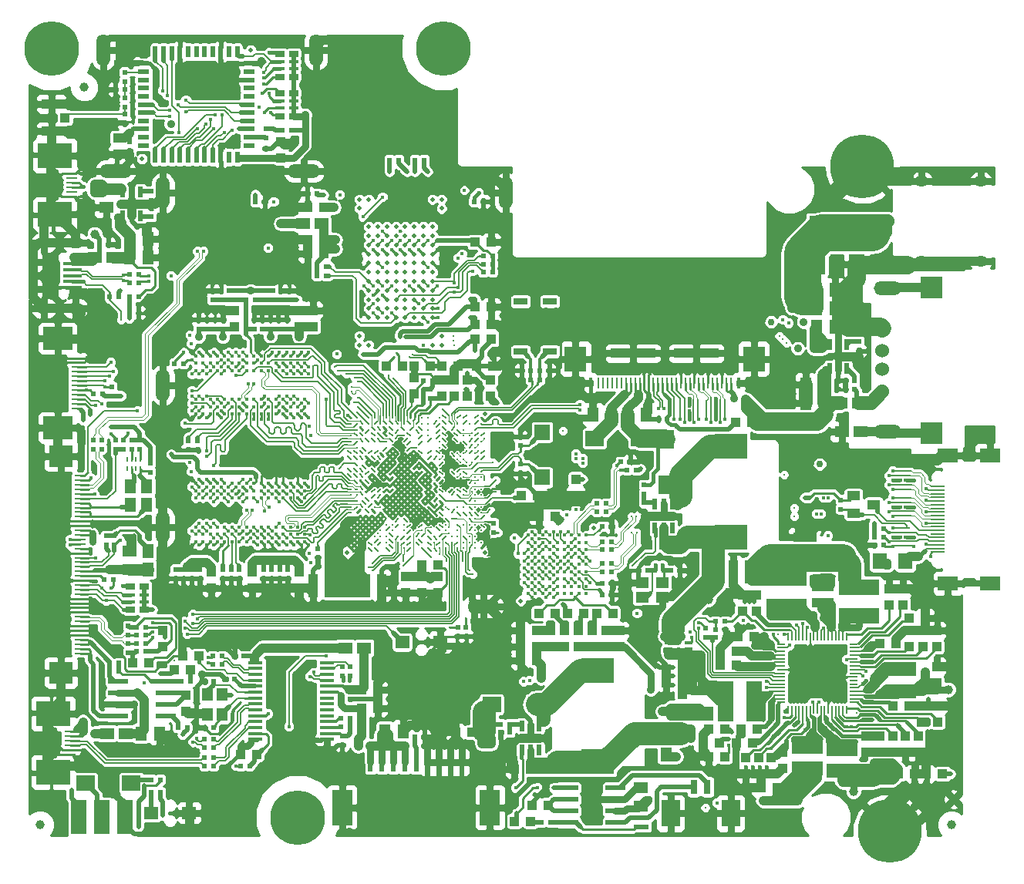
<source format=gbr>
G04 #@! TF.FileFunction,Copper,L1,Top,Mixed*
%FSLAX46Y46*%
G04 Gerber Fmt 4.6, Leading zero omitted, Abs format (unit mm)*
G04 Created by KiCad (PCBNEW no-vcs-found-undefined) date Tue Nov  8 15:56:20 2016*
%MOMM*%
%LPD*%
G01*
G04 APERTURE LIST*
%ADD10C,0.100000*%
%ADD11R,2.600000X2.400000*%
%ADD12R,1.300000X0.250000*%
%ADD13C,0.400000*%
%ADD14C,0.500000*%
%ADD15R,0.500000X1.300000*%
%ADD16R,1.300000X0.500000*%
%ADD17C,0.300000*%
%ADD18R,1.700000X1.700000*%
%ADD19R,1.500000X0.800000*%
%ADD20R,5.000000X1.000000*%
%ADD21R,0.400000X1.200000*%
%ADD22R,2.400000X2.800000*%
%ADD23R,0.250000X1.200000*%
%ADD24O,1.524000X1.200000*%
%ADD25C,1.524000*%
%ADD26R,2.400000X2.400000*%
%ADD27O,3.000000X1.524000*%
%ADD28R,0.550000X1.200000*%
%ADD29R,1.400000X1.000000*%
%ADD30R,0.675000X0.200000*%
%ADD31R,0.775000X0.400000*%
%ADD32R,2.200000X1.600000*%
%ADD33R,1.600000X0.200000*%
%ADD34R,2.200000X0.600000*%
%ADD35R,2.100000X3.000000*%
%ADD36R,0.800000X1.600000*%
%ADD37R,0.400000X0.400000*%
%ADD38R,1.422400X1.422400*%
%ADD39R,5.500000X5.500000*%
%ADD40R,0.900000X0.200000*%
%ADD41R,0.200000X0.900000*%
%ADD42R,0.625000X2.000000*%
%ADD43R,2.200000X3.900000*%
%ADD44R,1.600000X0.325000*%
%ADD45R,1.200000X1.400000*%
%ADD46R,1.500000X1.400000*%
%ADD47R,2.000000X1.700000*%
%ADD48R,3.000000X2.400000*%
%ADD49R,3.800000X2.800000*%
%ADD50R,1.016000X0.381000*%
%ADD51R,1.016000X0.635000*%
%ADD52R,0.250000X0.625000*%
%ADD53R,1.524000X1.270000*%
%ADD54R,3.200000X2.500000*%
%ADD55O,1.800000X1.200000*%
%ADD56R,1.000000X1.100000*%
%ADD57R,2.150000X0.350000*%
%ADD58R,1.050000X1.050000*%
%ADD59R,2.200000X1.050000*%
%ADD60R,3.600000X2.700000*%
%ADD61R,1.016000X1.016000*%
%ADD62C,6.000000*%
%ADD63C,1.000000*%
%ADD64R,1.270000X1.524000*%
%ADD65R,1.778000X2.286000*%
%ADD66R,1.600000X1.800000*%
%ADD67R,1.800000X2.700000*%
%ADD68R,3.500000X1.600000*%
%ADD69R,4.500000X1.750000*%
%ADD70R,1.750000X4.500000*%
%ADD71R,1.778000X1.524000*%
%ADD72R,0.900000X0.350000*%
%ADD73R,0.800000X0.950000*%
%ADD74R,0.600000X0.350000*%
%ADD75R,0.200000X0.675000*%
%ADD76R,0.400000X0.775000*%
%ADD77R,0.550000X0.500000*%
%ADD78R,0.500000X0.550000*%
%ADD79R,0.780000X0.500000*%
%ADD80C,7.000000*%
%ADD81R,1.400000X1.200000*%
%ADD82R,1.700000X2.000000*%
%ADD83R,1.651000X3.683000*%
%ADD84O,3.500000X1.500000*%
%ADD85O,1.500000X3.500000*%
%ADD86C,0.450000*%
%ADD87C,0.900000*%
%ADD88C,0.327000*%
%ADD89C,0.750000*%
%ADD90C,0.406400*%
%ADD91C,0.600000*%
%ADD92C,0.508000*%
%ADD93C,1.016000*%
%ADD94C,0.762000*%
%ADD95C,0.254000*%
%ADD96C,2.540000*%
%ADD97C,0.304800*%
%ADD98C,1.270000*%
%ADD99C,0.406400*%
%ADD100C,0.711200*%
%ADD101C,0.127000*%
%ADD102C,0.106680*%
%ADD103C,2.032000*%
%ADD104C,1.524000*%
%ADD105C,0.200000*%
%ADD106C,0.203200*%
%ADD107C,0.152400*%
%ADD108C,0.119380*%
%ADD109C,0.106600*%
%ADD110C,0.457200*%
%ADD111C,3.048000*%
%ADD112C,0.142240*%
%ADD113C,0.381000*%
%ADD114C,4.064000*%
G04 APERTURE END LIST*
D10*
D11*
X104028000Y-57807000D03*
X104028000Y-81607000D03*
D12*
X106128000Y-59957000D03*
X106128000Y-60457000D03*
X106128000Y-60957000D03*
X106128000Y-61457000D03*
X106128000Y-61957000D03*
X106128000Y-62457000D03*
X106128000Y-62957000D03*
X106128000Y-63457000D03*
X106128000Y-63957000D03*
X106128000Y-64457000D03*
X106128000Y-64957000D03*
X106128000Y-65457000D03*
X106128000Y-65957000D03*
X106128000Y-66457000D03*
X106128000Y-66957000D03*
X106128000Y-67457000D03*
X106128000Y-67957000D03*
X106128000Y-68457000D03*
X106128000Y-68957000D03*
X106128000Y-69457000D03*
X106128000Y-69957000D03*
X106128000Y-70457000D03*
X106128000Y-70957000D03*
X106128000Y-71457000D03*
X106128000Y-71957000D03*
X106128000Y-72457000D03*
X106128000Y-72957000D03*
X106128000Y-73457000D03*
X106128000Y-73957000D03*
X106128000Y-74457000D03*
X106128000Y-74957000D03*
X106128000Y-75457000D03*
X106128000Y-75957000D03*
X106128000Y-76457000D03*
X106128000Y-76957000D03*
X106128000Y-77457000D03*
X106128000Y-77957000D03*
X106128000Y-78457000D03*
X106128000Y-78957000D03*
X106128000Y-79457000D03*
D13*
X155300000Y-72900000D03*
X155300000Y-72100000D03*
X155300000Y-71300000D03*
X155300000Y-70500000D03*
X155300000Y-69700000D03*
X155300000Y-68900000D03*
X155300000Y-68100000D03*
X155300000Y-67300000D03*
X155300000Y-66500000D03*
X156100000Y-72900000D03*
X156100000Y-72100000D03*
X156100000Y-71300000D03*
X156100000Y-70500000D03*
X156100000Y-69700000D03*
X156100000Y-68900000D03*
X156100000Y-68100000D03*
X156100000Y-67300000D03*
X156100000Y-66500000D03*
X156900000Y-72900000D03*
X156900000Y-72100000D03*
X156900000Y-71300000D03*
X156900000Y-70500000D03*
X156900000Y-69700000D03*
X156900000Y-68900000D03*
X156900000Y-68100000D03*
X156900000Y-67300000D03*
X156900000Y-66500000D03*
X157700000Y-72900000D03*
X157700000Y-72100000D03*
X157700000Y-71300000D03*
X157700000Y-70500000D03*
X157700000Y-69700000D03*
X157700000Y-68900000D03*
X157700000Y-68100000D03*
X157700000Y-67300000D03*
X157700000Y-66500000D03*
X158500000Y-72900000D03*
X158500000Y-72100000D03*
X158500000Y-71300000D03*
X158500000Y-70500000D03*
X158500000Y-69700000D03*
X158500000Y-68900000D03*
X158500000Y-68100000D03*
X158500000Y-67300000D03*
X158500000Y-66500000D03*
X159300000Y-72900000D03*
X159300000Y-72100000D03*
X159300000Y-71300000D03*
X159300000Y-70500000D03*
X159300000Y-69700000D03*
X159300000Y-68900000D03*
X159300000Y-68100000D03*
X159300000Y-67300000D03*
X159300000Y-66500000D03*
X160100000Y-72900000D03*
X160100000Y-72100000D03*
X160100000Y-71300000D03*
X160100000Y-70500000D03*
X160100000Y-69700000D03*
X160100000Y-68900000D03*
X160100000Y-68100000D03*
X160100000Y-67300000D03*
X160100000Y-66500000D03*
X160900000Y-72900000D03*
X160900000Y-72100000D03*
X160900000Y-71300000D03*
X160900000Y-70500000D03*
X160900000Y-69700000D03*
X160900000Y-68900000D03*
X160900000Y-68100000D03*
X160900000Y-67300000D03*
X160900000Y-66500000D03*
X161700000Y-72900000D03*
X161700000Y-72100000D03*
X161700000Y-71300000D03*
X161700000Y-70500000D03*
X161700000Y-69700000D03*
X161700000Y-68900000D03*
X161700000Y-68100000D03*
X161700000Y-67300000D03*
X161700000Y-66500000D03*
D14*
X154500000Y-73700000D03*
X162500000Y-65700000D03*
X112903000Y-25146000D03*
D15*
X114372000Y-13402000D03*
X115272000Y-13402000D03*
X116172000Y-13402000D03*
X117072000Y-13402000D03*
X117972000Y-13402000D03*
X118872000Y-13402000D03*
X119772000Y-13402000D03*
X120672000Y-13402000D03*
X121572000Y-13402000D03*
X122472000Y-13402000D03*
X123372000Y-13402000D03*
D16*
X124647000Y-14677000D03*
X124647000Y-15577000D03*
X124647000Y-16477000D03*
X124647000Y-17377000D03*
X124647000Y-18277000D03*
X124647000Y-19177000D03*
X124647000Y-20077000D03*
X124647000Y-20977000D03*
X124647000Y-21877000D03*
X124647000Y-22777000D03*
X124647000Y-23677000D03*
D15*
X123372000Y-24952000D03*
X122472000Y-24952000D03*
X121572000Y-24952000D03*
X120672000Y-24952000D03*
X119772000Y-24952000D03*
X118872000Y-24952000D03*
X117972000Y-24952000D03*
X117072000Y-24952000D03*
X116172000Y-24952000D03*
X115272000Y-24952000D03*
X114372000Y-24952000D03*
D16*
X113097000Y-23677000D03*
X113097000Y-22777000D03*
X113097000Y-21877000D03*
X113097000Y-20977000D03*
X113097000Y-20077000D03*
X113097000Y-19177000D03*
X113097000Y-18277000D03*
X113097000Y-17377000D03*
X113097000Y-16477000D03*
X113097000Y-15577000D03*
X113097000Y-14677000D03*
D14*
X124841000Y-13208000D03*
X136800000Y-29600000D03*
X137800000Y-29600000D03*
X144800000Y-29600000D03*
X145800000Y-29600000D03*
X136800000Y-30600000D03*
X145800000Y-30600000D03*
X137800000Y-32600000D03*
X138800000Y-32600000D03*
X139800000Y-32600000D03*
X140800000Y-32600000D03*
X141800000Y-32600000D03*
X142800000Y-32600000D03*
X143800000Y-32600000D03*
X144800000Y-32600000D03*
X137800000Y-33600000D03*
X138800000Y-33600000D03*
X139800000Y-33600000D03*
X140800000Y-33600000D03*
X141800000Y-33600000D03*
X142800000Y-33600000D03*
X143800000Y-33600000D03*
X144800000Y-33600000D03*
X137800000Y-34600000D03*
X138800000Y-34600000D03*
X139800000Y-34600000D03*
X140800000Y-34600000D03*
X141800000Y-34600000D03*
X142800000Y-34600000D03*
X143800000Y-34600000D03*
X144800000Y-34600000D03*
D13*
X134300000Y-46600000D03*
X148300000Y-28600000D03*
D14*
X137800000Y-35600000D03*
X138800000Y-35600000D03*
X139800000Y-35600000D03*
X140800000Y-35600000D03*
X141800000Y-35600000D03*
X142800000Y-35600000D03*
X143800000Y-35600000D03*
X144800000Y-35600000D03*
X137800000Y-36600000D03*
X138800000Y-36600000D03*
X139800000Y-36600000D03*
X140800000Y-36600000D03*
X141800000Y-36600000D03*
X142800000Y-36600000D03*
X143800000Y-36600000D03*
X144800000Y-36600000D03*
X137800000Y-37600000D03*
X138800000Y-37600000D03*
X139800000Y-37600000D03*
X140800000Y-37600000D03*
X141800000Y-37600000D03*
X142800000Y-37600000D03*
X143800000Y-37600000D03*
X144800000Y-37600000D03*
X137800000Y-38600000D03*
X138800000Y-38600000D03*
X139800000Y-38600000D03*
X140800000Y-38600000D03*
X141800000Y-38600000D03*
X142800000Y-38600000D03*
X143800000Y-38600000D03*
X144800000Y-38600000D03*
X137800000Y-39600000D03*
X138800000Y-39600000D03*
X139800000Y-39600000D03*
X140800000Y-39600000D03*
X141800000Y-39600000D03*
X142800000Y-39600000D03*
X143800000Y-39600000D03*
X144800000Y-39600000D03*
X137800000Y-40600000D03*
X138800000Y-40600000D03*
X139800000Y-40600000D03*
X140800000Y-40600000D03*
X141800000Y-40600000D03*
X142800000Y-40600000D03*
X143800000Y-40600000D03*
X144800000Y-40600000D03*
X137800000Y-41600000D03*
X138800000Y-41600000D03*
X139800000Y-41600000D03*
X140800000Y-41600000D03*
X141800000Y-41600000D03*
X142800000Y-41600000D03*
X143800000Y-41600000D03*
X144800000Y-41600000D03*
X137800000Y-42600000D03*
X138800000Y-42600000D03*
X139800000Y-42600000D03*
X140800000Y-42600000D03*
X141800000Y-42600000D03*
X142800000Y-42600000D03*
X143800000Y-42600000D03*
X144800000Y-42600000D03*
X136800000Y-44600000D03*
X145800000Y-44600000D03*
X136800000Y-45600000D03*
X137800000Y-45600000D03*
X144800000Y-45600000D03*
X145800000Y-45600000D03*
D13*
X118800000Y-53200000D03*
X118800000Y-52400000D03*
X118800000Y-51600000D03*
X118800000Y-48400000D03*
X118800000Y-47600000D03*
X118800000Y-46800000D03*
X119600000Y-53200000D03*
X119600000Y-52400000D03*
X119600000Y-51600000D03*
X119600000Y-48400000D03*
X119600000Y-47600000D03*
X119600000Y-46800000D03*
X120400000Y-53200000D03*
X120400000Y-52400000D03*
X120400000Y-51600000D03*
X120400000Y-48400000D03*
X120400000Y-47600000D03*
X120400000Y-46800000D03*
X121200000Y-53200000D03*
X121200000Y-52400000D03*
X121200000Y-51600000D03*
X121200000Y-48400000D03*
X121200000Y-47600000D03*
X121200000Y-46800000D03*
X122000000Y-53200000D03*
X122000000Y-52400000D03*
X122000000Y-51600000D03*
X122000000Y-48400000D03*
X122000000Y-47600000D03*
X122000000Y-46800000D03*
X122800000Y-53200000D03*
X122800000Y-52400000D03*
X122800000Y-51600000D03*
X122800000Y-48400000D03*
X122800000Y-47600000D03*
X122800000Y-46800000D03*
X123600000Y-53200000D03*
X123600000Y-52400000D03*
X123600000Y-51600000D03*
X123600000Y-48400000D03*
X123600000Y-47600000D03*
X123600000Y-46800000D03*
X124400000Y-53200000D03*
X124400000Y-52400000D03*
X124400000Y-51600000D03*
X124400000Y-48400000D03*
X124400000Y-47600000D03*
X124400000Y-46800000D03*
X125200000Y-53200000D03*
X125200000Y-52400000D03*
X125200000Y-51600000D03*
X125200000Y-48400000D03*
X125200000Y-47600000D03*
X125200000Y-46800000D03*
X126000000Y-53200000D03*
X126000000Y-52400000D03*
X126000000Y-51600000D03*
X126000000Y-48400000D03*
X126000000Y-47600000D03*
X126000000Y-46800000D03*
X131450000Y-55500000D03*
X118150000Y-44500000D03*
X131300000Y-54500000D03*
X118300000Y-45500000D03*
X126800000Y-53200000D03*
X126800000Y-52400000D03*
X126800000Y-51600000D03*
X126800000Y-48400000D03*
X126800000Y-47600000D03*
X126800000Y-46800000D03*
X127600000Y-53200000D03*
X127600000Y-52400000D03*
X127600000Y-51600000D03*
X127600000Y-48400000D03*
X127600000Y-47600000D03*
X127600000Y-46800000D03*
X128400000Y-53200000D03*
X128400000Y-52400000D03*
X128400000Y-51600000D03*
X128400000Y-48400000D03*
X128400000Y-47600000D03*
X128400000Y-46800000D03*
X129200000Y-53200000D03*
X129200000Y-52400000D03*
X129200000Y-51600000D03*
X129200000Y-48400000D03*
X129200000Y-47600000D03*
X129200000Y-46800000D03*
X130000000Y-53200000D03*
X130000000Y-52400000D03*
X130000000Y-51600000D03*
X130000000Y-48400000D03*
X130000000Y-47600000D03*
X130000000Y-46800000D03*
X130800000Y-53200000D03*
X130800000Y-52400000D03*
X130800000Y-51600000D03*
X130800000Y-48400000D03*
X130800000Y-47600000D03*
X130800000Y-46800000D03*
X118800000Y-67200000D03*
X118800000Y-66400000D03*
X118800000Y-65600000D03*
X118800000Y-62400000D03*
X118800000Y-61600000D03*
X118800000Y-60800000D03*
X119600000Y-67200000D03*
X119600000Y-66400000D03*
X119600000Y-65600000D03*
X119600000Y-62400000D03*
X119600000Y-61600000D03*
X119600000Y-60800000D03*
X120400000Y-67200000D03*
X120400000Y-66400000D03*
X120400000Y-65600000D03*
X120400000Y-62400000D03*
X120400000Y-61600000D03*
X120400000Y-60800000D03*
X121200000Y-67200000D03*
X121200000Y-66400000D03*
X121200000Y-65600000D03*
X121200000Y-62400000D03*
X121200000Y-61600000D03*
X121200000Y-60800000D03*
X122000000Y-67200000D03*
X122000000Y-66400000D03*
X122000000Y-65600000D03*
X122000000Y-62400000D03*
X122000000Y-61600000D03*
X122000000Y-60800000D03*
X122800000Y-67200000D03*
X122800000Y-66400000D03*
X122800000Y-65600000D03*
X122800000Y-62400000D03*
X122800000Y-61600000D03*
X122800000Y-60800000D03*
X123600000Y-67200000D03*
X123600000Y-66400000D03*
X123600000Y-65600000D03*
X123600000Y-62400000D03*
X123600000Y-61600000D03*
X123600000Y-60800000D03*
X124400000Y-67200000D03*
X124400000Y-66400000D03*
X124400000Y-65600000D03*
X124400000Y-62400000D03*
X124400000Y-61600000D03*
X124400000Y-60800000D03*
X125200000Y-67200000D03*
X125200000Y-66400000D03*
X125200000Y-65600000D03*
X125200000Y-62400000D03*
X125200000Y-61600000D03*
X125200000Y-60800000D03*
X126000000Y-67200000D03*
X126000000Y-66400000D03*
X126000000Y-65600000D03*
X126000000Y-62400000D03*
X126000000Y-61600000D03*
X126000000Y-60800000D03*
X131450000Y-69500000D03*
X118150000Y-58500000D03*
X131300000Y-68500000D03*
X118300000Y-59500000D03*
X126800000Y-67200000D03*
X126800000Y-66400000D03*
X126800000Y-65600000D03*
X126800000Y-62400000D03*
X126800000Y-61600000D03*
X126800000Y-60800000D03*
X127600000Y-67200000D03*
X127600000Y-66400000D03*
X127600000Y-65600000D03*
X127600000Y-62400000D03*
X127600000Y-61600000D03*
X127600000Y-60800000D03*
X128400000Y-67200000D03*
X128400000Y-66400000D03*
X128400000Y-65600000D03*
X128400000Y-62400000D03*
X128400000Y-61600000D03*
X128400000Y-60800000D03*
X129200000Y-67200000D03*
X129200000Y-66400000D03*
X129200000Y-65600000D03*
X129200000Y-62400000D03*
X129200000Y-61600000D03*
X129200000Y-60800000D03*
X130000000Y-67200000D03*
X130000000Y-66400000D03*
X130000000Y-65600000D03*
X130000000Y-62400000D03*
X130000000Y-61600000D03*
X130000000Y-60800000D03*
X130800000Y-67200000D03*
X130800000Y-66400000D03*
X130800000Y-65600000D03*
X130800000Y-62400000D03*
X130800000Y-61600000D03*
X130800000Y-60800000D03*
D14*
X150600000Y-53175000D03*
X135400000Y-68375000D03*
D17*
X146900000Y-67275000D03*
X146900000Y-66625000D03*
X146900000Y-64675000D03*
X146900000Y-64025000D03*
X146900000Y-62075000D03*
X146900000Y-61425000D03*
X146900000Y-59475000D03*
X146900000Y-57525000D03*
X146900000Y-54925000D03*
X146900000Y-54275000D03*
X146250000Y-67925000D03*
X146250000Y-67275000D03*
X146250000Y-66625000D03*
X146250000Y-65975000D03*
X146250000Y-65325000D03*
X146250000Y-64675000D03*
X146250000Y-63375000D03*
X146250000Y-56875000D03*
X146250000Y-56225000D03*
X146250000Y-55575000D03*
X146250000Y-54925000D03*
X146250000Y-54275000D03*
X146250000Y-53625000D03*
X145600000Y-67925000D03*
X145600000Y-67275000D03*
X145600000Y-66625000D03*
X145600000Y-65975000D03*
X145600000Y-65325000D03*
X145600000Y-64025000D03*
X145600000Y-62725000D03*
X145600000Y-62075000D03*
X145600000Y-61425000D03*
X145600000Y-60775000D03*
X145600000Y-60125000D03*
X145600000Y-59475000D03*
X145600000Y-58825000D03*
X145600000Y-58175000D03*
X145600000Y-57525000D03*
X145600000Y-56875000D03*
X145600000Y-56225000D03*
X145600000Y-55575000D03*
X145600000Y-54925000D03*
X145600000Y-54275000D03*
X145600000Y-53625000D03*
X144950000Y-67275000D03*
X144950000Y-66625000D03*
X144950000Y-64025000D03*
X144950000Y-63375000D03*
X144950000Y-58175000D03*
X144950000Y-54275000D03*
X144300000Y-67925000D03*
X144300000Y-67275000D03*
X144300000Y-66625000D03*
X144300000Y-65975000D03*
X144300000Y-63375000D03*
X144300000Y-62725000D03*
X144300000Y-62075000D03*
X144300000Y-61425000D03*
X144300000Y-60775000D03*
X144300000Y-60125000D03*
X144300000Y-59475000D03*
X144300000Y-58175000D03*
X144300000Y-57525000D03*
X144300000Y-56225000D03*
X144300000Y-55575000D03*
X144300000Y-54925000D03*
X144300000Y-54275000D03*
X144300000Y-53625000D03*
X143650000Y-67925000D03*
X143650000Y-67275000D03*
X143650000Y-66625000D03*
X143650000Y-65975000D03*
X143650000Y-65325000D03*
X143650000Y-62725000D03*
X143650000Y-60775000D03*
X143650000Y-60125000D03*
X143650000Y-58825000D03*
X143650000Y-57525000D03*
X143650000Y-56225000D03*
X143650000Y-55575000D03*
X143650000Y-54925000D03*
X143650000Y-54275000D03*
X143650000Y-53625000D03*
X143000000Y-67275000D03*
X143000000Y-66625000D03*
X143000000Y-58825000D03*
X143000000Y-56875000D03*
X143000000Y-54925000D03*
X143000000Y-54275000D03*
X142350000Y-67925000D03*
X142350000Y-67275000D03*
X142350000Y-66625000D03*
X142350000Y-65975000D03*
X142350000Y-65325000D03*
X142350000Y-56225000D03*
X142350000Y-55575000D03*
X142350000Y-54925000D03*
X142350000Y-54275000D03*
X142350000Y-53625000D03*
X141700000Y-67925000D03*
X141700000Y-67275000D03*
X141700000Y-66625000D03*
X141700000Y-65975000D03*
X141700000Y-65325000D03*
X141700000Y-64675000D03*
X141700000Y-56225000D03*
X141700000Y-55575000D03*
X141700000Y-54925000D03*
X141700000Y-54275000D03*
X141050000Y-67275000D03*
X141050000Y-66625000D03*
X141050000Y-65325000D03*
X141050000Y-64675000D03*
X141050000Y-57525000D03*
X141050000Y-54925000D03*
X141050000Y-54275000D03*
X140400000Y-67925000D03*
X140400000Y-67275000D03*
X140400000Y-66625000D03*
X140400000Y-65975000D03*
X140400000Y-65325000D03*
X140400000Y-61425000D03*
X140400000Y-60125000D03*
X140400000Y-58825000D03*
X140400000Y-57525000D03*
X140400000Y-56225000D03*
X140400000Y-55575000D03*
X140400000Y-54925000D03*
X140400000Y-54275000D03*
X140400000Y-53625000D03*
X139750000Y-67925000D03*
X139750000Y-67275000D03*
X139750000Y-66625000D03*
X139750000Y-65975000D03*
X139750000Y-65325000D03*
X139750000Y-61425000D03*
X139750000Y-60125000D03*
X139750000Y-59475000D03*
X139750000Y-57525000D03*
X139750000Y-56875000D03*
X139750000Y-56225000D03*
X139750000Y-54275000D03*
X139750000Y-53625000D03*
X139100000Y-67275000D03*
X139100000Y-66625000D03*
X139100000Y-65975000D03*
X139100000Y-64675000D03*
X139100000Y-64025000D03*
X139100000Y-63375000D03*
X139100000Y-62075000D03*
X139100000Y-61425000D03*
X139100000Y-60125000D03*
X139100000Y-59475000D03*
X139100000Y-58175000D03*
X139100000Y-54925000D03*
X139100000Y-54275000D03*
X138450000Y-67925000D03*
X138450000Y-67275000D03*
X138450000Y-66625000D03*
X138450000Y-65325000D03*
X138450000Y-64675000D03*
X138450000Y-62075000D03*
X138450000Y-61425000D03*
X138450000Y-59475000D03*
X138450000Y-58175000D03*
X138450000Y-57525000D03*
X138450000Y-56225000D03*
X138450000Y-55575000D03*
X138450000Y-54925000D03*
X138450000Y-54275000D03*
X138450000Y-53625000D03*
X137800000Y-67925000D03*
X137800000Y-67275000D03*
X137800000Y-65975000D03*
X137800000Y-65325000D03*
X137800000Y-64675000D03*
X137800000Y-64025000D03*
X137800000Y-63375000D03*
X137800000Y-62725000D03*
X137800000Y-60775000D03*
X137800000Y-59475000D03*
X137800000Y-57525000D03*
X137800000Y-56225000D03*
X137800000Y-54925000D03*
X137800000Y-54275000D03*
X137800000Y-53625000D03*
X137150000Y-66625000D03*
X137150000Y-65975000D03*
X137150000Y-65325000D03*
X137150000Y-64675000D03*
X137150000Y-63375000D03*
X137150000Y-62725000D03*
X137150000Y-62075000D03*
X137150000Y-61425000D03*
X137150000Y-60125000D03*
X137150000Y-59475000D03*
X137150000Y-58825000D03*
X137150000Y-58175000D03*
X137150000Y-57525000D03*
X137150000Y-56875000D03*
X137150000Y-56225000D03*
X137150000Y-55575000D03*
X137150000Y-54275000D03*
X136500000Y-67925000D03*
X136500000Y-67275000D03*
X136500000Y-65975000D03*
X136500000Y-64675000D03*
X136500000Y-63375000D03*
X136500000Y-62725000D03*
X136500000Y-62075000D03*
X136500000Y-61425000D03*
X136500000Y-60775000D03*
X136500000Y-60125000D03*
X136500000Y-59475000D03*
X136500000Y-58825000D03*
X136500000Y-58175000D03*
X136500000Y-57525000D03*
X136500000Y-56875000D03*
X136500000Y-56225000D03*
X136500000Y-55575000D03*
X136500000Y-54925000D03*
X136500000Y-54275000D03*
X136500000Y-53625000D03*
X135850000Y-67925000D03*
X135850000Y-66625000D03*
X135850000Y-65325000D03*
X135850000Y-64025000D03*
X135850000Y-63375000D03*
X135850000Y-62075000D03*
X135850000Y-61425000D03*
X135850000Y-60125000D03*
X135850000Y-59475000D03*
X135850000Y-58175000D03*
X135850000Y-57525000D03*
X135850000Y-56225000D03*
X135850000Y-55575000D03*
X135850000Y-54275000D03*
X147550000Y-53625000D03*
X147550000Y-54275000D03*
X147550000Y-54925000D03*
X147550000Y-55575000D03*
X147550000Y-56225000D03*
X147550000Y-57525000D03*
X147550000Y-58175000D03*
X147550000Y-59475000D03*
X147550000Y-60125000D03*
X147550000Y-61425000D03*
X147550000Y-62075000D03*
X147550000Y-63375000D03*
X147550000Y-64025000D03*
X147550000Y-65325000D03*
X147550000Y-65975000D03*
X147550000Y-66625000D03*
X147550000Y-67275000D03*
X147550000Y-67925000D03*
X148200000Y-67925000D03*
X148200000Y-67275000D03*
X148200000Y-66625000D03*
X148200000Y-65325000D03*
X148200000Y-64025000D03*
X148200000Y-63375000D03*
X148200000Y-62075000D03*
X148200000Y-61425000D03*
X148200000Y-60125000D03*
X148200000Y-59475000D03*
X148200000Y-58175000D03*
X148200000Y-57525000D03*
X148200000Y-56225000D03*
X148200000Y-55575000D03*
X148200000Y-54925000D03*
X148200000Y-54275000D03*
X148200000Y-53625000D03*
X148850000Y-54275000D03*
X148850000Y-55575000D03*
X148850000Y-56225000D03*
X148850000Y-56875000D03*
X148850000Y-57525000D03*
X148850000Y-58825000D03*
X148850000Y-60775000D03*
X148850000Y-62725000D03*
X148850000Y-63375000D03*
X148850000Y-64025000D03*
X148850000Y-64675000D03*
X148850000Y-65325000D03*
X148850000Y-65975000D03*
X148850000Y-66625000D03*
X148850000Y-67275000D03*
X149500000Y-67925000D03*
X149500000Y-67275000D03*
X149500000Y-66625000D03*
X149500000Y-65975000D03*
X149500000Y-65325000D03*
X149500000Y-64675000D03*
X149500000Y-64025000D03*
X149500000Y-63375000D03*
X149500000Y-62725000D03*
X149500000Y-62075000D03*
X149500000Y-61425000D03*
X149500000Y-60775000D03*
X149500000Y-60125000D03*
X149500000Y-59475000D03*
X149500000Y-58175000D03*
X149500000Y-57525000D03*
X149500000Y-56875000D03*
X149500000Y-56225000D03*
X149500000Y-55575000D03*
X149500000Y-54925000D03*
X149500000Y-54275000D03*
X149500000Y-53625000D03*
X150150000Y-54275000D03*
X150150000Y-55575000D03*
X150150000Y-56225000D03*
X150150000Y-57525000D03*
X150150000Y-58175000D03*
X150150000Y-59475000D03*
X150150000Y-60125000D03*
X150150000Y-61425000D03*
X150150000Y-62075000D03*
X150150000Y-63375000D03*
X150150000Y-64025000D03*
X150150000Y-65325000D03*
X150150000Y-65975000D03*
X150150000Y-67275000D03*
X135850000Y-53625000D03*
X150150000Y-53625000D03*
X137150000Y-54925000D03*
X139750000Y-54925000D03*
X139750000Y-55575000D03*
X139100000Y-57525000D03*
X137800000Y-58175000D03*
X137800000Y-60125000D03*
X138450000Y-60125000D03*
X137150000Y-60775000D03*
X137800000Y-61425000D03*
X144950000Y-58825000D03*
X144950000Y-60125000D03*
X144950000Y-60775000D03*
X144950000Y-61425000D03*
X144950000Y-62725000D03*
X144300000Y-58825000D03*
X143650000Y-58175000D03*
X143650000Y-59475000D03*
X144300000Y-64675000D03*
X143000000Y-64025000D03*
X142350000Y-64025000D03*
X143650000Y-63375000D03*
X143000000Y-63375000D03*
X143000000Y-62725000D03*
X142350000Y-62725000D03*
X143650000Y-62075000D03*
X143650000Y-61425000D03*
X143000000Y-62075000D03*
X143000000Y-61425000D03*
X142350000Y-63375000D03*
X142350000Y-62075000D03*
X142350000Y-61425000D03*
X142350000Y-60775000D03*
X142350000Y-60125000D03*
X142350000Y-59475000D03*
X142350000Y-58825000D03*
X141700000Y-63375000D03*
X141700000Y-58825000D03*
X141700000Y-59475000D03*
X141700000Y-60125000D03*
X141700000Y-60775000D03*
X141700000Y-61425000D03*
X141700000Y-62075000D03*
X141700000Y-62725000D03*
X141050000Y-64025000D03*
X141050000Y-58825000D03*
X141050000Y-63375000D03*
X141050000Y-62725000D03*
X141050000Y-62075000D03*
X141050000Y-61425000D03*
X141050000Y-60775000D03*
X141050000Y-60125000D03*
X141050000Y-59475000D03*
X140400000Y-64675000D03*
X140400000Y-64025000D03*
X140400000Y-63375000D03*
X140400000Y-62725000D03*
X140400000Y-62075000D03*
X139750000Y-64025000D03*
X139750000Y-62725000D03*
X139750000Y-62075000D03*
X138450000Y-62725000D03*
X136500000Y-64025000D03*
X138450000Y-64025000D03*
X139100000Y-62725000D03*
X140400000Y-59475000D03*
X140400000Y-60775000D03*
X142350000Y-57525000D03*
X143000000Y-59475000D03*
X143000000Y-60125000D03*
X143000000Y-60775000D03*
X150150000Y-67925000D03*
D14*
X150600000Y-68375000D03*
D18*
X156845000Y-55168000D03*
X156845000Y-60148000D03*
D19*
X154483000Y-40811000D03*
X157683000Y-40811000D03*
X157683000Y-46311000D03*
X154483000Y-46311000D03*
D20*
X166807000Y-46515000D03*
X173807000Y-46515000D03*
D21*
X178432000Y-49765000D03*
X162182000Y-49765000D03*
D22*
X160507000Y-47115000D03*
X180107000Y-47115000D03*
D23*
X163057000Y-49765000D03*
X163557000Y-49765000D03*
X164057000Y-49765000D03*
X164557000Y-49765000D03*
X165057000Y-49765000D03*
X165557000Y-49765000D03*
X166057000Y-49765000D03*
X166557000Y-49765000D03*
X167057000Y-49765000D03*
X167557000Y-49765000D03*
X168057000Y-49765000D03*
X168557000Y-49765000D03*
X169057000Y-49765000D03*
X169557000Y-49765000D03*
X170057000Y-49765000D03*
X170557000Y-49765000D03*
X171057000Y-49765000D03*
X171557000Y-49765000D03*
X172057000Y-49765000D03*
X172557000Y-49765000D03*
X173057000Y-49765000D03*
X173557000Y-49765000D03*
X174057000Y-49765000D03*
X174557000Y-49765000D03*
X175057000Y-49765000D03*
X175557000Y-49765000D03*
X176057000Y-49765000D03*
X176557000Y-49765000D03*
X177057000Y-49765000D03*
X177557000Y-49765000D03*
D24*
X205010000Y-27629000D03*
X198510000Y-27629000D03*
X198510000Y-36379000D03*
X205010000Y-36379000D03*
D25*
X194810000Y-32004000D03*
D26*
X199610000Y-39244000D03*
X199610000Y-55244000D03*
D27*
X194810000Y-39394000D03*
X194810000Y-55094000D03*
D25*
X194210000Y-43744000D03*
X194210000Y-46244000D03*
X194210000Y-48244000D03*
X194210000Y-50744000D03*
D28*
X188407000Y-48163000D03*
X189357000Y-48163000D03*
X190307000Y-48163000D03*
X188407000Y-45563000D03*
X190307000Y-45563000D03*
D29*
X191043560Y-62169040D03*
X191043560Y-64071500D03*
X193253360Y-63116460D03*
D30*
X196906500Y-59452000D03*
X196906500Y-59952000D03*
D31*
X196856500Y-60452000D03*
D30*
X196906500Y-60952000D03*
X196906500Y-61452000D03*
X196031500Y-61452000D03*
X196031500Y-60952000D03*
D31*
X196081500Y-60452000D03*
D30*
X196031500Y-59952000D03*
X196031500Y-59452000D03*
D32*
X206000000Y-57726000D03*
X201400000Y-57726000D03*
X201400000Y-71776000D03*
X206000000Y-71776000D03*
D33*
X200300000Y-68351000D03*
X200300000Y-67951000D03*
X200300000Y-67551000D03*
X200300000Y-67151000D03*
X200300000Y-66751000D03*
X200300000Y-66351000D03*
X200300000Y-65951000D03*
X200300000Y-65551000D03*
X200300000Y-65151000D03*
X200300000Y-64751000D03*
X200300000Y-64351000D03*
X200300000Y-63951000D03*
X200300000Y-63551000D03*
X200300000Y-63151000D03*
X200300000Y-62751000D03*
X200300000Y-62351000D03*
X200300000Y-61951000D03*
X200300000Y-61551000D03*
X200300000Y-61151000D03*
D34*
X164906000Y-94234000D03*
X164906000Y-95504000D03*
X164906000Y-96774000D03*
X164906000Y-98044000D03*
X159706000Y-98044000D03*
X159706000Y-96774000D03*
X159706000Y-95504000D03*
X159706000Y-94234000D03*
D35*
X177544000Y-97052000D03*
X170944000Y-97052000D03*
D36*
X174994000Y-94152000D03*
X173494000Y-94152000D03*
D17*
X182753000Y-77343000D03*
D37*
X184871000Y-80861000D03*
X185571000Y-80861000D03*
X186271000Y-80861000D03*
X186271000Y-80161000D03*
X186271000Y-79461000D03*
X187871000Y-79461000D03*
X187871000Y-80161000D03*
X187871000Y-80861000D03*
X188571000Y-80861000D03*
X189271000Y-80861000D03*
X189271000Y-82461000D03*
X188571000Y-82461000D03*
X187871000Y-82461000D03*
X187871000Y-83161000D03*
X187871000Y-83861000D03*
X186271000Y-83861000D03*
X186271000Y-83161000D03*
X186271000Y-82461000D03*
X185571000Y-82461000D03*
X184871000Y-82461000D03*
D38*
X187071000Y-81661000D03*
D39*
X187071000Y-81661000D03*
D40*
X183071000Y-84861000D03*
X183071000Y-84461000D03*
X183071000Y-84061000D03*
X183071000Y-83661000D03*
X183071000Y-83261000D03*
X183071000Y-82861000D03*
X183071000Y-82461000D03*
X183071000Y-82061000D03*
X183071000Y-81661000D03*
X183071000Y-81261000D03*
X183071000Y-80861000D03*
X183071000Y-80461000D03*
X183071000Y-80061000D03*
X183071000Y-79661000D03*
X183071000Y-79261000D03*
X183071000Y-78861000D03*
X183071000Y-78461000D03*
D41*
X183871000Y-77661000D03*
X184271000Y-77661000D03*
X184671000Y-77661000D03*
X185071000Y-77661000D03*
X185471000Y-77661000D03*
X185871000Y-77661000D03*
X186271000Y-77661000D03*
X186671000Y-77661000D03*
X187071000Y-77661000D03*
X187471000Y-77661000D03*
X187871000Y-77661000D03*
X188271000Y-77661000D03*
X188671000Y-77661000D03*
X189071000Y-77661000D03*
X189471000Y-77661000D03*
X189871000Y-77661000D03*
X190271000Y-77661000D03*
D40*
X191071000Y-78461000D03*
X191071000Y-78861000D03*
X191071000Y-79261000D03*
X191071000Y-79661000D03*
X191071000Y-80061000D03*
X191071000Y-80461000D03*
X191071000Y-80861000D03*
X191071000Y-81261000D03*
X191071000Y-81661000D03*
X191071000Y-82061000D03*
X191071000Y-82461000D03*
X191071000Y-82861000D03*
X191071000Y-83261000D03*
X191071000Y-83661000D03*
X191071000Y-84061000D03*
X191071000Y-84461000D03*
X191071000Y-84861000D03*
D41*
X190271000Y-85661000D03*
X189871000Y-85661000D03*
X189471000Y-85661000D03*
X189071000Y-85661000D03*
X188671000Y-85661000D03*
X188271000Y-85661000D03*
X187871000Y-85661000D03*
X187471000Y-85661000D03*
X187071000Y-85661000D03*
X186671000Y-85661000D03*
X186271000Y-85661000D03*
X185871000Y-85661000D03*
X185471000Y-85661000D03*
X185071000Y-85661000D03*
X184671000Y-85661000D03*
X184271000Y-85661000D03*
X183871000Y-85661000D03*
D17*
X191389000Y-85979000D03*
D42*
X138000000Y-91450000D03*
X139250000Y-91450000D03*
X140500000Y-91450000D03*
X141750000Y-91450000D03*
X143000000Y-91450000D03*
X144250000Y-91450000D03*
X145500000Y-91450000D03*
X146750000Y-91450000D03*
X148000000Y-91450000D03*
D43*
X134900000Y-96400000D03*
X151100000Y-96400000D03*
D44*
X133186000Y-80484000D03*
X133186000Y-81134000D03*
X133186000Y-81784000D03*
X133186000Y-82434000D03*
X133186000Y-83084000D03*
X133186000Y-83734000D03*
X133186000Y-84384000D03*
X133186000Y-85034000D03*
X133186000Y-85684000D03*
X133186000Y-86334000D03*
X133186000Y-86984000D03*
X133186000Y-87634000D03*
X133186000Y-88284000D03*
X133186000Y-88934000D03*
X125386000Y-88934000D03*
X125386000Y-88284000D03*
X125386000Y-87634000D03*
X125386000Y-86984000D03*
X125386000Y-86334000D03*
X125386000Y-85684000D03*
X125386000Y-85034000D03*
X125386000Y-84384000D03*
X125386000Y-83734000D03*
X125386000Y-83084000D03*
X125386000Y-82434000D03*
X125386000Y-81784000D03*
X125386000Y-81134000D03*
X125386000Y-80484000D03*
D45*
X121704000Y-83990000D03*
X120104000Y-86190000D03*
X121704000Y-86190000D03*
X120104000Y-83990000D03*
D46*
X118100000Y-97000000D03*
X113900000Y-97000000D03*
D47*
X111720000Y-93726000D03*
X106720000Y-93726000D03*
D48*
X102779000Y-85901000D03*
D49*
X103179000Y-92501000D03*
X103179000Y-86101000D03*
D12*
X105029000Y-90551000D03*
X105029000Y-90051000D03*
X105029000Y-89551000D03*
X105029000Y-89051000D03*
X105029000Y-88551000D03*
X105029000Y-88051000D03*
D48*
X102779000Y-92701000D03*
D34*
X110303000Y-86360000D03*
X110303000Y-85090000D03*
X110303000Y-83820000D03*
X110303000Y-82550000D03*
X115503000Y-82550000D03*
X115503000Y-83820000D03*
X115503000Y-85090000D03*
X115503000Y-86360000D03*
D50*
X113157000Y-73025000D03*
X113157000Y-73787000D03*
X111633000Y-73025000D03*
X111633000Y-73787000D03*
D51*
X113157000Y-72136000D03*
X111633000Y-72136000D03*
X113157000Y-74676000D03*
X111633000Y-74676000D03*
D52*
X112764000Y-58161500D03*
X112764000Y-59186500D03*
X112264000Y-58161500D03*
X112264000Y-59186500D03*
X111764000Y-58161500D03*
X111764000Y-59186500D03*
X111264000Y-58161500D03*
X111264000Y-59186500D03*
D53*
X109728000Y-35941000D03*
X107696000Y-35941000D03*
D28*
X110810000Y-31399000D03*
X111760000Y-31399000D03*
X112710000Y-31399000D03*
X110810000Y-28799000D03*
X112710000Y-28799000D03*
D12*
X105763000Y-47034000D03*
X105763000Y-47534000D03*
X105763000Y-48034000D03*
X105763000Y-48534000D03*
X105763000Y-49034000D03*
X105763000Y-49534000D03*
D54*
X103663000Y-44884000D03*
X103663000Y-54684000D03*
D12*
X105763000Y-50034000D03*
X105763000Y-50534000D03*
X105763000Y-51034000D03*
X105763000Y-51534000D03*
X105763000Y-52034000D03*
X105763000Y-52534000D03*
D55*
X102112000Y-41573000D03*
X105582000Y-41573000D03*
X105582000Y-34373000D03*
X102112000Y-34373000D03*
D56*
X100962000Y-39473000D03*
X100962000Y-36473000D03*
D57*
X105262000Y-39273000D03*
X105262000Y-38623000D03*
X105262000Y-37973000D03*
X105262000Y-37323000D03*
X105262000Y-36673000D03*
D48*
X102965000Y-24600000D03*
D49*
X103365000Y-31200000D03*
X103365000Y-24800000D03*
D12*
X105215000Y-29250000D03*
X105215000Y-28750000D03*
X105215000Y-28250000D03*
X105215000Y-27750000D03*
X105215000Y-27250000D03*
X105215000Y-26750000D03*
D48*
X102965000Y-31400000D03*
D58*
X104471600Y-20624800D03*
D59*
X102971600Y-19124800D03*
X102971600Y-22124800D03*
D60*
X162941000Y-81360000D03*
X162941000Y-91360000D03*
X177546000Y-66722000D03*
X177546000Y-56722000D03*
D61*
X154432000Y-76962000D03*
X156210000Y-76962000D03*
X181991000Y-92710000D03*
X181991000Y-90932000D03*
D62*
X130000000Y-97500000D03*
D63*
X106553000Y-17272000D03*
X101727000Y-98298000D03*
X201803000Y-98298000D03*
D61*
X130175000Y-70485000D03*
X130175000Y-72263000D03*
X130175000Y-43561000D03*
X130175000Y-41783000D03*
X120523000Y-70485000D03*
X120523000Y-72263000D03*
X123063000Y-43561000D03*
X123063000Y-41783000D03*
X124968000Y-70485000D03*
X124968000Y-72263000D03*
X131699000Y-43561000D03*
X131699000Y-41783000D03*
X151257000Y-34290000D03*
X149479000Y-34290000D03*
X131064000Y-30480000D03*
X132842000Y-30480000D03*
X132842000Y-34036000D03*
X131064000Y-34036000D03*
X132842000Y-35560000D03*
X131064000Y-35560000D03*
X115189000Y-78740000D03*
X115189000Y-76962000D03*
X151130000Y-49403000D03*
X151130000Y-51181000D03*
X149479000Y-44958000D03*
X151257000Y-44958000D03*
X145796000Y-51181000D03*
X145796000Y-49403000D03*
X142748000Y-47879000D03*
X144526000Y-47879000D03*
X147193000Y-51181000D03*
X147193000Y-49403000D03*
X147574000Y-47879000D03*
X145796000Y-47879000D03*
X111887000Y-80518000D03*
X113665000Y-80518000D03*
X142748000Y-50927000D03*
X142748000Y-49149000D03*
X139700000Y-47879000D03*
X141478000Y-47879000D03*
D53*
X111506000Y-70231000D03*
X111506000Y-68199000D03*
D64*
X185801000Y-49911000D03*
X187833000Y-49911000D03*
X113538000Y-33909000D03*
X111506000Y-33909000D03*
X113538000Y-35941000D03*
X111506000Y-35941000D03*
D53*
X108966000Y-28448000D03*
X108966000Y-30480000D03*
D61*
X137033000Y-83439000D03*
X138811000Y-83439000D03*
D64*
X185801000Y-51943000D03*
X187833000Y-51943000D03*
X186944000Y-43561000D03*
X188976000Y-43561000D03*
D61*
X128143000Y-23241000D03*
X128143000Y-25019000D03*
X110236000Y-24638000D03*
X110236000Y-22860000D03*
X156210000Y-80264000D03*
X154432000Y-80264000D03*
X118237000Y-81280000D03*
X116459000Y-81280000D03*
X199009000Y-92710000D03*
X200787000Y-92710000D03*
X117729000Y-84074000D03*
X117729000Y-85852000D03*
X160528000Y-62103000D03*
X160528000Y-60325000D03*
D64*
X188976000Y-39497000D03*
X186944000Y-39497000D03*
X188976000Y-41529000D03*
X186944000Y-41529000D03*
D61*
X151257000Y-41402000D03*
X149479000Y-41402000D03*
X178181000Y-80772000D03*
X176403000Y-80772000D03*
X200152000Y-80899000D03*
X200152000Y-82677000D03*
X180086000Y-77597000D03*
X178308000Y-77597000D03*
X200279000Y-85217000D03*
X200279000Y-86995000D03*
X197104000Y-85217000D03*
X195326000Y-85217000D03*
X178181000Y-79248000D03*
X176403000Y-79248000D03*
X177800000Y-69723000D03*
X179578000Y-69723000D03*
X177800000Y-71247000D03*
X179578000Y-71247000D03*
X186944000Y-72136000D03*
X186944000Y-73914000D03*
X172212000Y-83947000D03*
X172212000Y-85725000D03*
X186436000Y-66675000D03*
X186436000Y-68453000D03*
X139192000Y-71247000D03*
X137414000Y-71247000D03*
X172212000Y-82677000D03*
X170434000Y-82677000D03*
X184912000Y-66675000D03*
X184912000Y-68453000D03*
X153797000Y-92202000D03*
X155575000Y-92202000D03*
X131699000Y-71247000D03*
X133477000Y-71247000D03*
X147320000Y-88138000D03*
X149098000Y-88138000D03*
X172212000Y-81153000D03*
X170434000Y-81153000D03*
X188341000Y-72136000D03*
X188341000Y-73914000D03*
X139192000Y-72771000D03*
X137414000Y-72771000D03*
X180467000Y-87757000D03*
X178689000Y-87757000D03*
X131699000Y-72771000D03*
X133477000Y-72771000D03*
X194945000Y-74168000D03*
X194945000Y-72390000D03*
X180848000Y-94234000D03*
X182626000Y-94234000D03*
X196469000Y-74168000D03*
X196469000Y-72390000D03*
X180340000Y-74803000D03*
X180340000Y-73025000D03*
X183261000Y-92075000D03*
X183261000Y-90297000D03*
X197739000Y-92710000D03*
X195961000Y-92710000D03*
X192405000Y-88519000D03*
X192405000Y-90297000D03*
X193929000Y-90297000D03*
X193929000Y-88519000D03*
X143637000Y-72771000D03*
X143637000Y-70993000D03*
X198501000Y-85217000D03*
X198501000Y-86995000D03*
X198120000Y-90297000D03*
X198120000Y-88519000D03*
X145415000Y-72771000D03*
X145415000Y-70993000D03*
X196723000Y-90297000D03*
X196723000Y-88519000D03*
X195326000Y-90297000D03*
X195326000Y-88519000D03*
X145415000Y-69723000D03*
X143637000Y-69723000D03*
X175133000Y-87757000D03*
X176911000Y-87757000D03*
X141859000Y-72771000D03*
X141859000Y-70993000D03*
X193929000Y-78359000D03*
X195707000Y-78359000D03*
X178181000Y-89281000D03*
X179959000Y-89281000D03*
X200152000Y-78740000D03*
X200152000Y-76962000D03*
X174498000Y-89281000D03*
X176276000Y-89281000D03*
X198628000Y-78740000D03*
X198628000Y-76962000D03*
X175133000Y-90805000D03*
X176911000Y-90805000D03*
X197104000Y-78740000D03*
X197104000Y-76962000D03*
X179197000Y-92710000D03*
X179197000Y-90932000D03*
X180594000Y-92710000D03*
X180594000Y-90932000D03*
D64*
X141605000Y-88011000D03*
X139573000Y-88011000D03*
D61*
X178816000Y-73025000D03*
X178816000Y-74803000D03*
X198882000Y-75565000D03*
X197104000Y-75565000D03*
X154559000Y-62103000D03*
X156337000Y-62103000D03*
X151257000Y-43307000D03*
X149479000Y-43307000D03*
X148590000Y-49403000D03*
X148590000Y-51181000D03*
X155575000Y-97917000D03*
X153797000Y-97917000D03*
X157480000Y-96139000D03*
X155702000Y-96139000D03*
D65*
X191407000Y-36703000D03*
X187053000Y-36703000D03*
D47*
X151297000Y-85090000D03*
X156297000Y-85090000D03*
D66*
X193926000Y-69342000D03*
X196726000Y-69342000D03*
D67*
X187030000Y-32766000D03*
X191430000Y-32766000D03*
D53*
X132588000Y-32258000D03*
X130556000Y-32258000D03*
D64*
X113538000Y-70231000D03*
X113538000Y-68199000D03*
X111633000Y-63119000D03*
X111633000Y-61087000D03*
X113411000Y-63119000D03*
X113411000Y-61087000D03*
D53*
X191643000Y-51943000D03*
X189611000Y-51943000D03*
X191770000Y-55118000D03*
X189738000Y-55118000D03*
X135255000Y-78867000D03*
X137287000Y-78867000D03*
D64*
X170434000Y-88519000D03*
X170434000Y-90551000D03*
D68*
X196215000Y-81223000D03*
X196215000Y-83623000D03*
D69*
X183642000Y-74371000D03*
X183642000Y-71171000D03*
X191643000Y-75387000D03*
X191643000Y-72187000D03*
D70*
X176962000Y-84709000D03*
X180162000Y-84709000D03*
D68*
X185928000Y-89732000D03*
X185928000Y-92132000D03*
X189738000Y-89986000D03*
X189738000Y-92386000D03*
D71*
X174752000Y-83312000D03*
X174752000Y-86106000D03*
D72*
X172931000Y-79644000D03*
X172931000Y-78994000D03*
X172931000Y-78344000D03*
X170731000Y-78344000D03*
X170731000Y-78994000D03*
X170731000Y-79644000D03*
D73*
X171831000Y-79344000D03*
D74*
X171831000Y-78344000D03*
D75*
X176895000Y-52140500D03*
X176395000Y-52140500D03*
D76*
X175895000Y-52190500D03*
D75*
X175395000Y-52140500D03*
X174895000Y-52140500D03*
X174895000Y-53015500D03*
X175395000Y-53015500D03*
D76*
X175895000Y-52965500D03*
D75*
X176395000Y-53015500D03*
X176895000Y-53015500D03*
D30*
X196031500Y-62373000D03*
X196031500Y-62873000D03*
D31*
X196081500Y-63373000D03*
D30*
X196031500Y-63873000D03*
X196031500Y-64373000D03*
X196906500Y-64373000D03*
X196906500Y-63873000D03*
D31*
X196856500Y-63373000D03*
D30*
X196906500Y-62873000D03*
X196906500Y-62373000D03*
X196031500Y-65675000D03*
X196031500Y-66175000D03*
D31*
X196081500Y-66675000D03*
D30*
X196031500Y-67175000D03*
X196031500Y-67675000D03*
X196906500Y-67675000D03*
X196906500Y-67175000D03*
D31*
X196856500Y-66675000D03*
D30*
X196906500Y-66175000D03*
X196906500Y-65675000D03*
D28*
X156525000Y-87472900D03*
X155575000Y-87472900D03*
X154625000Y-87472900D03*
X154625000Y-90073100D03*
X155575000Y-90073100D03*
X156525000Y-90073100D03*
D75*
X173974000Y-52140500D03*
X173474000Y-52140500D03*
D76*
X172974000Y-52190500D03*
D75*
X172474000Y-52140500D03*
X171974000Y-52140500D03*
X171974000Y-53015500D03*
X172474000Y-53015500D03*
D76*
X172974000Y-52965500D03*
D75*
X173474000Y-53015500D03*
X173974000Y-53015500D03*
D28*
X171130000Y-63088900D03*
X170180000Y-63088900D03*
X169230000Y-63088900D03*
X169230000Y-65689100D03*
X170180000Y-65689100D03*
X171130000Y-65689100D03*
D46*
X141478000Y-78232000D03*
X145678000Y-78232000D03*
D77*
X126238000Y-70231000D03*
X126238000Y-71247000D03*
X127127000Y-70231000D03*
X127127000Y-71247000D03*
X128016000Y-70231000D03*
X128016000Y-71247000D03*
X128905000Y-70231000D03*
X128905000Y-71247000D03*
X126111000Y-43815000D03*
X126111000Y-42799000D03*
X127000000Y-43815000D03*
X127000000Y-42799000D03*
X127889000Y-43815000D03*
X127889000Y-42799000D03*
X128778000Y-43815000D03*
X128778000Y-42799000D03*
X122428000Y-39624000D03*
X122428000Y-40640000D03*
X116586000Y-70231000D03*
X116586000Y-71247000D03*
X117475000Y-70231000D03*
X117475000Y-71247000D03*
X118364000Y-70231000D03*
X118364000Y-71247000D03*
X119253000Y-70231000D03*
X119253000Y-71247000D03*
X119126000Y-43815000D03*
X119126000Y-42799000D03*
X120015000Y-43815000D03*
X120015000Y-42799000D03*
X120904000Y-43815000D03*
X120904000Y-42799000D03*
X121793000Y-43815000D03*
X121793000Y-42799000D03*
X121539000Y-40640000D03*
X121539000Y-39624000D03*
X121793000Y-70231000D03*
X121793000Y-71247000D03*
X125222000Y-43815000D03*
X125222000Y-42799000D03*
X127254000Y-40640000D03*
X127254000Y-39624000D03*
X128143000Y-39624000D03*
X128143000Y-40640000D03*
X107569000Y-56007000D03*
X107569000Y-57023000D03*
X108458000Y-56007000D03*
X108458000Y-57023000D03*
X144526000Y-51435000D03*
X144526000Y-50419000D03*
D78*
X112268000Y-77470000D03*
X113284000Y-77470000D03*
X112268000Y-78359000D03*
X113284000Y-78359000D03*
D77*
X111760000Y-56007000D03*
X111760000Y-57023000D03*
X112649000Y-56007000D03*
X112649000Y-57023000D03*
D78*
X108204000Y-34544000D03*
X109220000Y-34544000D03*
X112522000Y-42037000D03*
X111506000Y-42037000D03*
X190119000Y-50419000D03*
X191135000Y-50419000D03*
X124079000Y-79756000D03*
X123063000Y-79756000D03*
D77*
X134874000Y-88519000D03*
X134874000Y-89535000D03*
D78*
X123063000Y-82296000D03*
X122047000Y-82296000D03*
D77*
X135763000Y-85471000D03*
X135763000Y-84455000D03*
D78*
X120777000Y-82550000D03*
X119761000Y-82550000D03*
D77*
X126492000Y-24003000D03*
X126492000Y-25019000D03*
X111506000Y-24257000D03*
X111506000Y-23241000D03*
D78*
X120777000Y-87630000D03*
X119761000Y-87630000D03*
X168402000Y-70358000D03*
X167386000Y-70358000D03*
X171958000Y-70358000D03*
X170942000Y-70358000D03*
D77*
X110998000Y-15621000D03*
X110998000Y-16637000D03*
D78*
X109982000Y-17526000D03*
X110998000Y-17526000D03*
D77*
X110998000Y-21209000D03*
X110998000Y-20193000D03*
D78*
X132207000Y-69850000D03*
X133223000Y-69850000D03*
X176911000Y-77724000D03*
X175895000Y-77724000D03*
X156591000Y-48387000D03*
X157607000Y-48387000D03*
X155575000Y-48387000D03*
X154559000Y-48387000D03*
D77*
X154432000Y-59690000D03*
X154432000Y-58674000D03*
X154432000Y-56642000D03*
X154432000Y-55626000D03*
D78*
X109347000Y-81407000D03*
X110363000Y-81407000D03*
D77*
X167132000Y-97536000D03*
X167132000Y-98552000D03*
X110998000Y-18415000D03*
X110998000Y-19431000D03*
D78*
X117475000Y-47625000D03*
X116459000Y-47625000D03*
D77*
X123317000Y-40640000D03*
X123317000Y-39624000D03*
D78*
X124333000Y-40640000D03*
X125349000Y-40640000D03*
D77*
X132207000Y-68961000D03*
X132207000Y-67945000D03*
X120650000Y-39624000D03*
X120650000Y-40640000D03*
X123571000Y-70231000D03*
X123571000Y-71247000D03*
X117983000Y-56134000D03*
X117983000Y-57150000D03*
X126365000Y-40640000D03*
X126365000Y-39624000D03*
X129032000Y-39624000D03*
X129032000Y-40640000D03*
X122682000Y-70231000D03*
X122682000Y-71247000D03*
X118999000Y-56134000D03*
X118999000Y-57150000D03*
X109982000Y-57023000D03*
X109982000Y-56007000D03*
D78*
X169164000Y-70358000D03*
X170180000Y-70358000D03*
X133096000Y-37973000D03*
X132080000Y-37973000D03*
X150368000Y-36703000D03*
X151384000Y-36703000D03*
X142875000Y-88646000D03*
X143891000Y-88646000D03*
X112268000Y-76581000D03*
X113284000Y-76581000D03*
D77*
X111379000Y-77470000D03*
X111379000Y-76454000D03*
D78*
X143764000Y-49530000D03*
X144780000Y-49530000D03*
X112268000Y-79248000D03*
X113284000Y-79248000D03*
D77*
X111379000Y-78359000D03*
X111379000Y-79375000D03*
X108966000Y-67564000D03*
X108966000Y-66548000D03*
X109855000Y-67564000D03*
X109855000Y-66548000D03*
X110871000Y-57023000D03*
X110871000Y-56007000D03*
D78*
X108712000Y-71374000D03*
X109728000Y-71374000D03*
X111506000Y-38735000D03*
X112522000Y-38735000D03*
D77*
X113792000Y-58547000D03*
X113792000Y-59563000D03*
D78*
X109347000Y-40259000D03*
X110363000Y-40259000D03*
X111506000Y-40259000D03*
X112522000Y-40259000D03*
X123698000Y-91821000D03*
X124714000Y-91821000D03*
D77*
X113919000Y-29718000D03*
X113919000Y-28702000D03*
X113919000Y-30480000D03*
X113919000Y-31496000D03*
D78*
X112522000Y-41148000D03*
X111506000Y-41148000D03*
X135763000Y-87503000D03*
X134747000Y-87503000D03*
X135763000Y-86614000D03*
X134747000Y-86614000D03*
D77*
X189611000Y-62611000D03*
X189611000Y-63627000D03*
D78*
X193294000Y-65786000D03*
X194310000Y-65786000D03*
X190119000Y-49530000D03*
X191135000Y-49530000D03*
X193294000Y-66675000D03*
X194310000Y-66675000D03*
X194310000Y-67564000D03*
X193294000Y-67564000D03*
D77*
X151511000Y-66167000D03*
X151511000Y-65151000D03*
D78*
X132080000Y-28956000D03*
X131064000Y-28956000D03*
X125349000Y-29845000D03*
X126365000Y-29845000D03*
X149352000Y-29845000D03*
X150368000Y-29845000D03*
X109347000Y-80518000D03*
X110363000Y-80518000D03*
D77*
X126492000Y-22860000D03*
X126492000Y-21844000D03*
D78*
X128270000Y-21971000D03*
X129286000Y-21971000D03*
X117221000Y-82550000D03*
X118237000Y-82550000D03*
D77*
X168275000Y-97536000D03*
X168275000Y-98552000D03*
D78*
X157734000Y-98044000D03*
X156718000Y-98044000D03*
X133096000Y-36957000D03*
X132080000Y-36957000D03*
X112522000Y-37846000D03*
X111506000Y-37846000D03*
X143891000Y-25273000D03*
X142875000Y-25273000D03*
X108585000Y-50927000D03*
X107569000Y-50927000D03*
D77*
X109601000Y-51181000D03*
X109601000Y-50165000D03*
D78*
X152273000Y-87249000D03*
X153289000Y-87249000D03*
X153289000Y-88138000D03*
X152273000Y-88138000D03*
X141097000Y-25273000D03*
X140081000Y-25273000D03*
X176911000Y-76835000D03*
X175895000Y-76835000D03*
X113919000Y-94742000D03*
X114935000Y-94742000D03*
D77*
X174752000Y-76708000D03*
X174752000Y-77724000D03*
D78*
X175895000Y-75946000D03*
X176911000Y-75946000D03*
X156591000Y-49403000D03*
X155575000Y-49403000D03*
X113919000Y-93345000D03*
X114935000Y-93345000D03*
D77*
X147574000Y-76581000D03*
X147574000Y-77597000D03*
X148463000Y-76581000D03*
X148463000Y-77597000D03*
D78*
X150368000Y-35814000D03*
X151384000Y-35814000D03*
X150368000Y-37592000D03*
X151384000Y-37592000D03*
D61*
X125476000Y-90551000D03*
X123698000Y-90551000D03*
D78*
X163449000Y-65532000D03*
X164465000Y-65532000D03*
X163449000Y-73025000D03*
X164465000Y-73025000D03*
D61*
X151384000Y-47879000D03*
X149606000Y-47879000D03*
D79*
X150495000Y-47879000D03*
D62*
X146000000Y-13000000D03*
D80*
X192000000Y-26000000D03*
X195000000Y-99000000D03*
D62*
X103000000Y-13000000D03*
D61*
X164592000Y-75057000D03*
X162814000Y-75057000D03*
X159639000Y-75057000D03*
X161417000Y-75057000D03*
X154432000Y-78740000D03*
X156210000Y-78740000D03*
X138811000Y-85471000D03*
X137033000Y-85471000D03*
X156464000Y-75057000D03*
X158242000Y-75057000D03*
X163830000Y-76962000D03*
X163830000Y-78740000D03*
X165354000Y-78740000D03*
X165354000Y-76962000D03*
D78*
X169545000Y-53721000D03*
X170561000Y-53721000D03*
X163830000Y-62992000D03*
X162814000Y-62992000D03*
X163830000Y-63881000D03*
X162814000Y-63881000D03*
D61*
X168402000Y-67564000D03*
X170180000Y-67564000D03*
D64*
X164465000Y-53213000D03*
X162433000Y-53213000D03*
D78*
X163449000Y-67183000D03*
X164465000Y-67183000D03*
X164465000Y-68072000D03*
X163449000Y-68072000D03*
X163449000Y-69596000D03*
X164465000Y-69596000D03*
X164465000Y-70485000D03*
X163449000Y-70485000D03*
X167132000Y-59309000D03*
X166116000Y-59309000D03*
X165481000Y-58420000D03*
X166497000Y-58420000D03*
X163449000Y-71755000D03*
X164465000Y-71755000D03*
X120777000Y-88900000D03*
X119761000Y-88900000D03*
X119761000Y-89789000D03*
X120777000Y-89789000D03*
D77*
X134874000Y-80899000D03*
X134874000Y-81915000D03*
X135763000Y-80899000D03*
X135763000Y-81915000D03*
D78*
X119761000Y-90932000D03*
X120777000Y-90932000D03*
X120777000Y-91821000D03*
X119761000Y-91821000D03*
X121666000Y-80645000D03*
X120650000Y-80645000D03*
D61*
X157734000Y-78740000D03*
X157734000Y-76962000D03*
X159258000Y-76962000D03*
X159258000Y-78740000D03*
X160782000Y-78740000D03*
X160782000Y-76962000D03*
X162306000Y-76962000D03*
X162306000Y-78740000D03*
X179832000Y-54102000D03*
X178054000Y-54102000D03*
D64*
X168275000Y-53213000D03*
X166243000Y-53213000D03*
D81*
X170010000Y-73317000D03*
X167810000Y-71717000D03*
X167810000Y-73317000D03*
X170010000Y-71717000D03*
D78*
X121666000Y-79756000D03*
X120650000Y-79756000D03*
D61*
X158242000Y-64389000D03*
X156464000Y-64389000D03*
D82*
X170434000Y-60920000D03*
X170434000Y-55920000D03*
D47*
X162600000Y-55880000D03*
X167600000Y-55880000D03*
D77*
X168021000Y-60960000D03*
X168021000Y-61976000D03*
X168021000Y-63881000D03*
X168021000Y-62865000D03*
D61*
X119126000Y-79756000D03*
X117348000Y-79756000D03*
D64*
X114808000Y-88265000D03*
X112776000Y-88265000D03*
D53*
X167640000Y-96266000D03*
X167640000Y-94234000D03*
X109093000Y-88265000D03*
X111125000Y-88265000D03*
D78*
X116840000Y-87630000D03*
X117856000Y-87630000D03*
D77*
X191643000Y-45212000D03*
X191643000Y-46228000D03*
D83*
X105918000Y-97409000D03*
X108458000Y-97409000D03*
X110998000Y-97409000D03*
D84*
X150400000Y-74300000D03*
D85*
X115200000Y-65600000D03*
X115200000Y-28900000D03*
X152900000Y-28900000D03*
D84*
X110000000Y-26500000D03*
X130700000Y-26500000D03*
D85*
X132000000Y-13200000D03*
X108700000Y-13200000D03*
X115200000Y-50000000D03*
D51*
X128016000Y-20447000D03*
X129540000Y-20447000D03*
X128016000Y-17907000D03*
X129540000Y-17907000D03*
D50*
X128016000Y-19558000D03*
X128016000Y-18796000D03*
X129540000Y-19558000D03*
X129540000Y-18796000D03*
X129540000Y-14478000D03*
X129540000Y-15240000D03*
X128016000Y-14478000D03*
X128016000Y-15240000D03*
D51*
X129540000Y-13589000D03*
X128016000Y-13589000D03*
X129540000Y-16129000D03*
X128016000Y-16129000D03*
D63*
X201422000Y-83439000D03*
X107696000Y-33401000D03*
X183261000Y-68326000D03*
X191008000Y-94615000D03*
X184912000Y-95631000D03*
X175133000Y-73533000D03*
X170053000Y-85852000D03*
X184150000Y-37592000D03*
X202057000Y-95504000D03*
D86*
X194945000Y-69977000D03*
X194945000Y-69469000D03*
D87*
X106426000Y-88011000D03*
X106426000Y-86995000D03*
X187579000Y-44958000D03*
X187579000Y-45974000D03*
X186690000Y-44958000D03*
X186690000Y-45974000D03*
X150241000Y-88265000D03*
X150241000Y-89408000D03*
X151257000Y-89408000D03*
X136652000Y-89662000D03*
X107696000Y-27940000D03*
X107696000Y-28829000D03*
D86*
X123190000Y-91821000D03*
X193294000Y-65151000D03*
D87*
X105918000Y-91186000D03*
D86*
X108458000Y-61595000D03*
X106426000Y-55626000D03*
X106426000Y-54991000D03*
X107442000Y-59055000D03*
X107442000Y-65024000D03*
X107442000Y-65532000D03*
X107188000Y-68453000D03*
X107188000Y-67945000D03*
X107315000Y-71501000D03*
X107823000Y-71501000D03*
X107188000Y-74930000D03*
X107188000Y-74422000D03*
X107188000Y-73914000D03*
X107188000Y-73406000D03*
X107188000Y-77470000D03*
X107188000Y-76962000D03*
X107188000Y-76454000D03*
D87*
X144526000Y-89408000D03*
X145669000Y-89408000D03*
X146812000Y-89408000D03*
X147955000Y-89408000D03*
X106299000Y-26035000D03*
X106172000Y-29972000D03*
X149098000Y-82169000D03*
X139319000Y-31750000D03*
X141351000Y-31750000D03*
X143256000Y-31750000D03*
X145415000Y-24003000D03*
X142875000Y-24003000D03*
X140208000Y-24003000D03*
X115062000Y-18923000D03*
X114681000Y-21971000D03*
X119761000Y-16510000D03*
X119761000Y-18288000D03*
X127000000Y-41783000D03*
X108585000Y-85090000D03*
X116078000Y-88519000D03*
X116078000Y-89408000D03*
D86*
X120904000Y-78867000D03*
D87*
X106553000Y-83566000D03*
X103886000Y-98425000D03*
X121920000Y-98425000D03*
X124460000Y-98425000D03*
X123190000Y-96520000D03*
X120015000Y-96520000D03*
D86*
X130683000Y-81026000D03*
D87*
X128016000Y-72263000D03*
X128905000Y-72263000D03*
D86*
X171196000Y-81915000D03*
X171196000Y-82931000D03*
D87*
X136779000Y-99060000D03*
X135636000Y-99060000D03*
D86*
X155321000Y-81534000D03*
X154813000Y-81534000D03*
X154305000Y-81534000D03*
D87*
X148082000Y-82169000D03*
X140462000Y-82169000D03*
D86*
X145034000Y-79248000D03*
X145542000Y-79248000D03*
X146050000Y-79248000D03*
X155575000Y-63119000D03*
X161163000Y-63627000D03*
X161544000Y-61087000D03*
D87*
X161163000Y-50927000D03*
X163449000Y-51308000D03*
X154305000Y-36830000D03*
X156845000Y-36830000D03*
X159385000Y-36830000D03*
X161925000Y-36830000D03*
X164465000Y-36830000D03*
X167005000Y-36830000D03*
X169545000Y-36830000D03*
X172085000Y-36830000D03*
X174625000Y-36830000D03*
X177165000Y-36830000D03*
X179705000Y-36830000D03*
X182245000Y-36830000D03*
X182245000Y-34290000D03*
X182245000Y-31750000D03*
X183515000Y-33020000D03*
X184785000Y-31750000D03*
X160401000Y-42037000D03*
X158369000Y-43688000D03*
X157226000Y-43180000D03*
X169545000Y-43688000D03*
X166751000Y-43688000D03*
X163957000Y-43688000D03*
X161798000Y-43688000D03*
X162941000Y-42037000D03*
X165354000Y-42037000D03*
X168148000Y-42037000D03*
X170815000Y-42037000D03*
X173101000Y-42037000D03*
X175387000Y-42037000D03*
X174117000Y-43688000D03*
X176403000Y-43688000D03*
D86*
X140589000Y-45212000D03*
X125730000Y-19431000D03*
D87*
X131445000Y-17526000D03*
X141605000Y-17526000D03*
X139065000Y-17526000D03*
X136525000Y-17526000D03*
X133985000Y-17526000D03*
X135255000Y-14224000D03*
X137795000Y-14224000D03*
X140335000Y-14224000D03*
X139065000Y-12065000D03*
X136525000Y-12065000D03*
X133985000Y-12065000D03*
X137795000Y-19939000D03*
X140335000Y-19939000D03*
X142748000Y-19939000D03*
X145669000Y-19939000D03*
X120904000Y-34925000D03*
X122428000Y-34925000D03*
X124079000Y-34925000D03*
X125603000Y-34925000D03*
X152273000Y-46228000D03*
X158368982Y-41910000D03*
X129921000Y-30474490D03*
X157093490Y-58547000D03*
X107055460Y-47117000D03*
D88*
X141375000Y-57850000D03*
D86*
X148590000Y-48641000D03*
X137300000Y-42100000D03*
D87*
X121666000Y-14859000D03*
X185801000Y-65532000D03*
X186944000Y-65532000D03*
X188087000Y-65532000D03*
X109855000Y-93726000D03*
X108839000Y-93726000D03*
D86*
X117094000Y-77978000D03*
X117094000Y-77470000D03*
D87*
X127127000Y-85090000D03*
D89*
X123825000Y-89662000D03*
X124460000Y-89662000D03*
D86*
X194564000Y-58547000D03*
X164592000Y-76708000D03*
X164592000Y-77216000D03*
D87*
X112014000Y-85090000D03*
X118872000Y-86100490D03*
X153035000Y-46990000D03*
X156083000Y-41910000D03*
X157226000Y-41910000D03*
D88*
X149825000Y-65650000D03*
X149825000Y-63700000D03*
D86*
X167894000Y-74422000D03*
X163195000Y-64770000D03*
X171704000Y-69723000D03*
X164719000Y-72390000D03*
X167640000Y-69723000D03*
X169926000Y-74422000D03*
X154686000Y-76073000D03*
X154178000Y-76073000D03*
X159131000Y-74041000D03*
X155067000Y-63119000D03*
X154559000Y-63119000D03*
X154051000Y-63119000D03*
X154900000Y-68500000D03*
X156500000Y-69300000D03*
X155700000Y-73300000D03*
X156500000Y-67700000D03*
X156500000Y-66100000D03*
X156500000Y-70900000D03*
X156500000Y-71700000D03*
X156500000Y-70100000D03*
X159700000Y-71700000D03*
X158900000Y-70100000D03*
X159700000Y-69300000D03*
X159700000Y-70100000D03*
X158900000Y-69300000D03*
D87*
X171958000Y-43688000D03*
X189992000Y-53721000D03*
X190500000Y-46863000D03*
X189357000Y-46863000D03*
D86*
X150876000Y-99314000D03*
D87*
X154559000Y-88773000D03*
X156591000Y-88773000D03*
X155575000Y-88773000D03*
D86*
X191897000Y-91186000D03*
X192405000Y-91186000D03*
D87*
X168529000Y-51816000D03*
X162306000Y-51308000D03*
D86*
X168021000Y-48768000D03*
D87*
X169164000Y-64389000D03*
X170180000Y-64389000D03*
X171196000Y-64389000D03*
D86*
X180086000Y-73787000D03*
X179070000Y-73787000D03*
X179578000Y-72771000D03*
X181483000Y-91948000D03*
X180721000Y-91948000D03*
X179959000Y-91948000D03*
X179197000Y-91948000D03*
X175895000Y-53721000D03*
X172974000Y-51435000D03*
X175895000Y-51435000D03*
X168656000Y-48768000D03*
X176530000Y-48768000D03*
X175006000Y-48768000D03*
X173609000Y-48768000D03*
X172085000Y-48768000D03*
X172974000Y-53721000D03*
D87*
X162941000Y-94107000D03*
X106807000Y-91186000D03*
X138049000Y-74295000D03*
X121539000Y-29083000D03*
X119634000Y-29083000D03*
X124333000Y-30353000D03*
X122428000Y-30353000D03*
X120523000Y-30353000D03*
X139065000Y-22225000D03*
X144145000Y-22225000D03*
X141605000Y-22225000D03*
X146685000Y-22225000D03*
D88*
X147225000Y-56550000D03*
D86*
X113665000Y-40259000D03*
X112014000Y-67056000D03*
X112014000Y-66548000D03*
D87*
X119507000Y-81788000D03*
X111760000Y-30099000D03*
X110617000Y-30099000D03*
X105410000Y-40005000D03*
X106299000Y-40005000D03*
D86*
X134366000Y-41783000D03*
D87*
X125984000Y-14351000D03*
X117221000Y-14859000D03*
X123063000Y-16510000D03*
X129286000Y-23622000D03*
X121666000Y-23749000D03*
X111506000Y-25146000D03*
D86*
X111887000Y-21082000D03*
X111887000Y-19431000D03*
X111887000Y-17907000D03*
X111887000Y-16510000D03*
X109982000Y-16510000D03*
X109982000Y-15494000D03*
X109982000Y-14478000D03*
X110998000Y-14478000D03*
X112014000Y-14478000D03*
X106172000Y-21082000D03*
X107188000Y-21082000D03*
X108204000Y-21082000D03*
X109220000Y-21082000D03*
X110236000Y-21082000D03*
X106172000Y-19304000D03*
X107188000Y-19304000D03*
X108204000Y-19304000D03*
X109220000Y-19304000D03*
X110236000Y-19304000D03*
X110236000Y-18288000D03*
D87*
X104648000Y-22225000D03*
X104648000Y-19050000D03*
D86*
X141097000Y-26543000D03*
D87*
X129921000Y-34036000D03*
X137160000Y-74295000D03*
D90*
X142675000Y-63700000D03*
X142675000Y-61750000D03*
D88*
X142675000Y-59800000D03*
X143325000Y-57850000D03*
X140725000Y-59150000D03*
X140075000Y-59800000D03*
X140725000Y-59800000D03*
X140725000Y-61100000D03*
D90*
X140075000Y-63700000D03*
X140725000Y-63050000D03*
D88*
X138775000Y-63050000D03*
X138125000Y-63700000D03*
D87*
X119634000Y-40005000D03*
D86*
X129921000Y-39624000D03*
D87*
X125476000Y-41783000D03*
X128778000Y-41783000D03*
X121793000Y-41783000D03*
X119126000Y-41783000D03*
X121793000Y-72263000D03*
X119380000Y-72263000D03*
X116586000Y-72263000D03*
D86*
X118400000Y-46400000D03*
X120000000Y-46400000D03*
X121600000Y-46400000D03*
X124000000Y-47200000D03*
X118400000Y-53600000D03*
X120000000Y-53600000D03*
X121600000Y-52800000D03*
X124000000Y-52000000D03*
D87*
X118110000Y-98298000D03*
D86*
X122428000Y-79121000D03*
X122682000Y-84074000D03*
D87*
X131572000Y-87503000D03*
X139319000Y-82169000D03*
D86*
X144526000Y-79248000D03*
X171196000Y-81026000D03*
X169672000Y-81026000D03*
D87*
X157226000Y-94107000D03*
X161925000Y-94107000D03*
D88*
X139425000Y-63700000D03*
D87*
X130683000Y-74295000D03*
X129794000Y-74295000D03*
X128016000Y-74295000D03*
X128905000Y-74295000D03*
D88*
X143325000Y-63700000D03*
D90*
X140075000Y-64350000D03*
D88*
X141375000Y-64350000D03*
X142675000Y-64350000D03*
D87*
X140208000Y-71755000D03*
X140208000Y-72771000D03*
D88*
X150475000Y-61750000D03*
X149825000Y-61750000D03*
D86*
X141300000Y-33100000D03*
X137300000Y-35100000D03*
X137300000Y-37100000D03*
X139300000Y-35100000D03*
X138300000Y-35100000D03*
X141300000Y-35100000D03*
X140300000Y-35100000D03*
X143300000Y-35100000D03*
X142300000Y-35100000D03*
X145300000Y-37100000D03*
X145300000Y-35100000D03*
X139300000Y-40100000D03*
X138300000Y-40100000D03*
X143300000Y-41100000D03*
X143300000Y-39100000D03*
X145400000Y-42600000D03*
D88*
X150475000Y-67600000D03*
X150475000Y-53950000D03*
X145275000Y-59150000D03*
X145275000Y-59800000D03*
X144625000Y-58500000D03*
X145275000Y-61750000D03*
X145275000Y-61100000D03*
X143325000Y-61750000D03*
X143325000Y-59800000D03*
D90*
X142675000Y-61100000D03*
X142675000Y-60450000D03*
D88*
X145275000Y-62400000D03*
D90*
X142675000Y-62400000D03*
D88*
X143325000Y-63050000D03*
X143325000Y-62400000D03*
D90*
X142675000Y-63050000D03*
X142025000Y-63700000D03*
D88*
X142025000Y-64350000D03*
D90*
X142025000Y-62400000D03*
X142025000Y-63050000D03*
X142025000Y-61100000D03*
D88*
X142025000Y-59150000D03*
D90*
X142025000Y-60450000D03*
X141375000Y-61750000D03*
X142025000Y-61750000D03*
X141375000Y-63050000D03*
X141375000Y-62400000D03*
X140725000Y-63700000D03*
X141375000Y-63700000D03*
X140725000Y-62400000D03*
X141375000Y-61100000D03*
D88*
X140725000Y-61750000D03*
D90*
X141375000Y-59800000D03*
X142025000Y-59800000D03*
D88*
X140725000Y-60450000D03*
D90*
X141375000Y-60450000D03*
X141375000Y-59150000D03*
D88*
X140075000Y-61100000D03*
X140725000Y-64350000D03*
X140075000Y-62400000D03*
X139425000Y-62400000D03*
X138125000Y-60450000D03*
X136825000Y-63700000D03*
D86*
X130400000Y-62800000D03*
D87*
X127000000Y-58900000D03*
D88*
X136825000Y-60450000D03*
D86*
X135525000Y-53300000D03*
D88*
X136825000Y-54600000D03*
X139425000Y-54600000D03*
X139425000Y-55250000D03*
D86*
X125600000Y-46400000D03*
X126400000Y-61200000D03*
D87*
X127900000Y-58900000D03*
X128800000Y-58900000D03*
D86*
X126400000Y-52000000D03*
X126800000Y-53800000D03*
X126000000Y-53800000D03*
X128800000Y-52800000D03*
X128000000Y-52000000D03*
X130400000Y-53600000D03*
X131200000Y-67600000D03*
X119200000Y-61200000D03*
X120000000Y-60400000D03*
X121600000Y-60400000D03*
X124000000Y-61200000D03*
X118400000Y-67600000D03*
X120000000Y-67600000D03*
X121600000Y-67600000D03*
X124800000Y-66000000D03*
X128000000Y-61200000D03*
X128000000Y-62000000D03*
X128800000Y-61200000D03*
X126400000Y-66800000D03*
X128000000Y-66800000D03*
D90*
X128800000Y-66800000D03*
D86*
X126400000Y-67600000D03*
X127200000Y-67600000D03*
X130400000Y-67600000D03*
X130400000Y-61200000D03*
D88*
X139425000Y-63050000D03*
D90*
X140075000Y-63050000D03*
D88*
X142025000Y-57850000D03*
X139425000Y-57850000D03*
X137475000Y-57850000D03*
X137475000Y-61750000D03*
X138125000Y-59800000D03*
D86*
X130400000Y-48800000D03*
X128000000Y-48000000D03*
X130400000Y-46400000D03*
X131200000Y-53600000D03*
X128800000Y-46400000D03*
X128000000Y-46400000D03*
X197993000Y-91567000D03*
X198374000Y-91186000D03*
X179959000Y-76581000D03*
X179451000Y-76581000D03*
X178943000Y-76581000D03*
X179578000Y-73787000D03*
X179578000Y-73279000D03*
X178943000Y-88519000D03*
X178308000Y-88519000D03*
D87*
X186690000Y-71247000D03*
X188500000Y-71200000D03*
X187600000Y-71200000D03*
D86*
X199263000Y-85471000D03*
X199263000Y-84963000D03*
X199263000Y-84455000D03*
X199136000Y-88011000D03*
X199136000Y-88519000D03*
X199136000Y-89027000D03*
X197612000Y-60452000D03*
X197612000Y-63373000D03*
X195326000Y-63373000D03*
X195326000Y-60452000D03*
X195326000Y-66675000D03*
X199009000Y-61341000D03*
X199009000Y-62611000D03*
X199009000Y-65151000D03*
X199009000Y-63881000D03*
X202819000Y-76327000D03*
X202819000Y-79629000D03*
X202819000Y-84201000D03*
X202819000Y-91313000D03*
X202819000Y-93472000D03*
X202819000Y-74041000D03*
X197612000Y-66675000D03*
X199009000Y-67500000D03*
X181479065Y-83181065D03*
D87*
X170942000Y-86360000D03*
X170942000Y-85471000D03*
X141732000Y-89662000D03*
X140462000Y-89662000D03*
X139192000Y-89662000D03*
X137922000Y-89662000D03*
X173355000Y-86360000D03*
X173355000Y-85471000D03*
D86*
X142875000Y-89662000D03*
X190246000Y-80137000D03*
X117500000Y-46400000D03*
D87*
X119126000Y-44704000D03*
X121793000Y-44704000D03*
X130175000Y-44704000D03*
X127000000Y-44704000D03*
X124841000Y-39624000D03*
X120015000Y-69469000D03*
X118364000Y-69469000D03*
X126238000Y-69215000D03*
D86*
X120800000Y-46400000D03*
X119200000Y-46400000D03*
X125600000Y-47200000D03*
X123200000Y-48000000D03*
X119200000Y-53600000D03*
X121600000Y-53600000D03*
X124000000Y-52800000D03*
D88*
X140075000Y-59150000D03*
X139425000Y-59800000D03*
X139425000Y-59150000D03*
X140075000Y-60450000D03*
X139425000Y-60450000D03*
X140075000Y-61750000D03*
X139425000Y-61750000D03*
D87*
X127127000Y-69215000D03*
D88*
X140725000Y-57200000D03*
X140725000Y-57850000D03*
D86*
X126400000Y-51200000D03*
X130400000Y-52800000D03*
X128000000Y-52800000D03*
X128800000Y-53600000D03*
X129600000Y-53600000D03*
X119200000Y-60400000D03*
X120800000Y-60400000D03*
X123200000Y-62000000D03*
X119200000Y-67600000D03*
X120800000Y-67600000D03*
X124000000Y-66000000D03*
X124800000Y-61200000D03*
X125600000Y-67600000D03*
X127200000Y-61200000D03*
X128800000Y-62000000D03*
X129600000Y-61200000D03*
X126400000Y-66000000D03*
X128000000Y-67600000D03*
X128800000Y-67600000D03*
X129600000Y-67600000D03*
X130400000Y-62000000D03*
X131400000Y-66500000D03*
X131200000Y-61200000D03*
D88*
X140075000Y-57850000D03*
X138775000Y-59150000D03*
D86*
X128800000Y-48000000D03*
X129600000Y-46400000D03*
X130400000Y-48000000D03*
X131200000Y-46400000D03*
X127200000Y-46400000D03*
X125200000Y-53800000D03*
X176022000Y-95885000D03*
X186563000Y-84836000D03*
D87*
X183388000Y-95631000D03*
X183769000Y-93726000D03*
X181102000Y-95631000D03*
X182245000Y-95631000D03*
D86*
X124333000Y-43942000D03*
X124333000Y-44450000D03*
X116100000Y-57600000D03*
X121793000Y-69723000D03*
X122400000Y-52000000D03*
X129921000Y-40640000D03*
D88*
X138775000Y-57200000D03*
D86*
X161290000Y-60325000D03*
X110490000Y-39624000D03*
X114046000Y-74676000D03*
X112522000Y-98552000D03*
X113157000Y-93980000D03*
X117348000Y-88392000D03*
X167640000Y-59182000D03*
D87*
X177927000Y-51435000D03*
D86*
X153924000Y-94234000D03*
D88*
X145275000Y-64350000D03*
X145275000Y-63700000D03*
X145925000Y-63700000D03*
X145925000Y-63050000D03*
X145275000Y-60450000D03*
D86*
X106426000Y-53340000D03*
X106426000Y-53848000D03*
X110617000Y-51181000D03*
X112649000Y-66548000D03*
X112649000Y-67056000D03*
D87*
X129159000Y-32258000D03*
X128143000Y-32258000D03*
D88*
X146575000Y-61750000D03*
D86*
X201676000Y-92710000D03*
D87*
X111506000Y-22352000D03*
X198882000Y-82423000D03*
X198882000Y-81534000D03*
X198882000Y-83439000D03*
D86*
X138300000Y-42100000D03*
D87*
X134112000Y-34036000D03*
X134112000Y-35052000D03*
D86*
X144300000Y-43100000D03*
X144300000Y-34100000D03*
X142300000Y-34100000D03*
X143300000Y-34100000D03*
X140300000Y-34100000D03*
X141300000Y-34100000D03*
X138300000Y-34100000D03*
X139300000Y-34100000D03*
X139300000Y-37100000D03*
X144300000Y-37100000D03*
X145300000Y-34100000D03*
X137300000Y-39100000D03*
X140300000Y-39100000D03*
X142300000Y-39100000D03*
X145300000Y-39100000D03*
D87*
X133985000Y-30485510D03*
D86*
X139300000Y-33100000D03*
X118999000Y-35306000D03*
D88*
X145925000Y-53950000D03*
D86*
X119634000Y-35306000D03*
D88*
X145925000Y-53300000D03*
D86*
X114046000Y-76073000D03*
X109474000Y-54610000D03*
X143764000Y-50419000D03*
X143764000Y-50927000D03*
X115443000Y-77724000D03*
D88*
X144625000Y-55900000D03*
D86*
X149479000Y-46228000D03*
D87*
X184912000Y-45974000D03*
D86*
X111379000Y-55245000D03*
X193167000Y-79756000D03*
X137160000Y-46609000D03*
X149479000Y-45720000D03*
D88*
X145925000Y-61750000D03*
X144625000Y-57200000D03*
D86*
X192659000Y-79756000D03*
D89*
X187325000Y-58674000D03*
D86*
X151892000Y-51943000D03*
X143764000Y-45593000D03*
X151384000Y-51943000D03*
D88*
X143325000Y-56550000D03*
D86*
X181356000Y-88519000D03*
X180848000Y-89027000D03*
X114046000Y-77089000D03*
D88*
X145275000Y-53950000D03*
X142621000Y-46609000D03*
X142240000Y-46863000D03*
X143325000Y-57200000D03*
X142025000Y-57200000D03*
D86*
X114046000Y-77724000D03*
D88*
X145275000Y-54600000D03*
X140589000Y-46863000D03*
X142025000Y-56550000D03*
X140843000Y-46482000D03*
X142025000Y-55900000D03*
D87*
X106299000Y-35941000D03*
X105410000Y-35941000D03*
X181229000Y-77597000D03*
X181229000Y-78613000D03*
X180213000Y-78613000D03*
D88*
X138125000Y-67600000D03*
D86*
X111506000Y-42672000D03*
X126746000Y-86106000D03*
X123571000Y-82804000D03*
X124968000Y-80010000D03*
X125476000Y-80010000D03*
D91*
X135636000Y-88392000D03*
X137287000Y-82169000D03*
D86*
X185674000Y-62357000D03*
D88*
X145925000Y-60450000D03*
D86*
X186182000Y-62357000D03*
X199263000Y-86741000D03*
X199263000Y-87249000D03*
D87*
X107696000Y-88265000D03*
X173222490Y-87757000D03*
X173222490Y-88773000D03*
D86*
X183896000Y-43180000D03*
D87*
X172085000Y-87757000D03*
X172085000Y-77597000D03*
X171196000Y-77597000D03*
X170307000Y-77597000D03*
D86*
X181991000Y-86614000D03*
X192405000Y-82423000D03*
X192024000Y-82804000D03*
D87*
X180213000Y-79756000D03*
X181229000Y-79756000D03*
X179324000Y-79248000D03*
D86*
X181737000Y-87122000D03*
X181356000Y-87503000D03*
X177673000Y-88138000D03*
X185674000Y-87884000D03*
X186055000Y-86995000D03*
X186055000Y-87503000D03*
X183642000Y-89535000D03*
X183642000Y-89027000D03*
X188849000Y-87757000D03*
X188468000Y-87376000D03*
X188087000Y-86995000D03*
X193167000Y-88265000D03*
X193167000Y-88773000D03*
D87*
X187706000Y-75565000D03*
X188595000Y-76581000D03*
X188595000Y-75565000D03*
D86*
X192151000Y-84836000D03*
X192659000Y-84836000D03*
X193167000Y-84836000D03*
X193040000Y-86741000D03*
X192532000Y-86741000D03*
X184531000Y-87376000D03*
X192024000Y-86741000D03*
X192405000Y-78867000D03*
X193167000Y-78867000D03*
X192786000Y-78486000D03*
X184912000Y-86995000D03*
X161290000Y-58547000D03*
X161290000Y-58039000D03*
D87*
X116078000Y-21336000D03*
D86*
X107188000Y-52705000D03*
X107188000Y-53213000D03*
X187452000Y-64135000D03*
X186944000Y-64135000D03*
D88*
X145925000Y-59800000D03*
D86*
X182626000Y-88265000D03*
X182245000Y-88646000D03*
X114935000Y-81661000D03*
D88*
X145275000Y-55250000D03*
D87*
X130810000Y-20320000D03*
D86*
X160528000Y-58039000D03*
X160528000Y-63627000D03*
X160528000Y-57531000D03*
D88*
X146575000Y-63700000D03*
D86*
X188214000Y-62357000D03*
X193167000Y-80391000D03*
X187706000Y-62357000D03*
D88*
X145925000Y-58500000D03*
D86*
X192659000Y-80391000D03*
D87*
X185547000Y-43053000D03*
D86*
X181991000Y-89916000D03*
X141224000Y-44704000D03*
X149479000Y-40513000D03*
X148971000Y-40513000D03*
D88*
X145275000Y-57850000D03*
D87*
X135636000Y-69723000D03*
X134747000Y-71247000D03*
X135636000Y-70739000D03*
D90*
X136175000Y-66950000D03*
X136175000Y-67600000D03*
X136175000Y-68250000D03*
X136825000Y-68250000D03*
X136175000Y-65650000D03*
X136175000Y-66300000D03*
X136825000Y-67600000D03*
X136825000Y-66950000D03*
X136825000Y-65650000D03*
X136825000Y-66300000D03*
D88*
X137475000Y-66950000D03*
D90*
X137475000Y-66300000D03*
D88*
X138125000Y-66300000D03*
D90*
X137475000Y-65650000D03*
X138125000Y-65650000D03*
D88*
X138775000Y-65650000D03*
D90*
X137475000Y-65000000D03*
X136825000Y-65000000D03*
D88*
X138775000Y-65000000D03*
D90*
X138125000Y-65000000D03*
D87*
X180848000Y-68453000D03*
X180848000Y-69469000D03*
X180848000Y-71501000D03*
X180848000Y-70485000D03*
D86*
X173355000Y-82550000D03*
X181483000Y-82550000D03*
D89*
X181991000Y-43053000D03*
D86*
X141859000Y-44704000D03*
X148971000Y-42545000D03*
X149479000Y-42545000D03*
D88*
X145925000Y-57850000D03*
D86*
X181356000Y-76073000D03*
X180975000Y-75692000D03*
D87*
X195317591Y-91558591D03*
X193294000Y-91561490D03*
X194310000Y-91561490D03*
X144526000Y-71247000D03*
X142748000Y-70993000D03*
D88*
X144625000Y-63050000D03*
X144625000Y-60450000D03*
X144625000Y-61750000D03*
X143975000Y-59800000D03*
X144625000Y-59800000D03*
X142675000Y-59150000D03*
X143325000Y-58500000D03*
X143975000Y-60450000D03*
X143325000Y-60450000D03*
X143975000Y-61750000D03*
X143975000Y-63050000D03*
X145275000Y-63050000D03*
D86*
X187198000Y-84836000D03*
X188214000Y-66548000D03*
D88*
X174752000Y-96393000D03*
D86*
X115189000Y-97282000D03*
D88*
X183642000Y-45339000D03*
X145925000Y-55900000D03*
X147193000Y-45593000D03*
D86*
X185928000Y-76581000D03*
X177292000Y-89535000D03*
X183388000Y-86487000D03*
X148463000Y-50419000D03*
D88*
X145275000Y-57200000D03*
D86*
X156337000Y-94234000D03*
D88*
X145275000Y-55900000D03*
D86*
X140081000Y-26543000D03*
X108966000Y-73660000D03*
D88*
X140075000Y-66950000D03*
D86*
X107823000Y-68961000D03*
X110744000Y-72009000D03*
D88*
X137795000Y-69977000D03*
D86*
X110744000Y-73787000D03*
D88*
X138176000Y-70358000D03*
D86*
X108458000Y-72263000D03*
D88*
X143325000Y-65650000D03*
D86*
X110490000Y-67056000D03*
D88*
X140725000Y-65650000D03*
D86*
X109220000Y-68199000D03*
D88*
X138775000Y-67600000D03*
D86*
X107696000Y-61976000D03*
D88*
X139954000Y-48895000D03*
D86*
X107315000Y-60198000D03*
D88*
X140462000Y-49276000D03*
D86*
X112395000Y-52832000D03*
D88*
X143325000Y-55900000D03*
D86*
X113157000Y-93345000D03*
D88*
X116459000Y-80264000D03*
X140075000Y-65650000D03*
X149175000Y-56550000D03*
D86*
X195326000Y-65659000D03*
D88*
X150475000Y-55250000D03*
D86*
X195326000Y-59436000D03*
D88*
X149825000Y-55900000D03*
D86*
X194945000Y-59944000D03*
X194945000Y-60960000D03*
D88*
X150475000Y-55900000D03*
D86*
X195326000Y-61468000D03*
D88*
X149825000Y-56550000D03*
X149825000Y-57200000D03*
D86*
X195326000Y-62357000D03*
X194945000Y-62865000D03*
D88*
X150475000Y-57200000D03*
D86*
X194945000Y-63881000D03*
D88*
X149825000Y-57850000D03*
X150475000Y-57850000D03*
D86*
X195326000Y-64389000D03*
D88*
X149175000Y-57200000D03*
D86*
X194945000Y-66167000D03*
D88*
X148525000Y-56550000D03*
D86*
X194945000Y-67183000D03*
X199517000Y-68834000D03*
X112014000Y-59944000D03*
D88*
X143325000Y-55250000D03*
D86*
X112649000Y-59944000D03*
D88*
X143325000Y-54600000D03*
D86*
X132842000Y-29083000D03*
X125349000Y-29083000D03*
X149860000Y-28829000D03*
X142875000Y-26543000D03*
X108839000Y-50165000D03*
D88*
X138176000Y-69596000D03*
D86*
X106807000Y-50546000D03*
D88*
X138125000Y-68250000D03*
D86*
X118400000Y-47200000D03*
X118400000Y-61200000D03*
D88*
X140725000Y-55900000D03*
D86*
X124563933Y-49860332D03*
X124425500Y-63754000D03*
X125212053Y-49860332D03*
X125002500Y-63754000D03*
X109474000Y-55372000D03*
D88*
X142025000Y-55250000D03*
D86*
X109474000Y-72263000D03*
D88*
X140075000Y-67600000D03*
D86*
X113665000Y-38608000D03*
X192024000Y-81915000D03*
X147611428Y-36030572D03*
D88*
X149825000Y-53300000D03*
D86*
X110830790Y-38533280D03*
D88*
X110617000Y-42799000D03*
X140075000Y-66300000D03*
D86*
X113284000Y-28702000D03*
X173101000Y-77089000D03*
X183388000Y-77343000D03*
X195326000Y-67691000D03*
D88*
X149175000Y-55900000D03*
D86*
X197612000Y-67691000D03*
X121666000Y-20320000D03*
D88*
X152019000Y-66167000D03*
D86*
X126746000Y-34925000D03*
X127381000Y-21844000D03*
D88*
X145925000Y-52650000D03*
X159131000Y-54991000D03*
X149825000Y-55250000D03*
D86*
X116840000Y-86995000D03*
X158115000Y-94234000D03*
X149225000Y-37465000D03*
X113665000Y-37973000D03*
X192405000Y-81407000D03*
X148044572Y-35597428D03*
D88*
X149825000Y-53950000D03*
D86*
X110830790Y-37920720D03*
X183261000Y-42799000D03*
X141986000Y-26543000D03*
X183997600Y-78587600D03*
X178943000Y-75819000D03*
D88*
X183388000Y-59817000D03*
X147225000Y-57850000D03*
D86*
X173990000Y-76708000D03*
D88*
X183261000Y-44958000D03*
X184531000Y-63500000D03*
X145925000Y-55250000D03*
X147066000Y-45085000D03*
D86*
X185420000Y-76200000D03*
D88*
X182880000Y-44577000D03*
X184531000Y-64389000D03*
X145925000Y-54600000D03*
X147066000Y-44577000D03*
D86*
X184785000Y-76327000D03*
D88*
X144625000Y-57850000D03*
X146685000Y-76581000D03*
X142025000Y-66950000D03*
X148463000Y-75565000D03*
X143325000Y-66300000D03*
D86*
X119888000Y-21336000D03*
X126111000Y-17907000D03*
D88*
X149175000Y-65650000D03*
D86*
X122809000Y-21971000D03*
D88*
X150475000Y-64350000D03*
D86*
X126365000Y-20066000D03*
X120396000Y-20828004D03*
X126238000Y-16891000D03*
D88*
X150475000Y-65650000D03*
D86*
X127000000Y-20066000D03*
X121920000Y-22225000D03*
D88*
X147875000Y-64350000D03*
D86*
X126238000Y-15621000D03*
D88*
X148525000Y-53300000D03*
D86*
X115697000Y-18161000D03*
X118999000Y-75692000D03*
X126873000Y-13462000D03*
X120904000Y-20320000D03*
X126238000Y-16256000D03*
D88*
X147875000Y-53300000D03*
D86*
X126873000Y-17907000D03*
X120777000Y-21844000D03*
D88*
X148525000Y-64350000D03*
D86*
X116967000Y-22225000D03*
D88*
X151125000Y-63700000D03*
D86*
X131754307Y-81564242D03*
X160995839Y-52121440D03*
X160995839Y-52734000D03*
X131321163Y-81997386D03*
X123571000Y-21844000D03*
D88*
X149825000Y-64350000D03*
D86*
X115951000Y-19812000D03*
D88*
X148525000Y-53950000D03*
D86*
X116840000Y-19177000D03*
X117602000Y-76708000D03*
X117729000Y-18669000D03*
X117602000Y-75946000D03*
X118999000Y-21844000D03*
D88*
X147225000Y-55900000D03*
D86*
X115951000Y-20447000D03*
D88*
X147225000Y-55250000D03*
D86*
X126400000Y-62000000D03*
D88*
X135525000Y-57200000D03*
D86*
X125600000Y-62800000D03*
D88*
X135525000Y-57850000D03*
X135525000Y-59150000D03*
D86*
X125600000Y-66000000D03*
X125600000Y-66800000D03*
D88*
X135525000Y-59800000D03*
D86*
X133100000Y-51600000D03*
X128000000Y-51200000D03*
X128000000Y-62800000D03*
D88*
X136175000Y-57850000D03*
D86*
X128000000Y-65200000D03*
D88*
X134550000Y-59150000D03*
D86*
X126397040Y-63848960D03*
D88*
X136175000Y-59150000D03*
D86*
X127200000Y-66800000D03*
D88*
X136175000Y-59800000D03*
D86*
X118400000Y-52800000D03*
D88*
X136825000Y-55250000D03*
D86*
X118400000Y-66000000D03*
X119200000Y-52800000D03*
X119200000Y-66000000D03*
D88*
X137475000Y-57200000D03*
D86*
X127200000Y-62000000D03*
D88*
X136825000Y-57850000D03*
D86*
X120000000Y-57800000D03*
X124000000Y-66800000D03*
D88*
X137475000Y-59150000D03*
X136825000Y-59150000D03*
D86*
X126840960Y-63405040D03*
X127200000Y-66000000D03*
D88*
X136825000Y-59800000D03*
D86*
X117600000Y-54200000D03*
D88*
X137475000Y-63050000D03*
D86*
X121600000Y-66800000D03*
D88*
X136600000Y-52400000D03*
D86*
X129600000Y-52000000D03*
D88*
X136500000Y-52975000D03*
D86*
X128800000Y-52000000D03*
X119200000Y-48800000D03*
D88*
X137475000Y-55250000D03*
D86*
X120000000Y-62000000D03*
X120000000Y-48000000D03*
D88*
X137475000Y-55900000D03*
D86*
X120000000Y-61200000D03*
X120800000Y-48000000D03*
D88*
X138125000Y-57200000D03*
D86*
X120800000Y-61200000D03*
X118400000Y-51200000D03*
X119200000Y-65200000D03*
D88*
X137475000Y-59800000D03*
D86*
X120000000Y-57200000D03*
X123200000Y-66000000D03*
D88*
X137475000Y-60450000D03*
D86*
X120800000Y-52000000D03*
X120000000Y-65200000D03*
D88*
X137475000Y-62400000D03*
D86*
X120000000Y-51200000D03*
X122400000Y-66000000D03*
D88*
X138125000Y-63050000D03*
D86*
X119200000Y-51200000D03*
X120000000Y-66000000D03*
D88*
X137475000Y-63700000D03*
X136600000Y-51400000D03*
D86*
X131200000Y-52000000D03*
X129600000Y-51200000D03*
D88*
X135900000Y-50700000D03*
X136200000Y-51900000D03*
D86*
X130400000Y-52000000D03*
X123200000Y-46400000D03*
D88*
X138125000Y-55250000D03*
D86*
X124000000Y-60400000D03*
X122400000Y-47200000D03*
X123200000Y-61200000D03*
D88*
X138125000Y-55900000D03*
D86*
X122400000Y-46400000D03*
X122400000Y-61200000D03*
D88*
X138125000Y-57850000D03*
D86*
X121600000Y-52000000D03*
D88*
X138125000Y-59150000D03*
D86*
X120800000Y-65200000D03*
X120000000Y-48800000D03*
D88*
X138125000Y-61750000D03*
D86*
X120800000Y-62000000D03*
X118400000Y-50600000D03*
X120800000Y-62800000D03*
D88*
X138125000Y-62400000D03*
X135900000Y-50200000D03*
D86*
X128800000Y-51200000D03*
X121600000Y-48800000D03*
D88*
X138775000Y-54600000D03*
D86*
X122400000Y-62800000D03*
X120800000Y-58800000D03*
D88*
X138775000Y-57850000D03*
D86*
X124800000Y-66800000D03*
X121600000Y-47200000D03*
X121600000Y-62000000D03*
D88*
X138775000Y-61750000D03*
D86*
X118400000Y-52000000D03*
D88*
X138775000Y-62400000D03*
D86*
X120800000Y-66800000D03*
D88*
X138450000Y-63375000D03*
D86*
X187706000Y-76708000D03*
X129600000Y-48800000D03*
D88*
X136300000Y-49200000D03*
D86*
X128800000Y-48800000D03*
D88*
X136600000Y-49600000D03*
D86*
X124000000Y-46400000D03*
D88*
X138775000Y-55900000D03*
D86*
X124800000Y-60400000D03*
X123200000Y-48900000D03*
D88*
X139425000Y-57200000D03*
D86*
X124000000Y-62800000D03*
D88*
X134400000Y-48400000D03*
D86*
X129600000Y-48000000D03*
D88*
X135300000Y-48800000D03*
D86*
X131200000Y-48800000D03*
X122400000Y-48000000D03*
D88*
X140075000Y-54600000D03*
D86*
X122400000Y-62000000D03*
X121600000Y-48000000D03*
D88*
X140075000Y-55250000D03*
D86*
X121600000Y-61200000D03*
X118400000Y-48800000D03*
X119200000Y-62000000D03*
D88*
X138775000Y-55250000D03*
D86*
X131200000Y-48000000D03*
D88*
X134100000Y-48000000D03*
D86*
X124000000Y-48000000D03*
D88*
X140725000Y-55250000D03*
D86*
X124000000Y-62000000D03*
X158100000Y-73300000D03*
D88*
X141375000Y-66950000D03*
D86*
X158100000Y-72500000D03*
D88*
X142025000Y-65650000D03*
D86*
X117856000Y-77343000D03*
X116078000Y-37973000D03*
D88*
X145925000Y-56550000D03*
D86*
X115189000Y-17653000D03*
X118491000Y-75184000D03*
X117729000Y-19938988D03*
X118491000Y-76200000D03*
X106426000Y-28194000D03*
X173990000Y-76073000D03*
D89*
X107442000Y-66294000D03*
X107442000Y-67183000D03*
D87*
X179197000Y-51562000D03*
X179197000Y-52578000D03*
D86*
X107823000Y-52197000D03*
D88*
X147875000Y-58500000D03*
D86*
X108458000Y-52070000D03*
D88*
X147875000Y-57850000D03*
D86*
X108839000Y-49530000D03*
D88*
X149175000Y-63700000D03*
D86*
X109347000Y-49022000D03*
D88*
X147225000Y-59800000D03*
D86*
X109728000Y-48514000D03*
D88*
X151775000Y-60450000D03*
D86*
X109474000Y-47498000D03*
D88*
X149175000Y-61750000D03*
X136175000Y-57200000D03*
X136825000Y-57200000D03*
D86*
X162560000Y-76073000D03*
X162052000Y-76073000D03*
X160500000Y-70900000D03*
X160500000Y-71700000D03*
X160500000Y-68500000D03*
X160500000Y-70100000D03*
X160500000Y-67700000D03*
X159700000Y-67700000D03*
X158623000Y-65151000D03*
X159004000Y-64770000D03*
X156500000Y-68500000D03*
X158100000Y-67700000D03*
X157300000Y-67700000D03*
X160500000Y-73300000D03*
X162100000Y-71700000D03*
X162100000Y-69300000D03*
X161036000Y-76073000D03*
X160528000Y-76073000D03*
X158100000Y-71700000D03*
X157300000Y-70900000D03*
X157300000Y-69300000D03*
X157300000Y-70100000D03*
D87*
X156718000Y-82169000D03*
D86*
X190754000Y-87503000D03*
X190246000Y-87503000D03*
X157988000Y-76073000D03*
X157480000Y-76073000D03*
X158100000Y-70900000D03*
X158100000Y-69300000D03*
X158100000Y-70100000D03*
X161300000Y-69300000D03*
X169291000Y-69723000D03*
X159512000Y-76073000D03*
X159004000Y-76073000D03*
X159700000Y-68500000D03*
X158100000Y-68500000D03*
X161544000Y-78486000D03*
X153797000Y-66802000D03*
D87*
X168783000Y-83439000D03*
D86*
X193929000Y-86741000D03*
X193548000Y-86360000D03*
D88*
X145925000Y-64350000D03*
X147225000Y-63700000D03*
X147875000Y-61750000D03*
D87*
X185420000Y-39116000D03*
X185420000Y-40259000D03*
X185420000Y-41529000D03*
X184277000Y-41529000D03*
X184277000Y-40259000D03*
X184277000Y-39116000D03*
D86*
X144272000Y-26543000D03*
D87*
X181229000Y-80899000D03*
X179451000Y-80899000D03*
X180340000Y-80899000D03*
D86*
X183515000Y-85852000D03*
X177292000Y-88900000D03*
X165053273Y-58881273D03*
X176911000Y-53721000D03*
X165504690Y-59332690D03*
X176403000Y-54102000D03*
D88*
X166674800Y-64414400D03*
D86*
X174879000Y-53721000D03*
D88*
X167208200Y-64414400D03*
D86*
X175387000Y-54102000D03*
D88*
X166674800Y-66217800D03*
D86*
X173482000Y-54102000D03*
D88*
X167233600Y-66217800D03*
D86*
X173990000Y-53721000D03*
X105156000Y-94488000D03*
X113157000Y-82677000D03*
D88*
X142025000Y-65000000D03*
D86*
X171323000Y-53721000D03*
D88*
X141605000Y-69850000D03*
D86*
X155448000Y-82423000D03*
D88*
X166751000Y-69850000D03*
X141605000Y-69342000D03*
D86*
X154813000Y-82550000D03*
X171958000Y-53721000D03*
X167259000Y-75057000D03*
X172466000Y-54102000D03*
D88*
X138775000Y-66300000D03*
D86*
X133096000Y-79756000D03*
X129032000Y-87503000D03*
D88*
X140725000Y-65000000D03*
D86*
X134620000Y-29083000D03*
D88*
X140075000Y-68250000D03*
D86*
X127381000Y-29845000D03*
D88*
X138775000Y-68250000D03*
D86*
X137160000Y-31496000D03*
X139319000Y-29337000D03*
D88*
X138775000Y-66950000D03*
D86*
X140300000Y-42100000D03*
D88*
X151450000Y-58500000D03*
D86*
X157300000Y-73300000D03*
D88*
X148525000Y-61750000D03*
D86*
X147574000Y-39243000D03*
D88*
X151775000Y-61750000D03*
D86*
X147193000Y-38735000D03*
X138300000Y-39100000D03*
D88*
X149825000Y-60450000D03*
X148525000Y-57200000D03*
D86*
X145400000Y-41600000D03*
D88*
X149175000Y-58500000D03*
D86*
X144300000Y-39100000D03*
D88*
X150475000Y-60450000D03*
X147225000Y-61750000D03*
D86*
X147193000Y-39751000D03*
X139300000Y-42100000D03*
D88*
X148525000Y-58500000D03*
D86*
X139300000Y-39100000D03*
D88*
X148525000Y-59800000D03*
D86*
X138300000Y-41100000D03*
D88*
X147875000Y-59800000D03*
D86*
X162814000Y-71755000D03*
D88*
X144625000Y-66300000D03*
D86*
X159512000Y-64262000D03*
X173228000Y-77724000D03*
X182245000Y-77343000D03*
X154900000Y-70900000D03*
D88*
X148844000Y-70358000D03*
X146304000Y-69342000D03*
D86*
X155700000Y-70900000D03*
X155700000Y-67700000D03*
D88*
X146575000Y-65650000D03*
D86*
X156500000Y-66900000D03*
D88*
X145600000Y-68575000D03*
D86*
X158100000Y-66100000D03*
D88*
X145275000Y-67600000D03*
X146575000Y-66300000D03*
D86*
X154200000Y-68500000D03*
X155700000Y-66100000D03*
D88*
X145275000Y-65650000D03*
D86*
X155700000Y-68500000D03*
D88*
X145925000Y-65650000D03*
X145275000Y-68250000D03*
D86*
X157300000Y-66100000D03*
X154900000Y-70100000D03*
D88*
X145275000Y-66950000D03*
D86*
X159700000Y-66100000D03*
D88*
X144625000Y-68250000D03*
D86*
X158900000Y-66100000D03*
D88*
X144625000Y-67600000D03*
D86*
X154900000Y-71700000D03*
D88*
X144625000Y-66950000D03*
D86*
X160500000Y-66900000D03*
D88*
X144625000Y-68900000D03*
X143325000Y-66950000D03*
D86*
X154900000Y-69300000D03*
X155700000Y-66900000D03*
D88*
X144625000Y-65650000D03*
D86*
X155700000Y-72500000D03*
D88*
X143325000Y-67600000D03*
D86*
X157300000Y-72500000D03*
D88*
X142025000Y-68250000D03*
D86*
X156500000Y-72500000D03*
D88*
X142025000Y-67600000D03*
D86*
X155700000Y-69300000D03*
D88*
X142025000Y-66300000D03*
X148082000Y-69342000D03*
D86*
X155700000Y-70100000D03*
X155700000Y-71700000D03*
D88*
X149225000Y-70739000D03*
D86*
X161300000Y-68500000D03*
X170053000Y-69723000D03*
D87*
X171577000Y-90805000D03*
D86*
X168148000Y-95377000D03*
X168656000Y-95377000D03*
D88*
X149175000Y-55250000D03*
D86*
X190881000Y-45212000D03*
D88*
X149175000Y-64350000D03*
D86*
X118942290Y-88787148D03*
X170234053Y-52557887D03*
X118509146Y-89220292D03*
X169621493Y-52557887D03*
X105029000Y-67564000D03*
X120142000Y-80518000D03*
X105029000Y-66929000D03*
X120142000Y-79883000D03*
X135001000Y-82423000D03*
X135636000Y-82423000D03*
D92*
X193926000Y-69342000D02*
X194818000Y-69342000D01*
X194818000Y-69342000D02*
X194945000Y-69469000D01*
X193926000Y-69342000D02*
X194561000Y-69977000D01*
X194561000Y-69977000D02*
X194945000Y-69977000D01*
X194945000Y-69469000D02*
X194945000Y-69977000D01*
D93*
X149098000Y-88138000D02*
X150114000Y-88138000D01*
X150114000Y-88138000D02*
X150241000Y-88265000D01*
X136652000Y-89662000D02*
X136652000Y-88900000D01*
X136652000Y-88900000D02*
X137033000Y-88519000D01*
X137033000Y-88519000D02*
X137033000Y-85471000D01*
X150114000Y-88392000D02*
X150241000Y-88265000D01*
D94*
X105664000Y-87757000D02*
X106426000Y-86995000D01*
D92*
X106426000Y-86995000D02*
X106299000Y-86995000D01*
X106299000Y-86995000D02*
X106045000Y-87249000D01*
X106045000Y-87249000D02*
X106426000Y-87249000D01*
D95*
X105029000Y-88051000D02*
X105370000Y-88051000D01*
X105370000Y-88051000D02*
X105664000Y-87757000D01*
X105029000Y-88051000D02*
X106386000Y-88051000D01*
X106386000Y-88051000D02*
X106426000Y-88011000D01*
D93*
X106426000Y-88011000D02*
X106426000Y-87249000D01*
X106426000Y-87249000D02*
X106426000Y-86995000D01*
D94*
X134747000Y-84074000D02*
X134747000Y-85090000D01*
X134747000Y-85090000D02*
X135128000Y-85471000D01*
X135128000Y-85471000D02*
X135763000Y-85471000D01*
X137033000Y-85471000D02*
X135763000Y-85471000D01*
D95*
X105918000Y-88551000D02*
X106267000Y-88551000D01*
X106267000Y-88551000D02*
X106426000Y-88392000D01*
X106426000Y-88392000D02*
X106426000Y-88011000D01*
X105029000Y-88551000D02*
X105918000Y-88551000D01*
X105918000Y-88551000D02*
X105886000Y-88551000D01*
X105886000Y-88551000D02*
X106426000Y-88011000D01*
D93*
X186944000Y-43561000D02*
X186944000Y-44323000D01*
X186944000Y-44323000D02*
X187579000Y-44958000D01*
X186944000Y-43561000D02*
X186690000Y-43815000D01*
X186690000Y-43815000D02*
X186690000Y-44958000D01*
D92*
X188407000Y-45563000D02*
X187802000Y-44958000D01*
X187802000Y-44958000D02*
X187579000Y-44958000D01*
X188407000Y-45563000D02*
X187996000Y-45974000D01*
X187996000Y-45974000D02*
X187579000Y-45974000D01*
D93*
X187579000Y-44958000D02*
X187579000Y-45974000D01*
X186690000Y-44958000D02*
X187579000Y-44958000D01*
X187579000Y-45974000D02*
X186690000Y-45974000D01*
X186690000Y-45974000D02*
X186690000Y-44958000D01*
D92*
X152273000Y-87249000D02*
X150749000Y-87249000D01*
X150749000Y-87249000D02*
X150495000Y-86995000D01*
D93*
X150495000Y-86995000D02*
X150622000Y-86995000D01*
X150622000Y-86995000D02*
X150495000Y-86995000D01*
X151257000Y-89408000D02*
X151257000Y-88773000D01*
X151257000Y-88773000D02*
X150495000Y-88011000D01*
X151297000Y-85090000D02*
X150495000Y-85892000D01*
D96*
X150495000Y-85892000D02*
X150495000Y-86995000D01*
X150495000Y-86995000D02*
X150495000Y-88011000D01*
D93*
X150495000Y-88011000D02*
X150241000Y-88265000D01*
X150241000Y-89408000D02*
X150241000Y-88265000D01*
X151257000Y-89408000D02*
X150241000Y-89408000D01*
D97*
X133186000Y-83734000D02*
X134407000Y-83734000D01*
X134407000Y-83734000D02*
X134747000Y-84074000D01*
D92*
X110810000Y-28799000D02*
X110810000Y-28768000D01*
X110810000Y-28768000D02*
X110490000Y-28448000D01*
D98*
X110490000Y-28448000D02*
X108966000Y-28448000D01*
D93*
X107696000Y-28829000D02*
X107696000Y-27940000D01*
X108966000Y-28448000D02*
X108458000Y-27940000D01*
X108458000Y-27940000D02*
X107696000Y-27940000D01*
X107696000Y-28829000D02*
X108585000Y-28829000D01*
X108585000Y-28829000D02*
X108966000Y-28448000D01*
D95*
X123698000Y-91821000D02*
X123190000Y-91821000D01*
D92*
X193294000Y-65786000D02*
X193294000Y-66675000D01*
X193294000Y-65786000D02*
X193294000Y-65151000D01*
D93*
X102779000Y-85901000D02*
X104028000Y-84652000D01*
X104028000Y-84652000D02*
X104028000Y-81607000D01*
X104028000Y-57807000D02*
X103663000Y-57442000D01*
X103663000Y-57442000D02*
X103663000Y-54684000D01*
X103663000Y-44884000D02*
X103737000Y-44958000D01*
X103737000Y-44958000D02*
X107696000Y-44958000D01*
X102779000Y-85901000D02*
X102489000Y-86191000D01*
X102489000Y-86191000D02*
X102489000Y-90551000D01*
X103179000Y-92501000D02*
X102489000Y-91811000D01*
X102489000Y-91811000D02*
X102489000Y-90551000D01*
X105918000Y-91186000D02*
X105918000Y-91821000D01*
X105918000Y-91821000D02*
X103859000Y-91821000D01*
X103179000Y-92501000D02*
X103859000Y-91821000D01*
D95*
X105215000Y-26750000D02*
X104187000Y-26750000D01*
X104187000Y-26750000D02*
X103759000Y-27178000D01*
X105215000Y-29250000D02*
X104053000Y-29250000D01*
X104053000Y-29250000D02*
X103505000Y-28702000D01*
D93*
X103365000Y-31200000D02*
X102870000Y-30705000D01*
X102870000Y-30705000D02*
X102870000Y-27178000D01*
X102870000Y-24695000D02*
X102870000Y-27178000D01*
X102965000Y-24600000D02*
X102870000Y-24695000D01*
X102965000Y-24600000D02*
X102971600Y-24593400D01*
X102971600Y-24593400D02*
X102971600Y-22124800D01*
X103365000Y-31200000D02*
X105582000Y-33417000D01*
X105582000Y-33417000D02*
X105582000Y-34373000D01*
X103365000Y-31200000D02*
X102112000Y-32453000D01*
X102112000Y-32453000D02*
X102112000Y-34373000D01*
D92*
X202819000Y-93472000D02*
X202819000Y-94742000D01*
X202819000Y-94742000D02*
X202057000Y-95504000D01*
D95*
X105763000Y-47534000D02*
X104485000Y-47534000D01*
X104485000Y-47534000D02*
X104140000Y-47879000D01*
X105763000Y-47034000D02*
X104096000Y-47034000D01*
X104096000Y-47034000D02*
X103886000Y-47244000D01*
X106128000Y-77457000D02*
X104915000Y-77457000D01*
X104915000Y-77457000D02*
X104775000Y-77597000D01*
X106128000Y-76957000D02*
X105034000Y-76957000D01*
X105034000Y-76957000D02*
X104902000Y-77089000D01*
X106128000Y-76457000D02*
X104645000Y-76457000D01*
X104645000Y-76457000D02*
X104521000Y-76581000D01*
X106128000Y-74957000D02*
X104548000Y-74957000D01*
X104548000Y-74957000D02*
X104521000Y-74930000D01*
X106128000Y-74457000D02*
X104810000Y-74457000D01*
X104810000Y-74457000D02*
X104775000Y-74422000D01*
X106128000Y-73957000D02*
X104691000Y-73957000D01*
X104691000Y-73957000D02*
X104648000Y-73914000D01*
X106128000Y-73457000D02*
X104699000Y-73457000D01*
X104699000Y-73457000D02*
X104648000Y-73406000D01*
X106128000Y-71457000D02*
X104731000Y-71457000D01*
X104731000Y-71457000D02*
X104648000Y-71374000D01*
X106128000Y-68457000D02*
X104898000Y-68457000D01*
X104898000Y-68457000D02*
X104648000Y-68707000D01*
X106128000Y-65457000D02*
X104469000Y-65457000D01*
X104469000Y-65457000D02*
X104267000Y-65659000D01*
X106128000Y-64957000D02*
X104581000Y-64957000D01*
X104581000Y-64957000D02*
X104394000Y-64770000D01*
D99*
X106426000Y-55626000D02*
X106426000Y-56388000D01*
X106426000Y-56388000D02*
X106172000Y-56642000D01*
X109347000Y-58420000D02*
X109347000Y-58039000D01*
X109347000Y-58039000D02*
X109220000Y-57912000D01*
X109220000Y-57912000D02*
X109220000Y-56261000D01*
X108839000Y-61214000D02*
X109347000Y-60706000D01*
X109347000Y-60706000D02*
X109347000Y-58420000D01*
X108458000Y-61595000D02*
X108839000Y-61214000D01*
D92*
X106426000Y-55626000D02*
X106426000Y-54991000D01*
D95*
X107188000Y-73914000D02*
X107950000Y-73914000D01*
X107188000Y-74930000D02*
X107950000Y-74930000D01*
X106128000Y-65457000D02*
X107367000Y-65457000D01*
X107367000Y-65457000D02*
X107442000Y-65532000D01*
X106128000Y-64957000D02*
X107375000Y-64957000D01*
X107375000Y-64957000D02*
X107442000Y-65024000D01*
D92*
X107442000Y-65532000D02*
X107442000Y-65024000D01*
D99*
X107188000Y-67945000D02*
X107188000Y-68453000D01*
D95*
X106128000Y-68457000D02*
X107184000Y-68457000D01*
X107184000Y-68457000D02*
X107188000Y-68453000D01*
X107188000Y-67945000D02*
X107176000Y-67957000D01*
X107176000Y-67957000D02*
X106128000Y-67957000D01*
X106128000Y-71457000D02*
X107271000Y-71457000D01*
X107271000Y-71457000D02*
X107315000Y-71501000D01*
D99*
X107823000Y-71501000D02*
X107442000Y-71501000D01*
X107188000Y-74422000D02*
X107188000Y-74930000D01*
X107188000Y-73406000D02*
X107188000Y-73914000D01*
D95*
X106128000Y-74457000D02*
X107153000Y-74457000D01*
X107153000Y-74457000D02*
X107188000Y-74422000D01*
X106128000Y-73957000D02*
X107145000Y-73957000D01*
X107145000Y-73957000D02*
X107188000Y-73914000D01*
X106128000Y-73457000D02*
X107137000Y-73457000D01*
X107137000Y-73457000D02*
X107188000Y-73406000D01*
X106128000Y-74957000D02*
X107161000Y-74957000D01*
X107161000Y-74957000D02*
X107188000Y-74930000D01*
D99*
X107188000Y-74422000D02*
X107188000Y-73914000D01*
D95*
X109093000Y-78740000D02*
X107823000Y-77470000D01*
X107823000Y-77470000D02*
X107188000Y-77470000D01*
D99*
X107188000Y-76962000D02*
X107188000Y-77470000D01*
D95*
X106128000Y-76457000D02*
X107185000Y-76457000D01*
X107185000Y-76457000D02*
X107188000Y-76454000D01*
X106128000Y-76957000D02*
X107183000Y-76957000D01*
X107183000Y-76957000D02*
X107188000Y-76962000D01*
X106128000Y-77457000D02*
X107175000Y-77457000D01*
X107175000Y-77457000D02*
X107188000Y-77470000D01*
D99*
X107188000Y-76962000D02*
X107188000Y-76454000D01*
D93*
X147320000Y-88138000D02*
X147320000Y-88900000D01*
X147320000Y-88900000D02*
X146812000Y-89408000D01*
X147320000Y-88138000D02*
X147320000Y-88773000D01*
X147320000Y-88773000D02*
X147955000Y-89408000D01*
X147320000Y-88138000D02*
X146558000Y-87376000D01*
X146558000Y-87376000D02*
X145415000Y-87376000D01*
X141605000Y-88011000D02*
X142240000Y-87376000D01*
X142240000Y-87376000D02*
X145415000Y-87376000D01*
D92*
X144526000Y-89408000D02*
X143891000Y-88773000D01*
X143891000Y-88773000D02*
X143891000Y-88646000D01*
D94*
X145669000Y-89408000D02*
X144526000Y-89408000D01*
X146812000Y-89408000D02*
X147955000Y-89408000D01*
X146750000Y-91450000D02*
X146750000Y-89470000D01*
X146750000Y-89470000D02*
X146812000Y-89408000D01*
X145500000Y-91450000D02*
X145500000Y-89577000D01*
X145500000Y-89577000D02*
X145669000Y-89408000D01*
X144250000Y-91450000D02*
X144250000Y-89684000D01*
X144250000Y-89684000D02*
X144526000Y-89408000D01*
X148000000Y-91450000D02*
X148000000Y-89453000D01*
X148000000Y-89453000D02*
X147955000Y-89408000D01*
X145669000Y-89408000D02*
X146812000Y-89408000D01*
D99*
X123698000Y-90551000D02*
X123571000Y-90551000D01*
X123571000Y-90551000D02*
X122047000Y-92075000D01*
D92*
X106553000Y-90297000D02*
X106553000Y-90932000D01*
D94*
X106553000Y-90932000D02*
X106807000Y-91186000D01*
D95*
X105029000Y-90051000D02*
X106307000Y-90051000D01*
X106307000Y-90051000D02*
X106553000Y-90297000D01*
X105029000Y-90551000D02*
X103632000Y-90551000D01*
X103632000Y-90551000D02*
X103251000Y-90170000D01*
X105029000Y-90051000D02*
X104148000Y-90051000D01*
X104148000Y-90051000D02*
X103632000Y-89535000D01*
D92*
X105537000Y-90805000D02*
X105918000Y-91186000D01*
D95*
X105029000Y-90551000D02*
X105283000Y-90551000D01*
X105283000Y-90551000D02*
X105537000Y-90805000D01*
D92*
X106807000Y-91186000D02*
X107315000Y-91186000D01*
X107315000Y-91186000D02*
X108458000Y-92329000D01*
X118237000Y-92329000D02*
X118237000Y-96863000D01*
X118237000Y-96863000D02*
X118100000Y-97000000D01*
X105791000Y-29591000D02*
X106172000Y-29972000D01*
D95*
X105215000Y-29250000D02*
X105450000Y-29250000D01*
X105450000Y-29250000D02*
X105791000Y-29591000D01*
X105215000Y-26750000D02*
X105584000Y-26750000D01*
X105584000Y-26750000D02*
X106299000Y-26035000D01*
D92*
X118872000Y-86106000D02*
X118872000Y-87376000D01*
X118872000Y-87376000D02*
X119126000Y-87630000D01*
X119126000Y-87630000D02*
X119761000Y-87630000D01*
D95*
X139319000Y-31750000D02*
X137668000Y-31750000D01*
X137668000Y-31750000D02*
X137033000Y-32385000D01*
D92*
X149098000Y-82169000D02*
X148082000Y-82169000D01*
X141351000Y-31750000D02*
X139319000Y-31750000D01*
X141351000Y-31750000D02*
X143256000Y-31750000D01*
X146685000Y-24003000D02*
X145415000Y-24003000D01*
X142875000Y-24003000D02*
X140208000Y-24003000D01*
X115062000Y-18923000D02*
X114554000Y-18415000D01*
X123063000Y-16510000D02*
X119761000Y-16510000D01*
X120650000Y-39624000D02*
X120015000Y-39624000D01*
X120015000Y-39624000D02*
X119634000Y-40005000D01*
D100*
X110303000Y-85090000D02*
X108585000Y-85090000D01*
D93*
X116078000Y-88519000D02*
X116078000Y-89408000D01*
X114808000Y-88265000D02*
X115062000Y-88519000D01*
X115062000Y-88519000D02*
X116078000Y-88519000D01*
X116078000Y-89408000D02*
X115951000Y-89408000D01*
X115951000Y-89408000D02*
X114808000Y-88265000D01*
D99*
X122428000Y-79121000D02*
X122174000Y-78867000D01*
X122174000Y-78867000D02*
X120904000Y-78867000D01*
D92*
X118110000Y-98298000D02*
X118237000Y-98425000D01*
X118237000Y-98425000D02*
X121920000Y-98425000D01*
X124460000Y-98425000D02*
X124460000Y-97790000D01*
X124460000Y-97790000D02*
X123190000Y-96520000D01*
X120015000Y-96520000D02*
X120015000Y-98425000D01*
X130683000Y-81026000D02*
X131064000Y-80645000D01*
X170434000Y-81915000D02*
X171196000Y-81915000D01*
X171196000Y-82931000D02*
X170688000Y-82931000D01*
X170688000Y-82931000D02*
X170434000Y-82677000D01*
X136779000Y-99060000D02*
X135636000Y-99060000D01*
D100*
X154432000Y-80264000D02*
X154432000Y-81407000D01*
X154432000Y-81407000D02*
X154305000Y-81534000D01*
X154432000Y-80264000D02*
X154432000Y-80645000D01*
X154432000Y-80645000D02*
X155321000Y-81534000D01*
X154813000Y-81534000D02*
X155321000Y-81534000D01*
X154813000Y-81534000D02*
X154305000Y-81534000D01*
D92*
X123063000Y-79756000D02*
X122428000Y-79121000D01*
X140462000Y-82169000D02*
X139319000Y-82169000D01*
X146050000Y-79248000D02*
X146050000Y-78604000D01*
X146050000Y-78604000D02*
X145678000Y-78232000D01*
X145034000Y-79248000D02*
X145542000Y-79248000D01*
X144526000Y-79248000D02*
X145034000Y-79248000D01*
X145542000Y-79248000D02*
X146050000Y-79248000D01*
D95*
X161417000Y-62865000D02*
X161417000Y-63373000D01*
X161417000Y-63373000D02*
X161163000Y-63627000D01*
X161798000Y-62103000D02*
X161798000Y-61341000D01*
X161798000Y-61341000D02*
X161544000Y-61087000D01*
X161163000Y-51308000D02*
X161163000Y-50927000D01*
X162306000Y-51308000D02*
X163449000Y-51308000D01*
X187706000Y-29718000D02*
X186817000Y-29718000D01*
X186817000Y-29718000D02*
X184785000Y-31750000D01*
X156083000Y-41910000D02*
X156083000Y-38608000D01*
X156083000Y-38608000D02*
X154305000Y-36830000D01*
X156845000Y-36830000D02*
X159385000Y-36830000D01*
X161925000Y-36830000D02*
X164465000Y-36830000D01*
X167005000Y-36830000D02*
X169545000Y-36830000D01*
X172085000Y-36830000D02*
X174625000Y-36830000D01*
X177165000Y-36830000D02*
X179705000Y-36830000D01*
X182245000Y-36830000D02*
X182245000Y-34290000D01*
X182245000Y-31750000D02*
X183515000Y-33020000D01*
X162941000Y-42037000D02*
X160401000Y-42037000D01*
X158369000Y-43688000D02*
X157861000Y-43180000D01*
X157861000Y-43180000D02*
X157226000Y-43180000D01*
D101*
X169545000Y-43688000D02*
X166751000Y-43688000D01*
X163957000Y-43688000D02*
X161798000Y-43688000D01*
D95*
X162941000Y-42037000D02*
X165354000Y-42037000D01*
X168148000Y-42037000D02*
X170815000Y-42037000D01*
X173101000Y-42037000D02*
X175387000Y-42037000D01*
D101*
X174117000Y-43688000D02*
X176403000Y-43688000D01*
D93*
X132000000Y-13200000D02*
X132000000Y-12780000D01*
X132000000Y-12780000D02*
X132715000Y-12065000D01*
X132715000Y-12065000D02*
X133985000Y-12065000D01*
D95*
X133985000Y-17526000D02*
X131445000Y-17526000D01*
X141605000Y-17526000D02*
X139065000Y-17526000D01*
X136525000Y-17526000D02*
X133985000Y-17526000D01*
X135255000Y-14224000D02*
X137795000Y-14224000D01*
X140335000Y-14224000D02*
X139065000Y-12065000D01*
X136525000Y-12065000D02*
X133985000Y-12065000D01*
X137795000Y-19939000D02*
X140335000Y-19939000D01*
X142748000Y-19939000D02*
X145669000Y-19939000D01*
D99*
X146685000Y-22225000D02*
X146685000Y-20955000D01*
X146685000Y-20955000D02*
X145669000Y-19939000D01*
X156500000Y-65532000D02*
X154940000Y-65532000D01*
D94*
X158877000Y-63119000D02*
X159131000Y-62865000D01*
X159131000Y-62865000D02*
X161417000Y-62865000D01*
D93*
X160528000Y-62103000D02*
X158369000Y-62103000D01*
X160528000Y-62103000D02*
X161798000Y-62103000D01*
D99*
X156500000Y-66100000D02*
X156500000Y-65532000D01*
X156500000Y-65532000D02*
X156500000Y-64425000D01*
D93*
X156464000Y-63246000D02*
X156464000Y-64389000D01*
X156464000Y-64389000D02*
X155321000Y-64389000D01*
D92*
X155321000Y-64389000D02*
X155067000Y-64135000D01*
X155067000Y-64135000D02*
X155067000Y-63373000D01*
D93*
X156591000Y-63119000D02*
X158877000Y-63119000D01*
X158877000Y-63119000D02*
X158623000Y-63119000D01*
X156337000Y-62103000D02*
X158369000Y-62103000D01*
D95*
X120523000Y-30353000D02*
X120523000Y-34544000D01*
X120523000Y-34544000D02*
X120904000Y-34925000D01*
X122428000Y-34925000D02*
X124079000Y-34925000D01*
X125603000Y-34925000D02*
X127254000Y-33274000D01*
X127254000Y-33274000D02*
X127127000Y-33401000D01*
X127127000Y-33401000D02*
X127127000Y-33147000D01*
D93*
X151384000Y-47879000D02*
X152146000Y-47879000D01*
X152146000Y-47879000D02*
X153035000Y-46990000D01*
X151257000Y-43307000D02*
X151892000Y-43307000D01*
X151892000Y-43307000D02*
X152654000Y-44069000D01*
X152654000Y-44069000D02*
X152654000Y-45847000D01*
X152654000Y-45847000D02*
X152273000Y-46228000D01*
X152273000Y-46228000D02*
X153035000Y-46990000D01*
D95*
X158369000Y-41910000D02*
X158877000Y-42418000D01*
X158877000Y-42418000D02*
X158877000Y-44831000D01*
D97*
X157226000Y-41910000D02*
X158369000Y-41910000D01*
X158369000Y-41910000D02*
X158368982Y-41910000D01*
D93*
X129286000Y-23622000D02*
X128524000Y-23622000D01*
X128524000Y-23622000D02*
X128143000Y-23241000D01*
X131064000Y-30480000D02*
X131058490Y-30474490D01*
D92*
X126365000Y-29820000D02*
X127123000Y-29062000D01*
X126365000Y-29845000D02*
X126365000Y-29820000D01*
X128508510Y-29062000D02*
X129471001Y-30024491D01*
X129471001Y-30024491D02*
X129921000Y-30474490D01*
X127123000Y-29062000D02*
X128508510Y-29062000D01*
D93*
X131058490Y-30474490D02*
X130557396Y-30474490D01*
X130557396Y-30474490D02*
X129921000Y-30474490D01*
D92*
X111506000Y-68199000D02*
X112014000Y-67691000D01*
D99*
X117094000Y-77470000D02*
X117043200Y-77419200D01*
X117043200Y-77419200D02*
X117043200Y-75234800D01*
D92*
X117094000Y-77978000D02*
X117094000Y-77470000D01*
D95*
X114935000Y-80772000D02*
X114681000Y-80518000D01*
X115316000Y-80391000D02*
X115697000Y-80391000D01*
X115697000Y-80391000D02*
X116332000Y-79756000D01*
X116332000Y-79756000D02*
X117348000Y-79756000D01*
D93*
X106807000Y-91186000D02*
X105918000Y-91186000D01*
D95*
X105912490Y-91180490D02*
X105918000Y-91186000D01*
X106972460Y-47034000D02*
X107055460Y-47117000D01*
X105763000Y-47034000D02*
X106972460Y-47034000D01*
X106542000Y-47534000D02*
X106959000Y-47117000D01*
X105763000Y-47534000D02*
X106542000Y-47534000D01*
X106959000Y-47117000D02*
X107055460Y-47117000D01*
D92*
X169672000Y-81026000D02*
X168783000Y-80137000D01*
X170434000Y-81153000D02*
X170434000Y-80772000D01*
X170434000Y-80772000D02*
X169418000Y-79756000D01*
D93*
X193929000Y-90297000D02*
X192405000Y-90297000D01*
D95*
X143000000Y-65325000D02*
X142675000Y-65650000D01*
X143325000Y-65000000D02*
X143000000Y-65325000D01*
X143000000Y-65325000D02*
X142675000Y-65000000D01*
X143650000Y-64675000D02*
X143325000Y-65000000D01*
X143325000Y-65000000D02*
X143000000Y-64675000D01*
D102*
X150495000Y-61750000D02*
X149825000Y-61750000D01*
D95*
X150475000Y-63700000D02*
X150929000Y-63246000D01*
X150929000Y-63246000D02*
X151892000Y-63246000D01*
D102*
X149825000Y-63700000D02*
X150475000Y-63700000D01*
D95*
X141700000Y-58175000D02*
X141375000Y-57850000D01*
X142025000Y-58500000D02*
X141700000Y-58175000D01*
X142350000Y-58825000D02*
X142025000Y-58500000D01*
X143325000Y-59800000D02*
X143000000Y-59475000D01*
X141700000Y-58825000D02*
X141375000Y-58500000D01*
X142025000Y-59150000D02*
X141700000Y-58825000D01*
X142350000Y-59475000D02*
X142025000Y-59150000D01*
X142675000Y-59800000D02*
X142350000Y-59475000D01*
X143000000Y-60125000D02*
X142675000Y-59800000D01*
X141375000Y-59150000D02*
X141050000Y-58825000D01*
X141700000Y-59475000D02*
X141375000Y-59150000D01*
X142025000Y-59800000D02*
X141700000Y-59475000D01*
X142350000Y-60125000D02*
X142025000Y-59800000D01*
X142675000Y-60450000D02*
X142350000Y-60125000D01*
X143000000Y-60775000D02*
X142675000Y-60450000D01*
X141050000Y-59475000D02*
X140725000Y-59150000D01*
X141375000Y-59800000D02*
X141050000Y-59475000D01*
X141700000Y-60125000D02*
X141375000Y-59800000D01*
X142025000Y-60450000D02*
X141700000Y-60125000D01*
X142350000Y-60775000D02*
X142025000Y-60450000D01*
X142675000Y-61100000D02*
X142350000Y-60775000D01*
X143000000Y-61425000D02*
X142675000Y-61100000D01*
X143325000Y-61750000D02*
X143000000Y-61425000D01*
X143650000Y-62075000D02*
X143325000Y-61750000D01*
X140725000Y-59800000D02*
X140400000Y-59475000D01*
X141050000Y-60125000D02*
X140725000Y-59800000D01*
X141375000Y-60450000D02*
X141050000Y-60125000D01*
X141700000Y-60775000D02*
X141375000Y-60450000D01*
X142025000Y-61100000D02*
X141700000Y-60775000D01*
X142350000Y-61425000D02*
X142025000Y-61100000D01*
X142675000Y-61750000D02*
X142350000Y-61425000D01*
X143000000Y-62075000D02*
X142675000Y-61750000D01*
X143325000Y-62400000D02*
X143000000Y-62075000D01*
X141050000Y-60775000D02*
X140725000Y-60450000D01*
X141375000Y-61100000D02*
X141050000Y-60775000D01*
X141700000Y-61425000D02*
X141375000Y-61100000D01*
X142025000Y-61750000D02*
X141700000Y-61425000D01*
X142350000Y-62075000D02*
X142025000Y-61750000D01*
X142675000Y-62400000D02*
X142350000Y-62075000D01*
X143000000Y-62725000D02*
X142675000Y-62400000D01*
X143325000Y-63050000D02*
X143000000Y-62725000D01*
X140725000Y-61100000D02*
X140400000Y-60775000D01*
X141050000Y-61425000D02*
X140725000Y-61100000D01*
X141375000Y-61750000D02*
X141050000Y-61425000D01*
X141700000Y-62075000D02*
X141375000Y-61750000D01*
X142025000Y-62400000D02*
X141700000Y-62075000D01*
X142350000Y-62725000D02*
X142025000Y-62400000D01*
X142675000Y-63050000D02*
X142350000Y-62725000D01*
X143000000Y-63375000D02*
X142675000Y-63050000D01*
X143325000Y-63700000D02*
X143000000Y-63375000D01*
X141050000Y-62075000D02*
X140725000Y-61750000D01*
X141375000Y-62400000D02*
X141050000Y-62075000D01*
X141700000Y-62725000D02*
X141375000Y-62400000D01*
X142025000Y-63050000D02*
X141700000Y-62725000D01*
X142350000Y-63375000D02*
X142025000Y-63050000D01*
X142675000Y-63700000D02*
X142350000Y-63375000D01*
X143000000Y-64025000D02*
X142675000Y-63700000D01*
X140725000Y-62400000D02*
X140400000Y-62075000D01*
X141050000Y-62725000D02*
X140725000Y-62400000D01*
X141375000Y-63050000D02*
X141050000Y-62725000D01*
X141700000Y-63375000D02*
X141375000Y-63050000D01*
X142025000Y-63700000D02*
X141700000Y-63375000D01*
X142350000Y-64025000D02*
X142025000Y-63700000D01*
X142675000Y-64350000D02*
X142350000Y-64025000D01*
X142025000Y-64350000D02*
X141700000Y-64025000D01*
X140075000Y-62400000D02*
X139750000Y-62075000D01*
X140400000Y-62725000D02*
X140075000Y-62400000D01*
X140725000Y-63050000D02*
X140400000Y-62725000D01*
X141050000Y-63375000D02*
X140725000Y-63050000D01*
X141375000Y-63700000D02*
X141050000Y-63375000D01*
X141700000Y-64025000D02*
X141375000Y-63700000D01*
X140725000Y-63700000D02*
X141050000Y-64025000D01*
X140400000Y-63375000D02*
X140725000Y-63700000D01*
X140075000Y-63050000D02*
X140400000Y-63375000D01*
X139425000Y-62400000D02*
X139750000Y-62725000D01*
X139750000Y-63375000D02*
X139425000Y-63050000D01*
X140075000Y-63700000D02*
X139750000Y-63375000D01*
X141375000Y-58500000D02*
X141050000Y-58175000D01*
X141050000Y-58175000D02*
X141375000Y-57850000D01*
X141375000Y-57850000D02*
X141700000Y-57525000D01*
X141700000Y-57525000D02*
X141050000Y-56875000D01*
X141050000Y-56875000D02*
X141375000Y-56550000D01*
X139425000Y-55250000D02*
X139750000Y-54925000D01*
X137800000Y-58175000D02*
X137475000Y-58500000D01*
X137475000Y-58500000D02*
X137800000Y-58825000D01*
X137800000Y-58825000D02*
X138125000Y-58500000D01*
X137800000Y-58175000D02*
X138125000Y-58500000D01*
X140075000Y-61100000D02*
X139750000Y-60775000D01*
X139750000Y-60775000D02*
X139425000Y-61100000D01*
X139425000Y-61100000D02*
X139100000Y-60775000D01*
X139100000Y-60775000D02*
X138775000Y-61100000D01*
X138775000Y-61100000D02*
X138450000Y-60775000D01*
X138450000Y-60775000D02*
X138775000Y-60450000D01*
X138450000Y-60125000D02*
X138775000Y-60450000D01*
X138775000Y-60450000D02*
X139100000Y-60775000D01*
X137800000Y-61425000D02*
X138125000Y-61100000D01*
X138125000Y-61100000D02*
X138450000Y-60775000D01*
X138450000Y-60775000D02*
X138125000Y-60450000D01*
X137150000Y-60775000D02*
X137800000Y-61425000D01*
X142025000Y-57850000D02*
X141700000Y-57525000D01*
X142675000Y-58500000D02*
X142025000Y-57850000D01*
X143000000Y-58175000D02*
X142675000Y-57850000D01*
X143650000Y-58175000D02*
X144300000Y-58825000D01*
X145275000Y-59150000D02*
X144950000Y-59475000D01*
X144950000Y-58825000D02*
X144625000Y-59150000D01*
X144300000Y-58825000D02*
X144625000Y-59150000D01*
X144625000Y-59150000D02*
X144950000Y-59475000D01*
X144950000Y-59475000D02*
X145275000Y-59800000D01*
X144625000Y-58500000D02*
X144950000Y-58825000D01*
X142675000Y-57850000D02*
X143000000Y-57525000D01*
X143325000Y-57850000D02*
X143000000Y-57525000D01*
X143000000Y-57525000D02*
X142675000Y-57200000D01*
X142675000Y-57200000D02*
X142350000Y-57525000D01*
X142350000Y-58825000D02*
X142675000Y-58500000D01*
X142675000Y-58500000D02*
X143000000Y-58175000D01*
X143000000Y-58175000D02*
X143325000Y-57850000D01*
X142350000Y-57525000D02*
X142675000Y-57850000D01*
X142675000Y-57850000D02*
X142025000Y-58500000D01*
X142025000Y-58500000D02*
X141375000Y-59150000D01*
X141050000Y-58825000D02*
X141375000Y-58500000D01*
X141375000Y-58500000D02*
X141700000Y-58175000D01*
X141700000Y-58175000D02*
X142025000Y-57850000D01*
X140725000Y-59150000D02*
X140400000Y-59475000D01*
X141050000Y-59475000D02*
X141375000Y-59150000D01*
X141700000Y-59475000D02*
X142025000Y-59150000D01*
X141050000Y-60125000D02*
X141375000Y-59800000D01*
X140400000Y-60775000D02*
X140725000Y-60450000D01*
X139100000Y-62725000D02*
X138775000Y-63050000D01*
X139425000Y-62400000D02*
X139100000Y-62725000D01*
X141375000Y-60450000D02*
X141050000Y-60775000D01*
X142025000Y-59800000D02*
X141700000Y-60125000D01*
X142350000Y-60125000D02*
X142675000Y-59800000D01*
X141700000Y-60775000D02*
X142025000Y-60450000D01*
X141050000Y-61425000D02*
X141375000Y-61100000D01*
X140400000Y-62075000D02*
X140725000Y-61750000D01*
X139750000Y-62725000D02*
X140075000Y-62400000D01*
X139425000Y-63050000D02*
X139750000Y-62725000D01*
X143000000Y-60125000D02*
X143325000Y-59800000D01*
X142350000Y-60775000D02*
X142675000Y-60450000D01*
X141700000Y-61425000D02*
X142025000Y-61100000D01*
X141050000Y-62075000D02*
X141375000Y-61750000D01*
X140075000Y-63700000D02*
X139750000Y-64025000D01*
X140400000Y-62725000D02*
X140725000Y-62400000D01*
X139425000Y-63700000D02*
X139750000Y-63375000D01*
X139750000Y-63375000D02*
X140075000Y-63050000D01*
X140725000Y-63050000D02*
X140400000Y-63375000D01*
X141375000Y-62400000D02*
X141050000Y-62725000D01*
X142025000Y-61750000D02*
X141700000Y-62075000D01*
X142675000Y-61100000D02*
X142350000Y-61425000D01*
X143325000Y-61100000D02*
X143000000Y-60775000D01*
X143000000Y-61425000D02*
X143325000Y-61100000D01*
X143325000Y-61100000D02*
X143650000Y-61425000D01*
X142350000Y-62075000D02*
X142675000Y-61750000D01*
X141700000Y-62725000D02*
X142025000Y-62400000D01*
X141050000Y-63375000D02*
X141375000Y-63050000D01*
X140400000Y-64025000D02*
X140725000Y-63700000D01*
X141050000Y-64025000D02*
X140725000Y-64350000D01*
X141375000Y-63700000D02*
X141050000Y-64025000D01*
X142025000Y-63050000D02*
X141700000Y-63375000D01*
X142675000Y-62400000D02*
X142350000Y-62725000D01*
X143325000Y-61750000D02*
X143000000Y-62075000D01*
X143000000Y-62725000D02*
X143325000Y-62400000D01*
X142350000Y-63375000D02*
X142675000Y-63050000D01*
X141375000Y-64350000D02*
X141700000Y-64025000D01*
X141700000Y-64025000D02*
X142025000Y-63700000D01*
X142675000Y-63700000D02*
X142350000Y-64025000D01*
X143325000Y-63050000D02*
X143000000Y-63375000D01*
X144950000Y-61425000D02*
X145275000Y-61100000D01*
X143650000Y-64675000D02*
X144300000Y-64025000D01*
X144625000Y-65000000D02*
X144300000Y-65325000D01*
X144300000Y-65325000D02*
X143975000Y-65000000D01*
X144300000Y-64675000D02*
X144625000Y-65000000D01*
X144625000Y-65000000D02*
X144950000Y-64675000D01*
X144950000Y-64675000D02*
X144625000Y-64350000D01*
X144300000Y-64675000D02*
X144625000Y-64350000D01*
X144625000Y-64350000D02*
X144300000Y-64025000D01*
X144300000Y-64025000D02*
X143975000Y-63700000D01*
X144300000Y-64675000D02*
X143975000Y-65000000D01*
X143975000Y-65000000D02*
X143650000Y-64675000D01*
X143650000Y-64675000D02*
X143325000Y-64350000D01*
X143325000Y-63700000D02*
X143000000Y-64025000D01*
X143325000Y-63700000D02*
X143650000Y-63375000D01*
X143650000Y-64025000D02*
X143975000Y-63700000D01*
X143975000Y-63700000D02*
X143650000Y-63375000D01*
X143325000Y-64350000D02*
X143650000Y-64025000D01*
X143000000Y-64025000D02*
X143325000Y-64350000D01*
X143325000Y-64350000D02*
X143000000Y-64675000D01*
X142350000Y-64675000D02*
X142675000Y-65000000D01*
X142675000Y-65000000D02*
X143000000Y-64675000D01*
X143000000Y-64675000D02*
X142675000Y-64350000D01*
X142025000Y-64350000D02*
X142350000Y-64675000D01*
X142350000Y-64675000D02*
X142675000Y-64350000D01*
X150368000Y-66795000D02*
X150502000Y-66929000D01*
X150502000Y-66929000D02*
X150876000Y-66929000D01*
X150495000Y-67580000D02*
X150765000Y-67310000D01*
X150765000Y-67310000D02*
X151003000Y-67310000D01*
X150475000Y-61750000D02*
X150495000Y-61750000D01*
X150495000Y-61750000D02*
X150975000Y-61750000D01*
X150975000Y-61750000D02*
X151384000Y-61341000D01*
X151384000Y-61341000D02*
X152527000Y-61341000D01*
D92*
X148590000Y-49403000D02*
X149352000Y-49403000D01*
X149352000Y-49403000D02*
X149860000Y-49911000D01*
X148717000Y-49403000D02*
X148590000Y-49022000D01*
X148590000Y-49022000D02*
X148590000Y-48641000D01*
D95*
X137300000Y-42100000D02*
X136906000Y-41706000D01*
X137800000Y-42600000D02*
X137300000Y-42100000D01*
X136906000Y-41706000D02*
X136906000Y-41021000D01*
D92*
X121572000Y-13402000D02*
X121572000Y-14765000D01*
X121572000Y-14765000D02*
X121666000Y-14859000D01*
D99*
X114427000Y-15367000D02*
X114427000Y-15875000D01*
X113737000Y-14677000D02*
X114427000Y-15367000D01*
X113097000Y-14677000D02*
X113737000Y-14677000D01*
D94*
X108700000Y-13200000D02*
X108700000Y-12458000D01*
X108700000Y-12458000D02*
X109347000Y-11811000D01*
X109347000Y-11811000D02*
X112776000Y-11811000D01*
X110000000Y-26500000D02*
X110406000Y-26500000D01*
X110406000Y-26500000D02*
X111506000Y-25400000D01*
X111506000Y-25400000D02*
X111506000Y-25146000D01*
D95*
X146685000Y-22225000D02*
X146685000Y-24003000D01*
X146685000Y-24003000D02*
X146685000Y-25654000D01*
D93*
X146685000Y-25654000D02*
X148590000Y-27559000D01*
X148590000Y-27559000D02*
X152019000Y-27559000D01*
X152019000Y-27559000D02*
X152900000Y-28440000D01*
X152900000Y-28440000D02*
X152900000Y-28900000D01*
X113919000Y-30099000D02*
X114300000Y-30099000D01*
X114300000Y-30099000D02*
X115200000Y-29199000D01*
X115200000Y-29199000D02*
X115200000Y-28900000D01*
D95*
X128651000Y-45500000D02*
X128651000Y-44831000D01*
X120015000Y-46415000D02*
X120015000Y-45593000D01*
X120015000Y-45593000D02*
X120015000Y-45720000D01*
X120015000Y-45720000D02*
X120015000Y-45593000D01*
X121600000Y-46400000D02*
X121539000Y-46339000D01*
X121539000Y-46339000D02*
X121539000Y-45593000D01*
X118400000Y-46400000D02*
X119207000Y-45593000D01*
X119207000Y-45593000D02*
X120015000Y-45593000D01*
X120015000Y-45593000D02*
X121539000Y-45593000D01*
X121539000Y-45593000D02*
X123444000Y-45593000D01*
X118364000Y-46364000D02*
X117339000Y-45339000D01*
X117339000Y-45339000D02*
X116967000Y-45339000D01*
D99*
X106426000Y-39497000D02*
X106680000Y-39497000D01*
X106680000Y-39497000D02*
X107315000Y-40132000D01*
D95*
X118800000Y-60800000D02*
X118452000Y-60452000D01*
X118452000Y-60452000D02*
X117856000Y-60452000D01*
X130000000Y-60800000D02*
X130000000Y-60100000D01*
X130000000Y-60100000D02*
X128800000Y-58900000D01*
X128400000Y-60800000D02*
X128400000Y-59400000D01*
X128400000Y-59400000D02*
X127900000Y-58900000D01*
X127600000Y-60800000D02*
X127600000Y-59500000D01*
X127600000Y-59500000D02*
X127000000Y-58900000D01*
X126000000Y-60800000D02*
X126000000Y-59900000D01*
X126000000Y-59900000D02*
X127000000Y-58900000D01*
X131200000Y-67600000D02*
X130601000Y-68199000D01*
X130601000Y-68199000D02*
X130429000Y-68199000D01*
X130429000Y-67629000D02*
X130429000Y-68199000D01*
X127200000Y-67600000D02*
X127200000Y-68126000D01*
X127200000Y-68126000D02*
X127127000Y-68199000D01*
X127127000Y-68199000D02*
X126619000Y-68199000D01*
X126619000Y-68199000D02*
X126400000Y-67980000D01*
X126400000Y-67980000D02*
X126400000Y-67600000D01*
X120015000Y-67585000D02*
X120015000Y-68072000D01*
X120015000Y-68072000D02*
X120269000Y-68326000D01*
X121666000Y-67534000D02*
X120874000Y-68326000D01*
X120874000Y-68326000D02*
X120269000Y-68326000D01*
D93*
X115200000Y-65600000D02*
X115200000Y-72100000D01*
X115200000Y-72100000D02*
X115363000Y-72263000D01*
X115363000Y-72263000D02*
X116586000Y-72263000D01*
X115200000Y-65600000D02*
X115200000Y-62500000D01*
D92*
X111506000Y-68199000D02*
X111125000Y-68199000D01*
D95*
X110998000Y-80010000D02*
X109728000Y-78740000D01*
X109728000Y-78740000D02*
X109093000Y-78740000D01*
X111252000Y-81407000D02*
X110998000Y-81153000D01*
X110998000Y-81153000D02*
X110998000Y-80010000D01*
X115316000Y-80391000D02*
X114935000Y-80772000D01*
X114935000Y-80772000D02*
X114300000Y-81407000D01*
X114300000Y-81407000D02*
X111252000Y-81407000D01*
D92*
X121268067Y-81788000D02*
X121539000Y-81788000D01*
X121539000Y-81788000D02*
X122047000Y-82296000D01*
X134366000Y-89535000D02*
X133858000Y-90043000D01*
D93*
X138811000Y-83439000D02*
X138811000Y-82677000D01*
X138811000Y-82677000D02*
X139319000Y-82169000D01*
D92*
X139192000Y-71247000D02*
X139192000Y-70358000D01*
X139192000Y-70358000D02*
X139573000Y-69977000D01*
D95*
X157607000Y-48387000D02*
X158496000Y-48387000D01*
X158496000Y-48387000D02*
X158877000Y-48006000D01*
X158877000Y-48006000D02*
X158877000Y-44831000D01*
X168057000Y-49765000D02*
X168057000Y-50582000D01*
X168057000Y-50582000D02*
X168275000Y-50800000D01*
X168275000Y-50800000D02*
X168557000Y-50800000D01*
X168557000Y-49765000D02*
X168557000Y-50800000D01*
X168557000Y-50800000D02*
X168557000Y-50828000D01*
X168557000Y-50828000D02*
X168656000Y-50927000D01*
X168656000Y-50927000D02*
X168656000Y-51689000D01*
X168656000Y-51689000D02*
X168529000Y-51816000D01*
D93*
X186436000Y-66675000D02*
X186436000Y-66040000D01*
X186436000Y-66040000D02*
X186944000Y-65532000D01*
X186944000Y-65532000D02*
X185801000Y-65532000D01*
X185801000Y-66675000D02*
X185801000Y-65532000D01*
X186944000Y-65532000D02*
X188087000Y-65532000D01*
D92*
X155575000Y-87472900D02*
X155575000Y-86868000D01*
X155575000Y-86868000D02*
X154559000Y-85852000D01*
D94*
X188976000Y-43561000D02*
X189357000Y-43942000D01*
X189357000Y-43942000D02*
X189357000Y-46863000D01*
D103*
X192000000Y-26000000D02*
X188282000Y-29718000D01*
X188282000Y-29718000D02*
X187706000Y-29718000D01*
D94*
X196596000Y-27051000D02*
X197174000Y-27629000D01*
X197174000Y-27629000D02*
X198510000Y-27629000D01*
D103*
X192000000Y-26000000D02*
X193051000Y-27051000D01*
X193051000Y-27051000D02*
X196596000Y-27051000D01*
D93*
X199088000Y-36957000D02*
X197104000Y-36957000D01*
X197104000Y-36957000D02*
X196977000Y-36830000D01*
X198510000Y-36379000D02*
X199088000Y-36957000D01*
X199088000Y-36957000D02*
X201422000Y-36957000D01*
X201400000Y-57726000D02*
X200846000Y-57726000D01*
X200846000Y-57726000D02*
X200279000Y-58293000D01*
X200279000Y-58293000D02*
X196215000Y-58293000D01*
X199009000Y-92710000D02*
X199009000Y-90424000D01*
X199009000Y-90424000D02*
X199136000Y-90297000D01*
X195000000Y-99000000D02*
X197164000Y-99000000D01*
X197164000Y-99000000D02*
X199263000Y-96901000D01*
D103*
X195000000Y-99000000D02*
X195000000Y-96338000D01*
X195000000Y-96338000D02*
X196723000Y-94615000D01*
D99*
X167386000Y-70358000D02*
X166243000Y-70358000D01*
X166243000Y-70358000D02*
X166243000Y-70485000D01*
D94*
X145678000Y-78232000D02*
X146059000Y-78613000D01*
X146059000Y-78613000D02*
X148082000Y-78613000D01*
X150400000Y-74300000D02*
X149982000Y-74300000D01*
X149982000Y-74300000D02*
X149352000Y-74930000D01*
X149352000Y-74930000D02*
X149352000Y-75946000D01*
X150400000Y-74300000D02*
X150744000Y-74300000D01*
X150744000Y-74300000D02*
X152146000Y-72898000D01*
X150400000Y-74300000D02*
X149865000Y-74300000D01*
X149865000Y-74300000D02*
X149098000Y-73533000D01*
X149098000Y-73533000D02*
X149098000Y-72771000D01*
X150400000Y-74300000D02*
X150236000Y-74300000D01*
D93*
X150400000Y-74300000D02*
X150881000Y-74300000D01*
X150881000Y-74300000D02*
X152400000Y-75819000D01*
D99*
X156500000Y-64425000D02*
X156464000Y-64389000D01*
D92*
X147574000Y-77597000D02*
X148463000Y-77597000D01*
D95*
X148463000Y-77597000D02*
X148536000Y-77597000D01*
D97*
X155575000Y-51308000D02*
X153670000Y-53213000D01*
X151384000Y-53213000D02*
X153670000Y-53213000D01*
X150495000Y-53970000D02*
X150627000Y-53970000D01*
X150627000Y-53970000D02*
X151384000Y-53213000D01*
D92*
X110998000Y-97409000D02*
X110998000Y-98298000D01*
X110998000Y-98298000D02*
X112014000Y-99314000D01*
X112014000Y-99314000D02*
X113411000Y-99314000D01*
X113411000Y-99314000D02*
X113919000Y-98806000D01*
D94*
X110998000Y-97409000D02*
X110998000Y-96012000D01*
X110998000Y-96012000D02*
X109855000Y-94869000D01*
X109855000Y-94869000D02*
X109855000Y-93726000D01*
X108839000Y-93726000D02*
X109855000Y-93726000D01*
D92*
X108458000Y-92329000D02*
X118237000Y-92329000D01*
X117348000Y-79756000D02*
X117094000Y-79756000D01*
X117094000Y-79756000D02*
X117094000Y-77978000D01*
X119761000Y-82550000D02*
X119507000Y-82296000D01*
X121268067Y-81788000D02*
X119507000Y-81788000D01*
D94*
X124841000Y-89281000D02*
X124460000Y-89662000D01*
D97*
X125386000Y-88934000D02*
X125188000Y-88934000D01*
X125188000Y-88934000D02*
X124841000Y-89281000D01*
D92*
X123698000Y-90551000D02*
X123698000Y-89789000D01*
X123698000Y-89789000D02*
X123825000Y-89662000D01*
D94*
X124460000Y-89662000D02*
X123825000Y-89662000D01*
D95*
X122809000Y-85725000D02*
X123698000Y-84836000D01*
X122809000Y-86918800D02*
X122809000Y-85725000D01*
X119761000Y-87630000D02*
X120396000Y-88265000D01*
X120396000Y-88265000D02*
X121462800Y-88265000D01*
X121462800Y-88265000D02*
X122809000Y-86918800D01*
D93*
X138811000Y-84455000D02*
X138811000Y-83439000D01*
X138811000Y-85471000D02*
X138811000Y-84455000D01*
D92*
X135763000Y-84455000D02*
X138811000Y-84455000D01*
D93*
X164592000Y-76962000D02*
X165354000Y-76962000D01*
D92*
X164592000Y-76708000D02*
X164592000Y-76962000D01*
X164592000Y-76962000D02*
X164592000Y-77216000D01*
X164592000Y-76708000D02*
X164084000Y-76708000D01*
X164084000Y-76708000D02*
X163830000Y-76962000D01*
X163830000Y-76962000D02*
X164084000Y-77216000D01*
X164084000Y-77216000D02*
X164592000Y-77216000D01*
X134874000Y-89535000D02*
X134366000Y-89535000D01*
X119507000Y-81788000D02*
X119507000Y-82296000D01*
D94*
X110303000Y-85090000D02*
X112014000Y-85090000D01*
D93*
X117729000Y-85852000D02*
X117977490Y-86100490D01*
D92*
X118872000Y-85464094D02*
X118872000Y-86106000D01*
X118872000Y-86106000D02*
X118872000Y-86100490D01*
X119511000Y-82550000D02*
X118872000Y-83189000D01*
D93*
X117977490Y-86100490D02*
X118235604Y-86100490D01*
D92*
X119761000Y-82550000D02*
X119511000Y-82550000D01*
D93*
X119508396Y-86100490D02*
X118872000Y-86100490D01*
D92*
X118872000Y-83189000D02*
X118872000Y-85464094D01*
D93*
X120104000Y-86190000D02*
X120014490Y-86100490D01*
X118235604Y-86100490D02*
X118872000Y-86100490D01*
X120014490Y-86100490D02*
X119508396Y-86100490D01*
D92*
X128143000Y-23241000D02*
X127889000Y-23241000D01*
X127889000Y-23241000D02*
X127127000Y-24003000D01*
X127127000Y-24003000D02*
X126492000Y-24003000D01*
X111506000Y-24257000D02*
X111506000Y-24638000D01*
D93*
X111506000Y-25146000D02*
X111506000Y-24638000D01*
X111506000Y-24638000D02*
X110236000Y-24638000D01*
D92*
X111506000Y-25146000D02*
X111500000Y-25152000D01*
D95*
X145678000Y-78232000D02*
X146313000Y-77597000D01*
X146313000Y-77597000D02*
X147574000Y-77597000D01*
D99*
X175895000Y-52965500D02*
X175895000Y-52190500D01*
D92*
X168275000Y-53213000D02*
X168783000Y-53721000D01*
X168783000Y-53721000D02*
X169545000Y-53721000D01*
X150495000Y-47879000D02*
X151384000Y-47879000D01*
D97*
X162306000Y-51308000D02*
X161163000Y-51308000D01*
X161163000Y-51308000D02*
X155575000Y-51308000D01*
D92*
X154432000Y-55626000D02*
X154432000Y-55118000D01*
X154432000Y-55118000D02*
X155702000Y-53848000D01*
X155702000Y-53848000D02*
X158115000Y-53848000D01*
D93*
X156464000Y-63246000D02*
X156591000Y-63119000D01*
X156591000Y-63119000D02*
X156337000Y-63373000D01*
X156337000Y-63373000D02*
X155067000Y-63373000D01*
X156337000Y-62103000D02*
X156464000Y-62230000D01*
X156464000Y-62230000D02*
X156464000Y-63246000D01*
D92*
X156337000Y-62103000D02*
X154432000Y-60198000D01*
X154432000Y-60198000D02*
X154432000Y-59690000D01*
D102*
X149825000Y-65650000D02*
X149825000Y-66252000D01*
D95*
X149825000Y-66252000D02*
X150368000Y-66795000D01*
X150368000Y-66795000D02*
X150348000Y-66775000D01*
D92*
X164465000Y-71755000D02*
X164719000Y-72009000D01*
X164719000Y-72009000D02*
X164719000Y-72390000D01*
X155067000Y-63373000D02*
X155067000Y-63119000D01*
D94*
X162433000Y-53213000D02*
X162052000Y-53594000D01*
X162052000Y-53594000D02*
X160020000Y-53594000D01*
D92*
X168021000Y-63881000D02*
X167767000Y-63881000D01*
X167767000Y-63881000D02*
X167005000Y-63119000D01*
X167640000Y-69723000D02*
X168402000Y-68961000D01*
X168402000Y-68961000D02*
X170434000Y-68961000D01*
X170434000Y-68961000D02*
X170942000Y-68961000D01*
X170942000Y-68961000D02*
X171704000Y-69723000D01*
D95*
X166497000Y-69342000D02*
X166243000Y-69596000D01*
X166243000Y-69596000D02*
X166243000Y-70485000D01*
D92*
X168402000Y-67564000D02*
X168275000Y-67564000D01*
X168275000Y-67564000D02*
X166497000Y-69342000D01*
X167810000Y-71717000D02*
X167386000Y-71293000D01*
X167386000Y-71293000D02*
X167386000Y-70358000D01*
X169926000Y-74422000D02*
X167894000Y-74422000D01*
D94*
X170010000Y-73317000D02*
X170650000Y-73317000D01*
X170650000Y-73317000D02*
X171450000Y-72517000D01*
D92*
X163195000Y-64770000D02*
X164211000Y-64770000D01*
X164211000Y-64770000D02*
X164465000Y-65024000D01*
X164465000Y-65024000D02*
X164465000Y-65532000D01*
X171958000Y-70358000D02*
X171958000Y-69977000D01*
X171958000Y-69977000D02*
X171704000Y-69723000D01*
X164719000Y-72390000D02*
X164465000Y-72644000D01*
X164465000Y-72644000D02*
X164465000Y-73025000D01*
D99*
X167386000Y-70358000D02*
X167386000Y-69977000D01*
X167386000Y-69977000D02*
X167640000Y-69723000D01*
D92*
X170010000Y-73317000D02*
X169926000Y-73401000D01*
X169926000Y-73401000D02*
X169926000Y-74422000D01*
D93*
X154432000Y-78740000D02*
X154432000Y-80264000D01*
X154432000Y-78740000D02*
X154432000Y-76962000D01*
D92*
X159131000Y-74041000D02*
X159385000Y-74295000D01*
X159385000Y-74295000D02*
X159385000Y-74803000D01*
X159385000Y-74803000D02*
X159639000Y-75057000D01*
X154686000Y-76073000D02*
X154178000Y-76073000D01*
X154432000Y-76962000D02*
X154686000Y-76708000D01*
X154686000Y-76708000D02*
X154686000Y-76073000D01*
X154178000Y-76073000D02*
X154178000Y-76708000D01*
X154178000Y-76708000D02*
X154432000Y-76962000D01*
D95*
X145415000Y-69723000D02*
X145796000Y-70104000D01*
X145796000Y-70104000D02*
X146050000Y-70104000D01*
X146050000Y-70104000D02*
X146304000Y-70358000D01*
X146304000Y-70358000D02*
X146304000Y-71882000D01*
X146304000Y-71882000D02*
X145415000Y-72771000D01*
D92*
X155067000Y-63119000D02*
X154559000Y-63119000D01*
X154559000Y-63119000D02*
X154051000Y-63119000D01*
D101*
X155300000Y-68100000D02*
X154900000Y-68500000D01*
X156100000Y-69700000D02*
X156500000Y-69300000D01*
X155300000Y-72900000D02*
X155700000Y-73300000D01*
X156500000Y-67700000D02*
X156900000Y-67300000D01*
X156900000Y-66500000D02*
X156500000Y-66100000D01*
X156900000Y-71300000D02*
X156500000Y-70900000D01*
X156500000Y-71700000D02*
X156900000Y-72100000D01*
X156900000Y-70500000D02*
X156500000Y-70100000D01*
X159300000Y-71300000D02*
X159700000Y-71700000D01*
X158500000Y-70500000D02*
X158900000Y-70100000D01*
X159300000Y-69700000D02*
X159700000Y-69300000D01*
X159700000Y-70100000D02*
X159300000Y-70500000D01*
X158500000Y-69700000D02*
X158900000Y-69300000D01*
D95*
X176557000Y-49765000D02*
X176557000Y-48795000D01*
X176557000Y-48795000D02*
X176530000Y-48768000D01*
D93*
X189992000Y-54864000D02*
X189992000Y-53721000D01*
X189738000Y-55118000D02*
X189992000Y-54864000D01*
D92*
X191643000Y-46228000D02*
X191643000Y-46863000D01*
X189357000Y-48163000D02*
X189357000Y-49530000D01*
X189357000Y-49530000D02*
X190119000Y-49530000D01*
X190119000Y-49530000D02*
X190119000Y-50419000D01*
D93*
X190500000Y-46863000D02*
X191643000Y-46863000D01*
D103*
X194210000Y-43744000D02*
X194027000Y-43561000D01*
X194027000Y-43561000D02*
X190246000Y-43561000D01*
X190246000Y-43561000D02*
X190246000Y-41529000D01*
D93*
X189357000Y-46863000D02*
X190500000Y-46863000D01*
D94*
X189357000Y-48163000D02*
X189357000Y-46863000D01*
D104*
X185801000Y-51943000D02*
X185801000Y-49911000D01*
D103*
X196977000Y-36830000D02*
X191534000Y-36830000D01*
X191534000Y-36830000D02*
X191407000Y-36703000D01*
D92*
X157226000Y-94107000D02*
X157226000Y-93853000D01*
X157226000Y-93853000D02*
X156718000Y-93345000D01*
X156718000Y-93345000D02*
X155829000Y-93345000D01*
X155829000Y-93345000D02*
X153797000Y-95377000D01*
D93*
X153416000Y-89535000D02*
X153416000Y-91821000D01*
X153416000Y-91821000D02*
X153797000Y-92202000D01*
D94*
X154559000Y-88773000D02*
X154178000Y-88773000D01*
X154178000Y-88773000D02*
X153416000Y-89535000D01*
X153416000Y-89535000D02*
X153416000Y-89535000D01*
D92*
X152273000Y-88138000D02*
X152273000Y-88900000D01*
D93*
X155575000Y-88773000D02*
X154559000Y-88773000D01*
X155575000Y-88773000D02*
X156591000Y-88773000D01*
D94*
X155575000Y-87472900D02*
X155575000Y-88773000D01*
X167640000Y-94234000D02*
X167132000Y-94234000D01*
X167132000Y-94234000D02*
X165862000Y-95504000D01*
X165862000Y-95504000D02*
X164906000Y-95504000D01*
D92*
X176276000Y-92075000D02*
X176911000Y-92710000D01*
X176911000Y-92710000D02*
X178054000Y-92710000D01*
D93*
X180848000Y-94234000D02*
X179832000Y-94234000D01*
X180848000Y-94234000D02*
X180848000Y-92964000D01*
X180848000Y-92964000D02*
X180594000Y-92710000D01*
D92*
X192405000Y-91186000D02*
X191897000Y-91186000D01*
X191897000Y-91186000D02*
X192405000Y-90678000D01*
X192405000Y-90678000D02*
X192405000Y-90297000D01*
X192405000Y-90297000D02*
X192405000Y-91186000D01*
D93*
X168402000Y-67564000D02*
X168148000Y-67310000D01*
X168148000Y-67310000D02*
X168148000Y-66167000D01*
X169164000Y-64389000D02*
X168148000Y-64389000D01*
X168148000Y-64389000D02*
X168148000Y-66167000D01*
D94*
X168529000Y-52959000D02*
X168529000Y-51816000D01*
X162306000Y-51308000D02*
X162306000Y-53086000D01*
X162306000Y-53086000D02*
X162433000Y-53213000D01*
X168275000Y-53213000D02*
X168529000Y-52959000D01*
D95*
X168057000Y-49765000D02*
X168057000Y-48804000D01*
X168057000Y-48804000D02*
X168021000Y-48768000D01*
D93*
X170180000Y-64389000D02*
X169164000Y-64389000D01*
D94*
X170180000Y-63088900D02*
X170180000Y-64389000D01*
D93*
X171196000Y-64389000D02*
X170180000Y-64389000D01*
X177800000Y-69723000D02*
X177800000Y-71247000D01*
X178816000Y-73025000D02*
X177800000Y-72009000D01*
X177800000Y-72009000D02*
X177800000Y-71247000D01*
D92*
X180340000Y-73025000D02*
X180086000Y-72771000D01*
X180086000Y-72771000D02*
X179578000Y-72771000D01*
X178816000Y-73025000D02*
X179070000Y-72771000D01*
X179070000Y-72771000D02*
X179578000Y-72771000D01*
X180340000Y-73025000D02*
X180086000Y-73279000D01*
X180086000Y-73279000D02*
X180086000Y-73787000D01*
X178816000Y-73025000D02*
X179070000Y-73279000D01*
X179070000Y-73279000D02*
X179070000Y-73787000D01*
X179578000Y-73279000D02*
X179578000Y-72771000D01*
D99*
X181483000Y-91948000D02*
X181483000Y-92710000D01*
X181483000Y-92710000D02*
X181991000Y-92710000D01*
X180721000Y-91948000D02*
X180721000Y-92583000D01*
X180721000Y-92583000D02*
X180594000Y-92710000D01*
X179197000Y-92710000D02*
X179197000Y-91948000D01*
X179959000Y-91948000D02*
X179959000Y-92710000D01*
X179959000Y-92710000D02*
X179959000Y-92456000D01*
X179959000Y-92456000D02*
X179959000Y-92710000D01*
X175895000Y-52190500D02*
X175895000Y-53721000D01*
X175895000Y-52190500D02*
X175895000Y-51435000D01*
X172974000Y-51435000D02*
X172974000Y-52190500D01*
D95*
X168557000Y-49765000D02*
X168557000Y-48867000D01*
X168557000Y-48867000D02*
X168656000Y-48768000D01*
X175057000Y-49765000D02*
X175057000Y-48819000D01*
X175057000Y-48819000D02*
X175006000Y-48768000D01*
X173557000Y-49765000D02*
X173557000Y-48820000D01*
X173557000Y-48820000D02*
X173609000Y-48768000D01*
X172057000Y-49765000D02*
X172057000Y-48796000D01*
X172057000Y-48796000D02*
X172085000Y-48768000D01*
D99*
X172974000Y-52965500D02*
X172974000Y-53721000D01*
D92*
X162941000Y-94107000D02*
X162941000Y-93853000D01*
X170561000Y-92075000D02*
X176276000Y-92075000D01*
X166243000Y-92075000D02*
X170561000Y-92075000D01*
X164973000Y-93345000D02*
X166243000Y-92075000D01*
X163449000Y-93345000D02*
X164973000Y-93345000D01*
X162941000Y-93853000D02*
X163449000Y-93345000D01*
D105*
X200300000Y-61551000D02*
X199219000Y-61551000D01*
X199219000Y-61551000D02*
X199009000Y-61341000D01*
X200300000Y-62751000D02*
X199149000Y-62751000D01*
X199149000Y-62751000D02*
X199009000Y-62611000D01*
X200300000Y-65151000D02*
X199009000Y-65151000D01*
X200300000Y-63951000D02*
X199079000Y-63951000D01*
X199079000Y-63951000D02*
X199009000Y-63881000D01*
D92*
X124333000Y-30353000D02*
X122428000Y-30353000D01*
X121539000Y-30353000D02*
X121539000Y-29083000D01*
X119634000Y-29083000D02*
X118618000Y-30099000D01*
X118618000Y-30099000D02*
X118618000Y-30480000D01*
X129794000Y-34036000D02*
X128016000Y-34036000D01*
X128016000Y-34036000D02*
X127127000Y-33147000D01*
X127127000Y-33147000D02*
X124333000Y-30353000D01*
X122428000Y-30353000D02*
X121539000Y-30353000D01*
X121539000Y-30353000D02*
X120523000Y-30353000D01*
X131064000Y-28956000D02*
X131064000Y-27936000D01*
D95*
X139065000Y-22225000D02*
X136525000Y-22225000D01*
X144145000Y-22225000D02*
X141605000Y-22225000D01*
D92*
X112522000Y-41148000D02*
X112776000Y-41148000D01*
X112776000Y-41148000D02*
X113665000Y-40259000D01*
X112268000Y-32512000D02*
X112903000Y-32512000D01*
X112903000Y-32512000D02*
X113157000Y-32512000D01*
X113538000Y-33909000D02*
X113157000Y-33528000D01*
X113157000Y-33528000D02*
X113157000Y-32512000D01*
D93*
X113538000Y-35941000D02*
X113538000Y-33909000D01*
D92*
X112014000Y-67691000D02*
X112014000Y-67056000D01*
X112014000Y-66548000D02*
X112014000Y-67056000D01*
X112522000Y-41148000D02*
X112522000Y-42037000D01*
D95*
X113538000Y-35941000D02*
X113538000Y-36195000D01*
D92*
X109220000Y-34544000D02*
X109220000Y-33401000D01*
X109220000Y-33401000D02*
X108966000Y-33147000D01*
X108966000Y-33147000D02*
X108966000Y-30480000D01*
X111760000Y-31399000D02*
X111760000Y-32004000D01*
X111760000Y-32004000D02*
X112268000Y-32512000D01*
X113919000Y-29718000D02*
X113919000Y-30099000D01*
X113919000Y-30480000D02*
X113919000Y-30099000D01*
D93*
X111760000Y-30099000D02*
X113919000Y-30099000D01*
X111760000Y-30099000D02*
X110617000Y-30099000D01*
X111760000Y-31399000D02*
X111760000Y-30099000D01*
D99*
X105262000Y-39497000D02*
X106426000Y-39497000D01*
X106426000Y-39497000D02*
X106299000Y-39624000D01*
X106299000Y-39624000D02*
X106299000Y-40005000D01*
X105262000Y-39273000D02*
X105262000Y-39497000D01*
X105262000Y-39497000D02*
X105262000Y-39857000D01*
X105262000Y-39857000D02*
X105410000Y-40005000D01*
D93*
X106299000Y-40005000D02*
X105410000Y-40005000D01*
D92*
X131699000Y-41783000D02*
X134366000Y-41783000D01*
X124647000Y-14677000D02*
X125658000Y-14677000D01*
X125658000Y-14677000D02*
X125984000Y-14351000D01*
X117072000Y-13402000D02*
X117072000Y-14710000D01*
X117072000Y-14710000D02*
X117221000Y-14859000D01*
X124647000Y-16477000D02*
X123096000Y-16477000D01*
X123096000Y-16477000D02*
X123063000Y-16510000D01*
X121572000Y-24952000D02*
X121572000Y-23843000D01*
X121572000Y-23843000D02*
X121666000Y-23749000D01*
D95*
X110998000Y-21209000D02*
X111125000Y-21082000D01*
X111125000Y-21082000D02*
X111887000Y-21082000D01*
X111887000Y-19431000D02*
X111887000Y-17907000D01*
D99*
X113097000Y-14677000D02*
X112898000Y-14478000D01*
X112898000Y-14478000D02*
X112014000Y-14478000D01*
X109982000Y-17526000D02*
X109982000Y-16510000D01*
X109982000Y-15494000D02*
X109982000Y-14478000D01*
X110998000Y-14478000D02*
X112014000Y-14478000D01*
X110998000Y-21209000D02*
X110871000Y-21082000D01*
X110871000Y-21082000D02*
X110236000Y-21082000D01*
X104648000Y-22225000D02*
X105029000Y-22225000D01*
X105029000Y-22225000D02*
X106172000Y-21082000D01*
X107188000Y-21082000D02*
X108204000Y-21082000D01*
X109220000Y-21082000D02*
X110236000Y-21082000D01*
X104648000Y-19050000D02*
X104902000Y-19304000D01*
X104902000Y-19304000D02*
X106172000Y-19304000D01*
X107188000Y-19304000D02*
X108204000Y-19304000D01*
X109220000Y-19304000D02*
X110236000Y-19304000D01*
X110236000Y-18288000D02*
X109982000Y-18034000D01*
X109982000Y-18034000D02*
X109982000Y-17526000D01*
D93*
X102971600Y-22124800D02*
X104547800Y-22124800D01*
X104547800Y-22124800D02*
X104648000Y-22225000D01*
X102971600Y-19124800D02*
X104573200Y-19124800D01*
X104573200Y-19124800D02*
X104648000Y-19050000D01*
D92*
X131064000Y-28956000D02*
X131064000Y-30480000D01*
D93*
X131064000Y-34036000D02*
X129794000Y-34036000D01*
X129794000Y-34036000D02*
X129921000Y-34036000D01*
X131064000Y-35560000D02*
X131064000Y-34036000D01*
D94*
X151257000Y-34290000D02*
X152908000Y-34290000D01*
D92*
X151257000Y-41402000D02*
X151257000Y-43307000D01*
D95*
X140400000Y-64025000D02*
X140075000Y-63700000D01*
X140725000Y-64350000D02*
X140400000Y-64025000D01*
X140075000Y-64350000D02*
X139750000Y-64025000D01*
X140400000Y-64675000D02*
X140075000Y-64350000D01*
X138125000Y-59800000D02*
X137800000Y-60125000D01*
X138125000Y-60450000D02*
X138450000Y-60125000D01*
D93*
X139192000Y-73808000D02*
X139192000Y-72771000D01*
X138700000Y-74300000D02*
X139192000Y-73808000D01*
X138700000Y-74300000D02*
X138049000Y-74295000D01*
X138049000Y-74295000D02*
X137160000Y-74295000D01*
D95*
X142675000Y-63700000D02*
X143000000Y-63375000D01*
X142675000Y-61750000D02*
X143000000Y-61425000D01*
X142675000Y-59800000D02*
X143000000Y-59475000D01*
X143325000Y-57850000D02*
X143650000Y-58175000D01*
X140725000Y-59150000D02*
X141050000Y-58825000D01*
X140400000Y-59475000D02*
X140075000Y-59800000D01*
X140725000Y-59800000D02*
X141050000Y-59475000D01*
X140725000Y-61100000D02*
X141050000Y-60775000D01*
X140400000Y-63375000D02*
X140075000Y-63700000D01*
X140725000Y-63050000D02*
X141050000Y-62725000D01*
X138775000Y-63050000D02*
X138450000Y-62725000D01*
X138125000Y-63700000D02*
X138450000Y-64025000D01*
D92*
X121539000Y-39624000D02*
X120650000Y-39624000D01*
X129032000Y-39624000D02*
X129921000Y-39624000D01*
D93*
X130175000Y-41783000D02*
X131699000Y-41783000D01*
D92*
X128143000Y-39624000D02*
X129032000Y-39624000D01*
X126111000Y-41783000D02*
X126111000Y-42799000D01*
X127000000Y-41783000D02*
X127000000Y-42799000D01*
X127889000Y-42799000D02*
X127889000Y-41783000D01*
X127889000Y-41783000D02*
X127762000Y-41910000D01*
X127762000Y-41910000D02*
X127762000Y-41783000D01*
X128778000Y-42799000D02*
X128778000Y-41783000D01*
X127889000Y-42799000D02*
X128778000Y-42799000D01*
X127000000Y-42799000D02*
X127889000Y-42799000D01*
X126111000Y-42799000D02*
X127000000Y-42799000D01*
X125222000Y-42799000D02*
X126111000Y-42799000D01*
X125222000Y-42799000D02*
X125222000Y-42037000D01*
X125222000Y-42037000D02*
X125476000Y-41783000D01*
D93*
X125476000Y-41783000D02*
X126111000Y-41783000D01*
X126111000Y-41783000D02*
X127000000Y-41783000D01*
X127000000Y-41783000D02*
X127762000Y-41783000D01*
X127762000Y-41783000D02*
X128778000Y-41783000D01*
X130175000Y-41783000D02*
X128778000Y-41783000D01*
D92*
X121793000Y-41783000D02*
X121793000Y-42799000D01*
X119126000Y-42799000D02*
X119126000Y-41783000D01*
X121793000Y-42799000D02*
X120904000Y-42799000D01*
X120904000Y-42799000D02*
X120015000Y-42799000D01*
X119126000Y-42799000D02*
X120015000Y-42799000D01*
D93*
X123063000Y-41783000D02*
X121793000Y-41783000D01*
D94*
X145415000Y-72771000D02*
X143637000Y-72771000D01*
X141859000Y-72771000D02*
X143637000Y-72771000D01*
X139192000Y-71882000D02*
X139319000Y-71755000D01*
X139319000Y-71755000D02*
X140208000Y-71755000D01*
X140208000Y-72771000D02*
X139192000Y-72771000D01*
X140208000Y-71755000D02*
X140208000Y-72771000D01*
D93*
X139192000Y-71247000D02*
X139192000Y-71882000D01*
X139192000Y-71882000D02*
X139192000Y-72771000D01*
D92*
X132207000Y-69850000D02*
X132207000Y-68961000D01*
X131699000Y-71247000D02*
X131699000Y-70358000D01*
X131699000Y-70358000D02*
X132207000Y-69850000D01*
D93*
X130175000Y-72263000D02*
X131191000Y-72263000D01*
X131191000Y-72263000D02*
X131699000Y-72771000D01*
X131699000Y-71247000D02*
X131699000Y-72771000D01*
D92*
X126238000Y-72263000D02*
X126238000Y-71247000D01*
X127127000Y-71247000D02*
X127127000Y-72263000D01*
X127127000Y-72263000D02*
X127127000Y-72136000D01*
X127127000Y-72136000D02*
X127127000Y-72263000D01*
X128016000Y-71247000D02*
X128016000Y-72263000D01*
X128016000Y-72263000D02*
X128016000Y-72009000D01*
X128016000Y-72009000D02*
X128016000Y-72263000D01*
X128905000Y-71247000D02*
X128905000Y-72263000D01*
X128905000Y-72263000D02*
X128905000Y-72009000D01*
X128905000Y-72009000D02*
X128905000Y-72263000D01*
D93*
X124968000Y-72263000D02*
X126238000Y-72263000D01*
X126238000Y-72263000D02*
X127127000Y-72263000D01*
X127127000Y-72263000D02*
X128016000Y-72263000D01*
X128016000Y-72263000D02*
X128905000Y-72263000D01*
X128905000Y-72263000D02*
X130175000Y-72263000D01*
D92*
X128905000Y-71247000D02*
X128016000Y-71247000D01*
X127127000Y-71247000D02*
X128016000Y-71247000D01*
X126238000Y-71247000D02*
X127127000Y-71247000D01*
X122682000Y-71247000D02*
X122682000Y-72263000D01*
X122682000Y-72263000D02*
X122682000Y-72136000D01*
X122682000Y-72136000D02*
X122682000Y-72263000D01*
X123571000Y-71247000D02*
X123571000Y-72263000D01*
X123571000Y-72263000D02*
X123571000Y-72136000D01*
X123571000Y-72136000D02*
X123571000Y-72263000D01*
X124968000Y-72263000D02*
X123571000Y-72263000D01*
X123571000Y-72263000D02*
X122682000Y-72263000D01*
X122682000Y-72263000D02*
X121793000Y-72263000D01*
X122682000Y-71247000D02*
X123571000Y-71247000D01*
X121793000Y-72263000D02*
X121793000Y-71247000D01*
X121793000Y-71247000D02*
X122682000Y-71247000D01*
X120523000Y-72263000D02*
X121793000Y-72263000D01*
X119253000Y-71247000D02*
X119253000Y-72136000D01*
X119253000Y-72136000D02*
X119380000Y-72263000D01*
X118364000Y-71247000D02*
X118364000Y-72263000D01*
X118364000Y-72263000D02*
X118364000Y-72136000D01*
X118364000Y-72136000D02*
X118364000Y-72263000D01*
X117475000Y-71247000D02*
X117475000Y-72263000D01*
X117475000Y-72263000D02*
X117602000Y-72263000D01*
X116586000Y-72263000D02*
X116586000Y-71247000D01*
X120523000Y-72263000D02*
X119380000Y-72263000D01*
X116586000Y-72263000D02*
X117602000Y-72263000D01*
X117602000Y-72263000D02*
X118364000Y-72263000D01*
X118364000Y-72263000D02*
X119380000Y-72263000D01*
X118364000Y-71247000D02*
X119253000Y-71247000D01*
X116586000Y-71247000D02*
X117475000Y-71247000D01*
X117475000Y-71247000D02*
X118364000Y-71247000D01*
X118999000Y-57150000D02*
X117983000Y-57150000D01*
D95*
X118800000Y-46800000D02*
X118364000Y-46364000D01*
X118364000Y-46364000D02*
X118400000Y-46400000D01*
X122000000Y-46800000D02*
X121600000Y-46400000D01*
D101*
X120000000Y-46400000D02*
X120015000Y-46415000D01*
D95*
X120015000Y-46415000D02*
X120400000Y-46800000D01*
X124400000Y-47600000D02*
X124000000Y-47200000D01*
X120400000Y-53200000D02*
X120000000Y-53600000D01*
X118400000Y-53600000D02*
X118800000Y-53200000D01*
X122000000Y-53200000D02*
X121600000Y-52800000D01*
X124400000Y-52400000D02*
X124000000Y-52000000D01*
D93*
X118100000Y-97000000D02*
X118110000Y-97010000D01*
X118110000Y-97010000D02*
X118110000Y-98298000D01*
D92*
X121704000Y-83990000D02*
X121788000Y-84074000D01*
X121788000Y-84074000D02*
X122682000Y-84074000D01*
X131699000Y-89027000D02*
X131572000Y-88900000D01*
X131572000Y-88900000D02*
X131572000Y-87503000D01*
D95*
X133186000Y-88934000D02*
X132681000Y-88934000D01*
X132681000Y-88934000D02*
X132588000Y-89027000D01*
D92*
X132588000Y-89027000D02*
X131699000Y-89027000D01*
D95*
X139319006Y-82169006D02*
X139319000Y-82169000D01*
X145678000Y-78232000D02*
X145542000Y-78232000D01*
X145542000Y-78232000D02*
X144526000Y-79248000D01*
D92*
X155702000Y-96139000D02*
X155702000Y-95885000D01*
X155702000Y-95885000D02*
X157226000Y-94234000D01*
X157226000Y-94234000D02*
X157226000Y-94107000D01*
X178689000Y-87757000D02*
X178689000Y-88138000D01*
X178689000Y-88138000D02*
X178308000Y-88519000D01*
D93*
X170434000Y-82677000D02*
X170434000Y-81915000D01*
X170434000Y-81915000D02*
X170434000Y-81153000D01*
D92*
X170434000Y-81153000D02*
X170561000Y-81026000D01*
X170561000Y-81026000D02*
X171196000Y-81026000D01*
X170434000Y-81153000D02*
X170307000Y-81026000D01*
X170307000Y-81026000D02*
X169672000Y-81026000D01*
D94*
X162941000Y-94107000D02*
X161925000Y-94107000D01*
X164906000Y-95504000D02*
X162941000Y-95504000D01*
X162941000Y-95504000D02*
X162941000Y-94107000D01*
X164906000Y-95504000D02*
X165862000Y-95504000D01*
D93*
X184912000Y-66675000D02*
X185801000Y-66675000D01*
X185801000Y-66675000D02*
X186436000Y-66675000D01*
D95*
X193294000Y-67564000D02*
X192405000Y-67564000D01*
X139750000Y-64025000D02*
X139425000Y-63700000D01*
D93*
X129794000Y-74295000D02*
X128905000Y-74295000D01*
X130175000Y-72263000D02*
X130175000Y-73675000D01*
X138049000Y-74295000D02*
X130683000Y-74295000D01*
X143886000Y-74300000D02*
X138700000Y-74300000D01*
X143886000Y-74300000D02*
X145415000Y-72771000D01*
X130175000Y-73675000D02*
X129794000Y-74295000D01*
D95*
X144300000Y-64675000D02*
X143650000Y-64025000D01*
X143650000Y-64025000D02*
X143325000Y-63700000D01*
X140400000Y-64025000D02*
X140075000Y-64350000D01*
X141050000Y-64025000D02*
X141375000Y-64350000D01*
X143000000Y-64025000D02*
X142675000Y-64350000D01*
D94*
X141859000Y-72771000D02*
X140208000Y-72771000D01*
D95*
X137800000Y-35600000D02*
X137300000Y-35100000D01*
X137300000Y-37100000D02*
X137800000Y-36600000D01*
X139800000Y-35600000D02*
X139300000Y-35100000D01*
X138300000Y-35100000D02*
X138800000Y-35600000D01*
X141800000Y-35600000D02*
X141300000Y-35100000D01*
X140300000Y-35100000D02*
X140800000Y-35600000D01*
X143800000Y-35600000D02*
X143300000Y-35100000D01*
X142300000Y-35100000D02*
X142800000Y-35600000D01*
X144800000Y-36600000D02*
X145300000Y-37100000D01*
X145300000Y-35100000D02*
X144800000Y-35600000D01*
X139800000Y-40600000D02*
X139300000Y-40100000D01*
X138300000Y-40100000D02*
X138800000Y-39600000D01*
X142800000Y-40600000D02*
X143300000Y-41100000D01*
X143300000Y-39100000D02*
X143800000Y-39600000D01*
X144800000Y-42600000D02*
X145400000Y-42600000D01*
X150150000Y-67925000D02*
X150495000Y-67580000D01*
X150495000Y-67580000D02*
X150475000Y-67600000D01*
X141224000Y-52070000D02*
X141046200Y-52247800D01*
X141046200Y-52247800D02*
X141046200Y-53746400D01*
X150150000Y-53625000D02*
X150495000Y-53970000D01*
X150495000Y-53970000D02*
X150495000Y-53970000D01*
D101*
X150495000Y-53970000D02*
X150475000Y-53950000D01*
D95*
X144950000Y-58825000D02*
X145275000Y-59150000D01*
X144950000Y-60125000D02*
X145275000Y-59800000D01*
X144300000Y-58825000D02*
X144625000Y-58500000D01*
X144950000Y-61425000D02*
X145275000Y-61750000D01*
X145275000Y-61100000D02*
X144950000Y-60775000D01*
X143650000Y-61425000D02*
X143325000Y-61750000D01*
X143325000Y-59800000D02*
X143650000Y-59475000D01*
X143000000Y-60775000D02*
X142675000Y-61100000D01*
X142675000Y-60450000D02*
X143000000Y-60125000D01*
X144950000Y-62725000D02*
X145275000Y-62400000D01*
X143000000Y-62075000D02*
X142675000Y-62400000D01*
X143650000Y-63375000D02*
X143325000Y-63050000D01*
X143325000Y-62400000D02*
X143650000Y-62075000D01*
X143000000Y-62725000D02*
X142675000Y-63050000D01*
X142350000Y-63375000D02*
X142025000Y-63700000D01*
X142025000Y-64350000D02*
X142350000Y-64025000D01*
X142350000Y-62075000D02*
X142025000Y-62400000D01*
X142025000Y-63050000D02*
X142350000Y-62725000D01*
X142350000Y-60775000D02*
X142025000Y-61100000D01*
X142350000Y-58825000D02*
X142025000Y-59150000D01*
X142025000Y-60450000D02*
X142350000Y-60125000D01*
X141700000Y-61425000D02*
X141375000Y-61750000D01*
X142025000Y-61750000D02*
X142350000Y-61425000D01*
X141700000Y-62725000D02*
X141375000Y-63050000D01*
X141375000Y-62400000D02*
X141700000Y-62075000D01*
X141050000Y-63375000D02*
X140725000Y-63700000D01*
X141375000Y-63700000D02*
X141700000Y-63375000D01*
X141050000Y-62075000D02*
X140725000Y-62400000D01*
X141700000Y-60775000D02*
X141375000Y-61100000D01*
X140725000Y-61750000D02*
X141050000Y-61425000D01*
X141700000Y-59475000D02*
X141375000Y-59800000D01*
X142025000Y-59800000D02*
X142350000Y-59475000D01*
X141050000Y-60125000D02*
X140725000Y-60450000D01*
X141375000Y-60450000D02*
X141700000Y-60125000D01*
X141375000Y-59150000D02*
X141700000Y-58825000D01*
X140400000Y-60775000D02*
X140075000Y-61100000D01*
X140400000Y-62725000D02*
X140075000Y-63050000D01*
X140725000Y-64350000D02*
X140400000Y-64675000D01*
X139750000Y-62075000D02*
X139425000Y-62400000D01*
X140075000Y-62400000D02*
X140400000Y-62075000D01*
X137800000Y-60125000D02*
X138125000Y-60450000D01*
X136500000Y-64025000D02*
X136825000Y-63700000D01*
X130000000Y-62400000D02*
X130400000Y-62800000D01*
X136825000Y-60450000D02*
X137150000Y-60775000D01*
X135850000Y-53625000D02*
X135525000Y-53300000D01*
X136825000Y-54600000D02*
X137150000Y-54925000D01*
X139425000Y-54600000D02*
X139750000Y-54925000D01*
X139425000Y-55250000D02*
X139750000Y-55575000D01*
X141224000Y-52070000D02*
X141227000Y-51127000D01*
X137500000Y-47400000D02*
X141227000Y-51127000D01*
X137500000Y-47400000D02*
X133500000Y-47400000D01*
X135300000Y-50200000D02*
X135300000Y-51800000D01*
X126500000Y-45500000D02*
X128651000Y-45500000D01*
X128651000Y-45500000D02*
X131600000Y-45500000D01*
X131600000Y-45500000D02*
X133500000Y-47400000D01*
X133500000Y-47400000D02*
X133500000Y-48400000D01*
X133500000Y-48400000D02*
X135300000Y-50200000D01*
X126000000Y-46800000D02*
X125600000Y-46400000D01*
X125600000Y-46400000D02*
X126500000Y-45500000D01*
X126000000Y-60800000D02*
X126400000Y-61200000D01*
X126000000Y-52400000D02*
X126400000Y-52000000D01*
X126000000Y-53200000D02*
X126000000Y-53800000D01*
X126800000Y-53800000D02*
X126800000Y-53200000D01*
X127600000Y-52400000D02*
X128000000Y-52000000D01*
X128800000Y-52800000D02*
X128400000Y-52400000D01*
X130000000Y-53200000D02*
X130400000Y-53600000D01*
X130800000Y-67200000D02*
X131200000Y-67600000D01*
X118800000Y-60800000D02*
X119200000Y-61200000D01*
X122000000Y-60800000D02*
X121600000Y-60400000D01*
X120000000Y-60400000D02*
X120400000Y-60800000D01*
X124400000Y-61600000D02*
X124000000Y-61200000D01*
X118800000Y-67200000D02*
X118400000Y-67600000D01*
X122000000Y-67200000D02*
X121666000Y-67534000D01*
D101*
X121666000Y-67534000D02*
X121600000Y-67600000D01*
X120000000Y-67600000D02*
X120015000Y-67585000D01*
D95*
X120015000Y-67585000D02*
X120400000Y-67200000D01*
X124400000Y-66400000D02*
X124800000Y-66000000D01*
X127600000Y-61600000D02*
X128000000Y-62000000D01*
X128000000Y-61200000D02*
X127600000Y-60800000D01*
X128400000Y-60800000D02*
X128800000Y-61200000D01*
X126000000Y-66400000D02*
X126400000Y-66800000D01*
D101*
X128400000Y-66400000D02*
X128800000Y-66800000D01*
D95*
X128000000Y-66800000D02*
X127600000Y-66400000D01*
X126800000Y-67200000D02*
X127200000Y-67600000D01*
X126400000Y-67600000D02*
X126000000Y-67200000D01*
X130000000Y-67200000D02*
X130429000Y-67629000D01*
D101*
X130429000Y-67629000D02*
X130400000Y-67600000D01*
D95*
X130000000Y-60800000D02*
X130400000Y-61200000D01*
X139100000Y-62725000D02*
X139425000Y-63050000D01*
X140075000Y-63050000D02*
X139750000Y-62725000D01*
X142350000Y-57525000D02*
X142025000Y-57850000D01*
X139100000Y-57525000D02*
X139425000Y-57850000D01*
X137800000Y-58175000D02*
X137475000Y-57850000D01*
X137800000Y-61425000D02*
X137475000Y-61750000D01*
X138450000Y-60125000D02*
X138125000Y-59800000D01*
X127600000Y-47600000D02*
X128000000Y-48000000D01*
X130400000Y-48800000D02*
X130000000Y-48400000D01*
X130000000Y-46800000D02*
X130400000Y-46400000D01*
X130800000Y-53200000D02*
X131200000Y-53600000D01*
X127600000Y-46800000D02*
X128000000Y-46400000D01*
X128800000Y-46400000D02*
X128400000Y-46800000D01*
D92*
X197993000Y-91567000D02*
X197993000Y-92456000D01*
X197993000Y-92456000D02*
X197739000Y-92710000D01*
D93*
X197739000Y-92710000D02*
X199009000Y-92710000D01*
D92*
X198374000Y-91186000D02*
X197993000Y-91567000D01*
D94*
X198120000Y-90297000D02*
X198374000Y-90551000D01*
D92*
X198374000Y-90551000D02*
X198374000Y-91186000D01*
D93*
X180594000Y-92710000D02*
X179959000Y-92710000D01*
X174498000Y-90170000D02*
X174498000Y-89281000D01*
X175133000Y-90805000D02*
X174498000Y-90170000D01*
X174498000Y-88392000D02*
X174498000Y-89281000D01*
X175133000Y-87757000D02*
X174498000Y-88392000D01*
D94*
X178308000Y-77216000D02*
X178943000Y-76581000D01*
D92*
X179451000Y-76581000D02*
X179959000Y-76581000D01*
X178943000Y-76581000D02*
X179451000Y-76581000D01*
D94*
X178308000Y-77216000D02*
X178308000Y-77597000D01*
D92*
X176911000Y-76835000D02*
X177292000Y-77216000D01*
X177292000Y-77216000D02*
X177292000Y-77978000D01*
X176911000Y-77724000D02*
X177038000Y-77724000D01*
X177038000Y-77724000D02*
X177292000Y-77978000D01*
D93*
X176403000Y-79248000D02*
X176403000Y-78867000D01*
X176403000Y-78867000D02*
X177292000Y-77978000D01*
X177292000Y-77978000D02*
X177673000Y-77597000D01*
X177673000Y-77597000D02*
X178308000Y-77597000D01*
X176403000Y-80772000D02*
X176403000Y-79248000D01*
D94*
X178181000Y-89281000D02*
X178054000Y-89408000D01*
X178054000Y-89408000D02*
X178054000Y-92710000D01*
D93*
X178054000Y-92710000D02*
X179197000Y-92710000D01*
D92*
X178181000Y-89281000D02*
X178308000Y-89154000D01*
X178308000Y-89154000D02*
X178308000Y-88519000D01*
X178943000Y-88519000D02*
X178308000Y-88519000D01*
D93*
X181991000Y-92710000D02*
X180594000Y-92710000D01*
X183261000Y-92075000D02*
X182626000Y-92710000D01*
X182626000Y-92710000D02*
X181991000Y-92710000D01*
D92*
X199136000Y-89027000D02*
X199136000Y-90297000D01*
D93*
X199136000Y-90297000D02*
X198120000Y-90297000D01*
D92*
X199136000Y-88519000D02*
X199136000Y-89027000D01*
D93*
X196723000Y-90297000D02*
X198120000Y-90297000D01*
X195326000Y-90297000D02*
X196723000Y-90297000D01*
X193929000Y-90297000D02*
X195326000Y-90297000D01*
D92*
X193929000Y-90297000D02*
X193675000Y-90551000D01*
D106*
X188271000Y-85661000D02*
X188271000Y-82861000D01*
X188271000Y-82861000D02*
X187071000Y-81661000D01*
D93*
X200279000Y-85217000D02*
X201422000Y-85217000D01*
D92*
X200279000Y-85217000D02*
X200025000Y-85471000D01*
X200025000Y-85471000D02*
X199263000Y-85471000D01*
X200279000Y-85217000D02*
X200025000Y-84963000D01*
X200025000Y-84963000D02*
X199263000Y-84963000D01*
D93*
X198501000Y-85217000D02*
X197104000Y-85217000D01*
D92*
X198501000Y-85217000D02*
X198755000Y-84963000D01*
X198755000Y-84963000D02*
X199263000Y-84963000D01*
X199263000Y-85471000D02*
X199263000Y-84963000D01*
D93*
X200152000Y-80899000D02*
X201549000Y-80899000D01*
D106*
X191071000Y-82061000D02*
X187471000Y-82061000D01*
X187471000Y-82061000D02*
X187071000Y-81661000D01*
D93*
X198882000Y-75565000D02*
X198882000Y-76708000D01*
X198882000Y-76708000D02*
X198628000Y-76962000D01*
X198628000Y-76962000D02*
X200152000Y-76962000D01*
X197104000Y-76962000D02*
X198628000Y-76962000D01*
X194945000Y-72390000D02*
X196469000Y-72390000D01*
X196469000Y-72390000D02*
X197358000Y-72390000D01*
X197358000Y-72390000D02*
X198882000Y-73914000D01*
X198882000Y-73914000D02*
X198882000Y-75565000D01*
X187600000Y-71200000D02*
X187553000Y-71247000D01*
X187553000Y-71247000D02*
X186690000Y-71247000D01*
X186944000Y-72136000D02*
X188341000Y-72136000D01*
X186944000Y-72136000D02*
X186690000Y-71882000D01*
X186690000Y-71882000D02*
X186690000Y-71247000D01*
X188341000Y-72136000D02*
X188500000Y-71977000D01*
X188500000Y-71977000D02*
X188500000Y-71200000D01*
D106*
X183071000Y-81261000D02*
X186671000Y-81261000D01*
X186671000Y-81261000D02*
X187071000Y-81661000D01*
X186271000Y-77661000D02*
X186271000Y-80861000D01*
X186271000Y-80861000D02*
X187071000Y-81661000D01*
D92*
X180340000Y-73025000D02*
X180086000Y-73279000D01*
X180086000Y-73279000D02*
X179578000Y-73279000D01*
X179578000Y-73279000D02*
X179578000Y-73787000D01*
X178816000Y-73025000D02*
X179070000Y-73279000D01*
X179070000Y-73279000D02*
X179578000Y-73279000D01*
X178689000Y-87757000D02*
X178943000Y-88011000D01*
X178943000Y-88011000D02*
X178943000Y-88519000D01*
D93*
X187600000Y-71200000D02*
X188500000Y-71200000D01*
X195707000Y-78359000D02*
X195707000Y-77851000D01*
X195707000Y-77851000D02*
X196596000Y-76962000D01*
X196596000Y-76962000D02*
X197104000Y-76962000D01*
D92*
X198501000Y-85217000D02*
X198755000Y-85471000D01*
X198755000Y-85471000D02*
X199263000Y-85471000D01*
X199263000Y-85471000D02*
X199263000Y-85471000D01*
X199263000Y-84963000D02*
X199263000Y-84455000D01*
X199136000Y-88519000D02*
X199136000Y-88011000D01*
D99*
X196856500Y-60452000D02*
X197612000Y-60452000D01*
X196856500Y-63373000D02*
X197612000Y-63373000D01*
X196081500Y-63373000D02*
X195326000Y-63373000D01*
X195326000Y-60452000D02*
X196081500Y-60452000D01*
X196081500Y-66675000D02*
X195326000Y-66675000D01*
D92*
X202819000Y-74041000D02*
X202819000Y-76327000D01*
X202819000Y-79629000D02*
X202819000Y-84201000D01*
X202819000Y-91313000D02*
X202819000Y-93472000D01*
D99*
X196856500Y-66675000D02*
X197612000Y-66675000D01*
D106*
X200300000Y-67551000D02*
X199151000Y-67551000D01*
X199151000Y-67551000D02*
X199100000Y-67500000D01*
X199100000Y-67500000D02*
X199009000Y-67500000D01*
D93*
X190246000Y-39497000D02*
X188976000Y-39497000D01*
X190246000Y-41529000D02*
X188976000Y-41529000D01*
D103*
X191407000Y-36703000D02*
X191407000Y-38336000D01*
X191407000Y-38336000D02*
X190246000Y-39497000D01*
X190246000Y-39497000D02*
X190246000Y-41529000D01*
D93*
X198510000Y-36379000D02*
X204921000Y-36379000D01*
X204921000Y-36379000D02*
X204978000Y-36322000D01*
X204978000Y-36322000D02*
X205010000Y-36379000D01*
X197612000Y-36830000D02*
X196977000Y-36830000D01*
X197612000Y-36830000D02*
X198059000Y-36830000D01*
X198510000Y-36379000D02*
X198059000Y-36830000D01*
X105582000Y-41573000D02*
X106173000Y-42164000D01*
X102112000Y-41573000D02*
X105582000Y-41573000D01*
X102112000Y-34373000D02*
X105582000Y-34373000D01*
X102112000Y-34373000D02*
X101644000Y-34373000D01*
X101644000Y-34373000D02*
X100962000Y-35055000D01*
X100962000Y-35055000D02*
X100962000Y-36473000D01*
X100962000Y-39473000D02*
X100962000Y-36473000D01*
X102112000Y-41573000D02*
X100962000Y-40423000D01*
X100962000Y-40423000D02*
X100962000Y-39473000D01*
D92*
X148971000Y-99314000D02*
X150876000Y-99314000D01*
X146810000Y-97153000D02*
X148971000Y-99314000D01*
D107*
X110998000Y-20193000D02*
X104903400Y-20193000D01*
X104903400Y-20193000D02*
X104471600Y-20624800D01*
X110998000Y-19431000D02*
X110998000Y-20193000D01*
D93*
X170053000Y-85852000D02*
X170561000Y-85852000D01*
X170561000Y-85852000D02*
X170942000Y-85471000D01*
X139573000Y-88011000D02*
X139954000Y-88392000D01*
X139954000Y-88392000D02*
X139954000Y-89154000D01*
X139954000Y-89154000D02*
X140462000Y-89662000D01*
X139192000Y-89662000D02*
X139192000Y-88392000D01*
X139192000Y-88392000D02*
X139573000Y-88011000D01*
D94*
X141750000Y-91450000D02*
X141750000Y-89680000D01*
X141750000Y-89680000D02*
X141732000Y-89662000D01*
X140500000Y-91450000D02*
X140500000Y-89700000D01*
X140500000Y-89700000D02*
X140462000Y-89662000D01*
X139250000Y-91450000D02*
X139250000Y-89720000D01*
X139250000Y-89720000D02*
X139192000Y-89662000D01*
X138000000Y-91450000D02*
X138000000Y-89740000D01*
X138000000Y-89740000D02*
X137922000Y-89662000D01*
D106*
X183071000Y-83261000D02*
X181559000Y-83261000D01*
X181559000Y-83261000D02*
X181479065Y-83181065D01*
D93*
X139190000Y-89664000D02*
X139192000Y-89662000D01*
X140460000Y-89664000D02*
X140462000Y-89662000D01*
X140462000Y-89662000D02*
X139192000Y-89662000D01*
X140462000Y-89662000D02*
X141732000Y-89662000D01*
X137922000Y-89662000D02*
X139192000Y-89662000D01*
X141730000Y-89664000D02*
X141732000Y-89662000D01*
X137922000Y-89662000D02*
X137920000Y-89664000D01*
X170942000Y-86360000D02*
X172212000Y-86360000D01*
X173355000Y-85471000D02*
X170942000Y-85471000D01*
X170942000Y-86360000D02*
X170942000Y-85471000D01*
X173355000Y-85471000D02*
X173355000Y-85471000D01*
X172212000Y-86360000D02*
X173355000Y-86360000D01*
X173355000Y-86360000D02*
X173355000Y-86360000D01*
X173355000Y-86360000D02*
X173355000Y-85471000D01*
X172212000Y-85725000D02*
X172212000Y-86360000D01*
X174752000Y-86106000D02*
X174498000Y-86360000D01*
X174498000Y-86360000D02*
X173355000Y-86360000D01*
X173355000Y-85471000D02*
X174117000Y-85471000D01*
X174117000Y-85471000D02*
X174752000Y-86106000D01*
D92*
X143000000Y-91450000D02*
X143000000Y-89787000D01*
X143000000Y-89787000D02*
X142875000Y-89662000D01*
X142875000Y-89662000D02*
X142875000Y-88646000D01*
D106*
X191071000Y-80061000D02*
X190322000Y-80061000D01*
X190322000Y-80061000D02*
X190246000Y-80137000D01*
D92*
X184912000Y-95631000D02*
X184404000Y-95123000D01*
X184404000Y-95123000D02*
X183769000Y-95123000D01*
D95*
X140400000Y-58825000D02*
X140725000Y-58500000D01*
X140725000Y-58500000D02*
X140400000Y-58175000D01*
X139750000Y-61425000D02*
X140075000Y-61750000D01*
X139750000Y-60125000D02*
X140075000Y-60450000D01*
X139425000Y-60450000D02*
X139100000Y-60125000D01*
X140075000Y-59150000D02*
X139750000Y-59475000D01*
X139425000Y-59150000D02*
X139100000Y-59475000D01*
X139750000Y-58825000D02*
X139425000Y-58500000D01*
X140075000Y-58500000D02*
X139750000Y-58175000D01*
X140400000Y-58175000D02*
X140075000Y-57850000D01*
X140400000Y-57525000D02*
X140075000Y-57850000D01*
X140725000Y-57200000D02*
X140400000Y-57525000D01*
X140400000Y-57525000D02*
X140075000Y-57200000D01*
X140725000Y-57200000D02*
X140400000Y-56875000D01*
X140400000Y-56875000D02*
X140075000Y-57200000D01*
X140075000Y-57200000D02*
X139750000Y-57525000D01*
X140075000Y-57850000D02*
X139750000Y-58175000D01*
X139750000Y-58175000D02*
X139425000Y-58500000D01*
X139425000Y-58500000D02*
X139100000Y-58825000D01*
X140725000Y-57850000D02*
X140400000Y-58175000D01*
X140400000Y-58175000D02*
X140075000Y-58500000D01*
X141050000Y-57525000D02*
X140725000Y-57850000D01*
X140400000Y-58825000D02*
X140075000Y-58500000D01*
X140075000Y-58500000D02*
X139750000Y-58825000D01*
X139425000Y-59150000D02*
X139750000Y-58825000D01*
X139750000Y-58825000D02*
X140075000Y-59150000D01*
X138775000Y-59150000D02*
X139100000Y-58825000D01*
X139100000Y-58825000D02*
X139425000Y-59150000D01*
X139425000Y-59800000D02*
X139750000Y-59475000D01*
X139750000Y-60125000D02*
X139425000Y-59800000D01*
X139425000Y-59800000D02*
X139100000Y-59475000D01*
X139100000Y-59475000D02*
X138775000Y-59800000D01*
X138775000Y-59800000D02*
X139100000Y-60125000D01*
D93*
X187071000Y-93218000D02*
X185102500Y-95186500D01*
X187071000Y-92964000D02*
X187071000Y-93218000D01*
D94*
X185102500Y-94551500D02*
X185102500Y-95186500D01*
X186690000Y-92964000D02*
X185102500Y-94551500D01*
X186690000Y-92964000D02*
X187071000Y-92964000D01*
D95*
X116459000Y-47625000D02*
X116459000Y-47441000D01*
X116459000Y-47441000D02*
X117500000Y-46400000D01*
D92*
X119126000Y-43815000D02*
X119126000Y-44704000D01*
X121793000Y-44704000D02*
X121793000Y-43815000D01*
X121793000Y-43815000D02*
X122809000Y-43815000D01*
X122809000Y-43815000D02*
X123063000Y-43561000D01*
X121793000Y-43815000D02*
X120904000Y-43815000D01*
X120015000Y-43815000D02*
X120904000Y-43815000D01*
X119126000Y-43815000D02*
X120015000Y-43815000D01*
D93*
X130175000Y-43561000D02*
X131699000Y-43561000D01*
D92*
X127000000Y-43815000D02*
X126111000Y-43815000D01*
X127889000Y-43815000D02*
X127000000Y-43815000D01*
X128778000Y-43815000D02*
X127889000Y-43815000D01*
X128778000Y-43815000D02*
X129921000Y-43815000D01*
X129921000Y-43815000D02*
X130175000Y-43561000D01*
D93*
X130175000Y-43561000D02*
X130175000Y-44704000D01*
D92*
X127000000Y-44704000D02*
X127000000Y-43815000D01*
X122428000Y-39624000D02*
X123317000Y-39624000D01*
X126365000Y-39624000D02*
X124841000Y-39624000D01*
X124841000Y-39624000D02*
X123317000Y-39624000D01*
X127254000Y-39624000D02*
X126365000Y-39624000D01*
X119253000Y-69469000D02*
X119253000Y-70231000D01*
D94*
X118364000Y-69469000D02*
X118110000Y-69469000D01*
X118110000Y-69469000D02*
X117729000Y-69850000D01*
D92*
X117729000Y-69850000D02*
X117729000Y-70231000D01*
X117729000Y-70231000D02*
X117729000Y-70104000D01*
X117729000Y-70104000D02*
X117475000Y-70231000D01*
X116586000Y-70231000D02*
X117475000Y-70231000D01*
X117475000Y-70231000D02*
X118364000Y-70231000D01*
X118364000Y-70231000D02*
X118364000Y-69469000D01*
X118364000Y-70231000D02*
X119253000Y-70231000D01*
D93*
X118364000Y-69469000D02*
X119253000Y-69469000D01*
X119253000Y-69469000D02*
X120015000Y-69469000D01*
X120523000Y-70485000D02*
X120523000Y-69977000D01*
X120523000Y-69977000D02*
X120015000Y-69469000D01*
X125349000Y-69215000D02*
X126238000Y-69215000D01*
X124968000Y-69596000D02*
X125349000Y-69215000D01*
X124968000Y-70485000D02*
X124968000Y-69596000D01*
D92*
X128016000Y-69215000D02*
X128016000Y-70231000D01*
X128905000Y-69215000D02*
X128905000Y-70231000D01*
D93*
X127127000Y-69215000D02*
X128016000Y-69215000D01*
X128016000Y-69215000D02*
X128905000Y-69215000D01*
X128905000Y-69215000D02*
X129667000Y-69215000D01*
X129667000Y-69215000D02*
X130175000Y-69723000D01*
X130175000Y-69723000D02*
X130175000Y-70485000D01*
D95*
X119600000Y-46800000D02*
X119200000Y-46400000D01*
X120800000Y-46400000D02*
X121200000Y-46800000D01*
X125200000Y-47600000D02*
X125600000Y-47200000D01*
X123600000Y-47600000D02*
X123200000Y-48000000D01*
X119600000Y-53200000D02*
X119200000Y-53600000D01*
X121200000Y-53200000D02*
X121600000Y-53600000D01*
X123600000Y-52400000D02*
X124000000Y-52800000D01*
X140400000Y-58825000D02*
X140075000Y-59150000D01*
X139100000Y-60125000D02*
X139425000Y-59800000D01*
X139425000Y-59150000D02*
X139750000Y-59475000D01*
X140400000Y-60125000D02*
X140075000Y-60450000D01*
X139425000Y-60450000D02*
X139750000Y-60125000D01*
X139750000Y-61425000D02*
X139425000Y-61750000D01*
X140075000Y-61750000D02*
X140400000Y-61425000D01*
D92*
X126238000Y-70231000D02*
X126238000Y-69215000D01*
D93*
X126238000Y-69215000D02*
X127127000Y-69215000D01*
D92*
X127127000Y-69215000D02*
X127127000Y-70231000D01*
D95*
X141050000Y-57525000D02*
X140725000Y-57200000D01*
X140400000Y-57525000D02*
X140725000Y-57850000D01*
X126000000Y-51600000D02*
X126400000Y-51200000D01*
X130800000Y-52400000D02*
X130400000Y-52800000D01*
X127600000Y-53200000D02*
X128000000Y-52800000D01*
X129200000Y-53200000D02*
X129600000Y-53600000D01*
X128800000Y-53600000D02*
X128400000Y-53200000D01*
X121200000Y-60800000D02*
X120800000Y-60400000D01*
X119200000Y-60400000D02*
X119600000Y-60800000D01*
X123600000Y-61600000D02*
X123200000Y-62000000D01*
X121200000Y-67200000D02*
X120800000Y-67600000D01*
X119200000Y-67600000D02*
X119600000Y-67200000D01*
X123600000Y-66400000D02*
X124000000Y-66000000D01*
X125200000Y-61600000D02*
X124800000Y-61200000D01*
X125200000Y-67200000D02*
X125600000Y-67600000D01*
X126800000Y-60800000D02*
X127200000Y-61200000D01*
X129200000Y-60800000D02*
X129600000Y-61200000D01*
X128800000Y-62000000D02*
X128400000Y-61600000D01*
X126000000Y-65600000D02*
X126400000Y-66000000D01*
X127600000Y-67200000D02*
X128000000Y-67600000D01*
X129200000Y-67200000D02*
X129600000Y-67600000D01*
X128800000Y-67600000D02*
X128400000Y-67200000D01*
X130000000Y-61600000D02*
X130400000Y-62000000D01*
D101*
X130800000Y-66400000D02*
X131300000Y-66400000D01*
X131300000Y-66400000D02*
X131400000Y-66500000D01*
D95*
X130800000Y-60800000D02*
X131200000Y-61200000D01*
X139750000Y-57525000D02*
X140075000Y-57850000D01*
X139100000Y-59475000D02*
X138775000Y-59150000D01*
X128400000Y-47600000D02*
X128800000Y-48000000D01*
X129200000Y-46800000D02*
X129600000Y-46400000D01*
X130800000Y-46800000D02*
X131200000Y-46400000D01*
D101*
X130400000Y-48000000D02*
X130000000Y-47600000D01*
D95*
X126800000Y-46800000D02*
X127200000Y-46400000D01*
X125200000Y-53200000D02*
X125200000Y-53800000D01*
D106*
X186671000Y-84944000D02*
X186563000Y-84836000D01*
X186671000Y-85661000D02*
X186671000Y-84944000D01*
D94*
X185928000Y-92964000D02*
X186690000Y-92964000D01*
D93*
X185102500Y-93789500D02*
X185102500Y-95186500D01*
X185102500Y-95186500D02*
X184658000Y-95631000D01*
X184658000Y-95631000D02*
X183388000Y-95631000D01*
X185928000Y-92132000D02*
X185928000Y-92964000D01*
X185928000Y-92964000D02*
X185102500Y-93789500D01*
X185102500Y-93789500D02*
X183769000Y-95123000D01*
X183769000Y-95123000D02*
X183388000Y-95123000D01*
X182245000Y-95631000D02*
X182626000Y-95250000D01*
X182626000Y-95250000D02*
X182626000Y-94234000D01*
X183388000Y-95631000D02*
X183388000Y-95123000D01*
X183388000Y-95123000D02*
X183388000Y-94361000D01*
X183388000Y-94361000D02*
X183261000Y-94234000D01*
X182626000Y-94234000D02*
X183261000Y-94234000D01*
X183261000Y-94234000D02*
X183769000Y-93726000D01*
X183769000Y-95250000D02*
X183388000Y-95631000D01*
X183769000Y-93726000D02*
X183769000Y-95250000D01*
X182245000Y-95631000D02*
X181102000Y-95631000D01*
X185363000Y-92132000D02*
X183769000Y-93726000D01*
X182245000Y-95631000D02*
X183388000Y-95631000D01*
X185928000Y-92132000D02*
X185363000Y-92132000D01*
D92*
X124333000Y-41529000D02*
X124333000Y-40640000D01*
X123317000Y-40640000D02*
X124333000Y-40640000D01*
X122428000Y-40640000D02*
X123317000Y-40640000D01*
X121539000Y-40640000D02*
X122428000Y-40640000D01*
X120650000Y-40640000D02*
X121539000Y-40640000D01*
X125222000Y-43815000D02*
X124460000Y-43815000D01*
X124460000Y-43815000D02*
X124333000Y-43942000D01*
D95*
X124800000Y-46400000D02*
X124800000Y-44917000D01*
X124800000Y-44917000D02*
X124333000Y-44450000D01*
D92*
X124333000Y-41529000D02*
X124333000Y-43942000D01*
X124333000Y-43942000D02*
X124333000Y-44450000D01*
D95*
X125400000Y-60200000D02*
X125400000Y-60600000D01*
X125400000Y-60600000D02*
X125200000Y-60800000D01*
D92*
X125095000Y-59563000D02*
X125400000Y-59868000D01*
X125400000Y-59868000D02*
X125400000Y-60200000D01*
X117000000Y-57900000D02*
X116400000Y-57900000D01*
X116400000Y-57900000D02*
X116100000Y-57600000D01*
D95*
X122400000Y-67600000D02*
X121793000Y-68207000D01*
X121793000Y-68207000D02*
X121793000Y-69723000D01*
D92*
X121793000Y-69723000D02*
X121793000Y-70231000D01*
X117000000Y-57900000D02*
X118600000Y-57900000D01*
X119000000Y-59200000D02*
X119000000Y-58300000D01*
X119000000Y-58300000D02*
X118600000Y-57900000D01*
X125095000Y-59563000D02*
X119363000Y-59563000D01*
X119363000Y-59563000D02*
X119000000Y-59200000D01*
D101*
X122000000Y-52400000D02*
X122400000Y-52000000D01*
X125200000Y-46800000D02*
X124800000Y-46400000D01*
X122000000Y-66400000D02*
X122400000Y-66800000D01*
X122400000Y-66800000D02*
X122400000Y-67600000D01*
D92*
X129032000Y-40640000D02*
X129921000Y-40640000D01*
X128143000Y-40640000D02*
X129032000Y-40640000D01*
X127254000Y-40640000D02*
X128143000Y-40640000D01*
X126365000Y-40640000D02*
X127254000Y-40640000D01*
X126365000Y-40640000D02*
X125349000Y-40640000D01*
D101*
X138450000Y-57525000D02*
X138775000Y-57200000D01*
D94*
X201422000Y-83439000D02*
X200152000Y-83439000D01*
D92*
X160528000Y-60325000D02*
X161290000Y-60325000D01*
X110363000Y-40259000D02*
X110363000Y-39751000D01*
X110363000Y-39751000D02*
X110490000Y-39624000D01*
D95*
X112649000Y-66548000D02*
X112649000Y-66421000D01*
X112649000Y-66421000D02*
X112141000Y-65913000D01*
X112141000Y-65913000D02*
X110490000Y-65913000D01*
X110490000Y-65913000D02*
X110109000Y-66294000D01*
D92*
X109855000Y-66548000D02*
X110109000Y-66294000D01*
X113538000Y-68199000D02*
X113538000Y-67945000D01*
X113538000Y-67945000D02*
X112649000Y-67056000D01*
D95*
X145925000Y-63700000D02*
X145600000Y-63375000D01*
X145275000Y-63700000D02*
X145600000Y-63375000D01*
X145600000Y-63375000D02*
X145925000Y-63050000D01*
D92*
X113157000Y-73787000D02*
X113157000Y-73025000D01*
X113157000Y-74676000D02*
X114046000Y-74676000D01*
X113157000Y-93980000D02*
X113157000Y-95123000D01*
X113157000Y-95123000D02*
X112522000Y-95758000D01*
X112522000Y-95758000D02*
X112522000Y-98552000D01*
D95*
X114935000Y-93345000D02*
X114935000Y-93472000D01*
X114935000Y-93472000D02*
X114427000Y-93980000D01*
X114427000Y-93980000D02*
X113157000Y-93980000D01*
D92*
X117572999Y-88167001D02*
X117348000Y-88392000D01*
X117856000Y-87884000D02*
X117572999Y-88167001D01*
X117856000Y-87630000D02*
X117856000Y-87884000D01*
X106172000Y-52705000D02*
X106426000Y-52959000D01*
X106426000Y-52959000D02*
X106426000Y-53340000D01*
X111506000Y-23241000D02*
X111506000Y-22352000D01*
D93*
X110236000Y-22860000D02*
X110998000Y-22860000D01*
X110998000Y-22860000D02*
X111506000Y-22352000D01*
D92*
X167132000Y-59309000D02*
X167513000Y-59309000D01*
X167513000Y-59309000D02*
X167640000Y-59182000D01*
X177557000Y-50684000D02*
X177927000Y-51054000D01*
X177927000Y-51054000D02*
X177927000Y-51435000D01*
D95*
X177057000Y-49765000D02*
X177057000Y-50565000D01*
X177057000Y-50565000D02*
X177176000Y-50684000D01*
X177176000Y-50684000D02*
X177557000Y-50684000D01*
X177557000Y-49765000D02*
X177557000Y-50684000D01*
X154686000Y-93472000D02*
X153924000Y-94234000D01*
X154559000Y-90932000D02*
X154686000Y-91059000D01*
X154686000Y-91059000D02*
X154686000Y-93472000D01*
D99*
X154625000Y-90073100D02*
X154559000Y-90139100D01*
X154559000Y-90139100D02*
X154559000Y-90932000D01*
D92*
X106426000Y-53848000D02*
X106426000Y-53340000D01*
D95*
X105763000Y-52534000D02*
X106001000Y-52534000D01*
X106001000Y-52534000D02*
X106172000Y-52705000D01*
D92*
X108585000Y-50927000D02*
X108839000Y-51181000D01*
X108839000Y-51181000D02*
X109601000Y-51181000D01*
X109601000Y-51181000D02*
X110617000Y-51181000D01*
X108966000Y-66548000D02*
X109855000Y-66548000D01*
X113157000Y-74676000D02*
X113157000Y-73787000D01*
X113157000Y-72136000D02*
X113157000Y-73025000D01*
X112649000Y-66548000D02*
X112649000Y-67056000D01*
D93*
X130556000Y-32258000D02*
X129159000Y-32258000D01*
X128143000Y-32258000D02*
X129159000Y-32258000D01*
D95*
X145600000Y-60125000D02*
X145275000Y-60450000D01*
X146900000Y-61425000D02*
X146575000Y-61750000D01*
X145600000Y-62725000D02*
X145925000Y-63050000D01*
X144950000Y-64025000D02*
X145275000Y-63700000D01*
X144300000Y-63375000D02*
X144950000Y-64025000D01*
X145275000Y-64350000D02*
X144950000Y-64025000D01*
D92*
X201676000Y-92710000D02*
X200787000Y-92710000D01*
D93*
X200152000Y-83439000D02*
X200152000Y-82677000D01*
X200152000Y-82677000D02*
X199136000Y-82677000D01*
X199136000Y-82677000D02*
X198882000Y-82423000D01*
X198882000Y-82423000D02*
X198882000Y-81534000D01*
X197993000Y-83312000D02*
X198882000Y-82423000D01*
X196215000Y-83623000D02*
X197993000Y-83623000D01*
D94*
X196215000Y-83623000D02*
X195777000Y-83185000D01*
X195777000Y-83185000D02*
X194564000Y-83185000D01*
X194564000Y-83185000D02*
X193929000Y-83820000D01*
X193929000Y-83820000D02*
X193929000Y-83947000D01*
D92*
X192405000Y-84201000D02*
X193675000Y-84201000D01*
X193675000Y-84201000D02*
X193929000Y-83947000D01*
D93*
X196215000Y-83623000D02*
X195891000Y-83947000D01*
X195891000Y-83947000D02*
X193929000Y-83947000D01*
D106*
X191071000Y-84061000D02*
X192265000Y-84061000D01*
X192265000Y-84061000D02*
X192405000Y-84201000D01*
D92*
X113097000Y-21877000D02*
X111981000Y-21877000D01*
X111981000Y-21877000D02*
X111506000Y-22352000D01*
D93*
X198882000Y-83439000D02*
X200152000Y-83439000D01*
X198882000Y-83439000D02*
X198882000Y-82423000D01*
X197993000Y-83623000D02*
X197993000Y-83312000D01*
X197993000Y-83623000D02*
X198698000Y-83623000D01*
X198698000Y-83623000D02*
X198882000Y-83439000D01*
D92*
X132080000Y-36957000D02*
X132080000Y-36576000D01*
X132080000Y-36576000D02*
X132842000Y-35814000D01*
X132842000Y-35814000D02*
X132842000Y-35560000D01*
D95*
X149479000Y-34290000D02*
X150368000Y-35179000D01*
X150749000Y-35179000D02*
X151384000Y-35814000D01*
X150368000Y-35179000D02*
X150749000Y-35179000D01*
D99*
X151384000Y-36703000D02*
X151384000Y-35814000D01*
X151384000Y-37592000D02*
X151384000Y-36703000D01*
D101*
X138800000Y-42600000D02*
X138300000Y-42100000D01*
D93*
X132842000Y-34036000D02*
X134112000Y-34036000D01*
X134112000Y-35052000D02*
X132842000Y-35052000D01*
X132842000Y-35052000D02*
X132969000Y-35052000D01*
X132969000Y-35052000D02*
X132842000Y-35560000D01*
X132842000Y-35560000D02*
X132842000Y-34036000D01*
X132588000Y-32258000D02*
X132842000Y-32512000D01*
X132842000Y-32512000D02*
X132842000Y-34036000D01*
D92*
X132080000Y-37973000D02*
X132080000Y-36957000D01*
D101*
X143800000Y-42600000D02*
X144300000Y-43100000D01*
D92*
X149479000Y-34290000D02*
X149225000Y-34290000D01*
X149225000Y-34290000D02*
X149035000Y-34100000D01*
X149035000Y-34100000D02*
X145300000Y-34100000D01*
D101*
X143800000Y-34600000D02*
X144300000Y-34100000D01*
X141800000Y-34600000D02*
X142300000Y-34100000D01*
X143300000Y-34100000D02*
X142800000Y-34600000D01*
X139800000Y-34600000D02*
X140300000Y-34100000D01*
X141300000Y-34100000D02*
X140800000Y-34600000D01*
X137800000Y-34600000D02*
X138300000Y-34100000D01*
X139300000Y-34100000D02*
X138800000Y-34600000D01*
X138800000Y-36600000D02*
X139300000Y-37100000D01*
X143800000Y-36600000D02*
X144300000Y-37100000D01*
X145300000Y-34100000D02*
X144800000Y-34600000D01*
X137800000Y-39600000D02*
X137300000Y-39100000D01*
X139800000Y-39600000D02*
X140300000Y-39100000D01*
X142800000Y-39600000D02*
X142300000Y-39100000D01*
X144800000Y-39600000D02*
X145300000Y-39100000D01*
D93*
X132847510Y-30485510D02*
X133348604Y-30485510D01*
X133348604Y-30485510D02*
X133985000Y-30485510D01*
X132842000Y-30480000D02*
X132847510Y-30485510D01*
D101*
X139800000Y-33600000D02*
X139300000Y-33100000D01*
D108*
X107854750Y-55308750D02*
X107569000Y-55594500D01*
X109099811Y-53489683D02*
X107854750Y-54734744D01*
X116681250Y-38415244D02*
X116681250Y-40955244D01*
X112924548Y-53489683D02*
X109099811Y-53489683D01*
X113252250Y-53161981D02*
X112924548Y-53489683D01*
X119157751Y-35464751D02*
X119157751Y-35938743D01*
X118999000Y-35306000D02*
X119157751Y-35464751D01*
X119157751Y-35938743D02*
X116681250Y-38415244D01*
X113252250Y-44384244D02*
X113252250Y-53161981D01*
X116681250Y-40955244D02*
X113252250Y-44384244D01*
X107854750Y-54734744D02*
X107854750Y-55308750D01*
X107569000Y-55594500D02*
X107569000Y-56007000D01*
D101*
X146250000Y-54275000D02*
X145925000Y-53950000D01*
D108*
X107442000Y-60960000D02*
X107067000Y-60960000D01*
X107067000Y-60960000D02*
X107064000Y-60957000D01*
D95*
X106128000Y-60957000D02*
X107064000Y-60957000D01*
D108*
X108331000Y-60071000D02*
X107442000Y-60960000D01*
X108331000Y-60071000D02*
X108331000Y-58547000D01*
X108331000Y-58547000D02*
X107823000Y-58039000D01*
X107823000Y-58039000D02*
X107823000Y-57277000D01*
X107823000Y-57277000D02*
X107569000Y-57023000D01*
X119475249Y-35464751D02*
X119475249Y-36070257D01*
X108458000Y-55594500D02*
X108458000Y-56007000D01*
X119634000Y-35306000D02*
X119475249Y-35464751D01*
X113056060Y-53807183D02*
X109231323Y-53807183D01*
X119475249Y-36070257D02*
X116998750Y-38546756D01*
X116998750Y-38546756D02*
X116998750Y-41086756D01*
X116998750Y-41086756D02*
X113569750Y-44515756D01*
X108172250Y-54866256D02*
X108172250Y-55308750D01*
X108172250Y-55308750D02*
X108458000Y-55594500D01*
X113569750Y-44515756D02*
X113569750Y-53293493D01*
X113569750Y-53293493D02*
X113056060Y-53807183D01*
X109231323Y-53807183D02*
X108172250Y-54866256D01*
D101*
X146250000Y-53625000D02*
X145925000Y-53300000D01*
D108*
X107556300Y-61290200D02*
X107216800Y-61290200D01*
X107216800Y-61290200D02*
X107050000Y-61457000D01*
D95*
X106128000Y-61457000D02*
X107050000Y-61457000D01*
D108*
X108648500Y-60198000D02*
X107556300Y-61290200D01*
X108458000Y-57023000D02*
X108140500Y-57340500D01*
X108140500Y-57340500D02*
X108140500Y-57912000D01*
X108140500Y-57912000D02*
X108648500Y-58420000D01*
X108648500Y-58420000D02*
X108648500Y-60198000D01*
D92*
X150515398Y-49149000D02*
X150876000Y-49149000D01*
X150876000Y-49149000D02*
X151130000Y-49403000D01*
X149606000Y-47879000D02*
X149606000Y-48239602D01*
X149606000Y-48239602D02*
X150515398Y-49149000D01*
X149606000Y-47879000D02*
X149606000Y-47518398D01*
X149606000Y-47518398D02*
X150241000Y-46883398D01*
X150241000Y-46883398D02*
X150241000Y-46101000D01*
X150241000Y-46101000D02*
X151257000Y-45085000D01*
X151257000Y-45085000D02*
X151257000Y-44958000D01*
D95*
X116078000Y-76327000D02*
X115824000Y-76073000D01*
X115824000Y-76073000D02*
X114046000Y-76073000D01*
X115189000Y-78740000D02*
X115316000Y-78740000D01*
X115316000Y-78740000D02*
X116078000Y-77978000D01*
X116078000Y-77978000D02*
X116078000Y-76327000D01*
D92*
X113284000Y-79248000D02*
X114681000Y-79248000D01*
X114681000Y-79248000D02*
X115189000Y-78740000D01*
X143764000Y-50927000D02*
X143764000Y-50419000D01*
X112649000Y-56007000D02*
X113030000Y-56007000D01*
X113030000Y-56007000D02*
X113792000Y-56769000D01*
X113792000Y-56769000D02*
X113792000Y-58547000D01*
X111760000Y-56007000D02*
X112649000Y-56007000D01*
X109474000Y-54610000D02*
X112014000Y-54610000D01*
X112014000Y-54610000D02*
X112649000Y-55245000D01*
X112649000Y-55245000D02*
X112649000Y-56007000D01*
D94*
X142748000Y-49149000D02*
X142748000Y-47879000D01*
D95*
X142748000Y-49149000D02*
X143129000Y-48768000D01*
X143129000Y-48768000D02*
X144526000Y-48768000D01*
X144526000Y-48768000D02*
X145161000Y-49403000D01*
D92*
X144526000Y-50419000D02*
X144780000Y-50165000D01*
X144780000Y-50165000D02*
X144780000Y-49530000D01*
X144780000Y-49530000D02*
X144907000Y-49403000D01*
X144907000Y-49403000D02*
X145161000Y-49403000D01*
D93*
X145161000Y-49403000D02*
X145796000Y-49403000D01*
X149606000Y-47879000D02*
X149352000Y-47625000D01*
X149352000Y-47625000D02*
X148336000Y-47625000D01*
X147828000Y-47625000D02*
X148336000Y-47625000D01*
X147574000Y-47879000D02*
X147828000Y-47625000D01*
X147193000Y-49403000D02*
X147193000Y-48260000D01*
X147193000Y-48260000D02*
X147574000Y-47879000D01*
X145796000Y-49403000D02*
X147193000Y-49403000D01*
D92*
X143764000Y-50927000D02*
X143764000Y-52070000D01*
X144526000Y-50419000D02*
X143764000Y-50419000D01*
D95*
X143637000Y-52197000D02*
X143129000Y-52197000D01*
X143764000Y-52070000D02*
X143637000Y-52197000D01*
X142350000Y-52976000D02*
X143129000Y-52197000D01*
X142350000Y-53213000D02*
X142350000Y-52976000D01*
X142350000Y-53625000D02*
X142350000Y-53213000D01*
X142350000Y-53213000D02*
X142350000Y-53300000D01*
D92*
X115189000Y-76962000D02*
X115443000Y-77216000D01*
X115443000Y-77216000D02*
X115443000Y-77724000D01*
D95*
X114808000Y-76708000D02*
X114935000Y-76708000D01*
D92*
X114935000Y-76708000D02*
X115189000Y-76962000D01*
D95*
X113284000Y-76581000D02*
X114681000Y-76581000D01*
X114681000Y-76581000D02*
X114808000Y-76708000D01*
D101*
X144300000Y-56225000D02*
X144625000Y-55900000D01*
D92*
X149479000Y-44958000D02*
X149236545Y-45200455D01*
X149236545Y-45200455D02*
X148844000Y-45200455D01*
X148844000Y-45200455D02*
X147574000Y-46355000D01*
X138811000Y-46609000D02*
X137160000Y-46609000D01*
X147574000Y-46355000D02*
X144526000Y-46355000D01*
X144526000Y-46355000D02*
X144399000Y-46228000D01*
X144399000Y-46228000D02*
X143256000Y-46228000D01*
X142875000Y-45847000D02*
X139573000Y-45847000D01*
X143256000Y-46228000D02*
X142875000Y-45847000D01*
X139573000Y-45847000D02*
X138811000Y-46609000D01*
X149479000Y-45720000D02*
X149479000Y-46228000D01*
X149479000Y-44958000D02*
X149479000Y-45720000D01*
D95*
X110871000Y-56007000D02*
X110871000Y-55880000D01*
X110871000Y-55880000D02*
X111379000Y-55372000D01*
X111379000Y-55372000D02*
X111379000Y-55245000D01*
D101*
X145600000Y-61425000D02*
X145925000Y-61750000D01*
X144300000Y-57525000D02*
X144625000Y-57200000D01*
D95*
X193675000Y-79248000D02*
X196596000Y-79248000D01*
X196596000Y-79248000D02*
X197104000Y-78740000D01*
D92*
X192659000Y-79756000D02*
X193167000Y-79756000D01*
D106*
X191071000Y-79661000D02*
X191802000Y-79661000D01*
X191802000Y-79661000D02*
X191897000Y-79756000D01*
D92*
X191897000Y-79756000D02*
X192659000Y-79756000D01*
D95*
X193167000Y-79756000D02*
X193675000Y-79248000D01*
D92*
X151130000Y-51181000D02*
X151892000Y-51943000D01*
X151130000Y-51181000D02*
X151130000Y-51689000D01*
X151130000Y-51689000D02*
X151384000Y-51943000D01*
X151384000Y-51943000D02*
X151892000Y-51943000D01*
D101*
X143650000Y-56225000D02*
X143325000Y-56550000D01*
D92*
X180848000Y-89027000D02*
X180213000Y-89027000D01*
X180213000Y-89027000D02*
X179959000Y-89281000D01*
X181356000Y-88519000D02*
X180848000Y-89027000D01*
X182753000Y-87122000D02*
X181356000Y-88519000D01*
D106*
X183071000Y-84861000D02*
X182753000Y-85179000D01*
D92*
X182753000Y-85179000D02*
X182753000Y-87122000D01*
X180594000Y-89281000D02*
X179959000Y-89281000D01*
X180848000Y-89027000D02*
X180594000Y-89281000D01*
X145796000Y-51181000D02*
X145542000Y-51435000D01*
X145542000Y-51435000D02*
X144526000Y-51435000D01*
D95*
X144018000Y-52705000D02*
X144526000Y-52197000D01*
X144526000Y-52197000D02*
X144526000Y-51435000D01*
X142875000Y-53467000D02*
X142875000Y-53086000D01*
X142875000Y-53086000D02*
X143256000Y-52705000D01*
X143256000Y-52705000D02*
X144018000Y-52705000D01*
D101*
X142675000Y-53950000D02*
X142875000Y-53750000D01*
X142875000Y-53750000D02*
X142875000Y-53467000D01*
X142350000Y-54925000D02*
X142675000Y-54600000D01*
D109*
X142675000Y-54600000D02*
X142675000Y-53950000D01*
D108*
X108284756Y-75548250D02*
X107133250Y-75548250D01*
X107133250Y-75548250D02*
X107042000Y-75457000D01*
D95*
X106128000Y-75457000D02*
X107042000Y-75457000D01*
X111379000Y-77470000D02*
X112268000Y-77470000D01*
D108*
X108743750Y-76769244D02*
X109730256Y-77755750D01*
X109730256Y-77755750D02*
X110680750Y-77755750D01*
X110680750Y-77755750D02*
X110966500Y-77470000D01*
X110966500Y-77470000D02*
X111379000Y-77470000D01*
X108743750Y-76007244D02*
X108743750Y-76769244D01*
X108284756Y-75548250D02*
X108743750Y-76007244D01*
D95*
X114046000Y-77089000D02*
X113919000Y-77089000D01*
X113919000Y-77089000D02*
X113665000Y-77343000D01*
X113665000Y-77343000D02*
X113411000Y-77343000D01*
X113411000Y-77343000D02*
X113284000Y-77470000D01*
D101*
X144950000Y-54275000D02*
X145275000Y-53950000D01*
X143891000Y-47244000D02*
X143637000Y-46990000D01*
X143637000Y-46990000D02*
X142367000Y-46990000D01*
X142367000Y-46990000D02*
X142240000Y-46863000D01*
D92*
X144526000Y-47879000D02*
X145796000Y-47879000D01*
D101*
X145415000Y-47244000D02*
X145161000Y-46990000D01*
X145161000Y-46990000D02*
X144272000Y-46990000D01*
X144018000Y-46736000D02*
X142748000Y-46736000D01*
X144272000Y-46990000D02*
X144018000Y-46736000D01*
X142748000Y-46736000D02*
X142621000Y-46609000D01*
D95*
X144526000Y-47879000D02*
X143891000Y-47244000D01*
X145796000Y-47879000D02*
X145415000Y-47498000D01*
X145415000Y-47498000D02*
X145415000Y-47244000D01*
D101*
X143650000Y-57525000D02*
X143325000Y-57200000D01*
X143000000Y-56875000D02*
X142350000Y-56875000D01*
X142350000Y-56875000D02*
X142025000Y-57200000D01*
D95*
X147193000Y-51308000D02*
X147193000Y-51181000D01*
X146539857Y-52070000D02*
X147193000Y-51308000D01*
X145415000Y-52070000D02*
X146539857Y-52070000D01*
X144399000Y-53086000D02*
X145415000Y-52070000D01*
D101*
X143256000Y-53340000D02*
X143383000Y-53213000D01*
D95*
X143383000Y-53213000D02*
X143510000Y-53086000D01*
X143510000Y-53086000D02*
X144399000Y-53086000D01*
D101*
X143000000Y-54275000D02*
X143256000Y-54019000D01*
X143256000Y-54019000D02*
X143256000Y-53340000D01*
D92*
X111887000Y-80518000D02*
X111887000Y-79375000D01*
X111887000Y-79375000D02*
X111887000Y-79502000D01*
X111887000Y-79502000D02*
X111887000Y-79375000D01*
X111379000Y-79375000D02*
X111887000Y-79375000D01*
X111887000Y-79375000D02*
X112141000Y-79375000D01*
X112141000Y-79375000D02*
X112268000Y-79248000D01*
D95*
X112268000Y-76581000D02*
X112268000Y-76454000D01*
X112268000Y-76454000D02*
X113157000Y-75565000D01*
X115570000Y-79883000D02*
X114300000Y-79883000D01*
X116586000Y-78867000D02*
X115570000Y-79883000D01*
X116586000Y-76073000D02*
X116586000Y-78867000D01*
X116078000Y-75565000D02*
X116586000Y-76073000D01*
X113157000Y-75565000D02*
X116078000Y-75565000D01*
X114300000Y-79883000D02*
X113665000Y-80518000D01*
D92*
X112268000Y-76581000D02*
X111506000Y-76581000D01*
X111506000Y-76581000D02*
X111379000Y-76454000D01*
D95*
X143764000Y-49530000D02*
X143764000Y-49657000D01*
X143764000Y-49657000D02*
X143129000Y-50292000D01*
X143129000Y-50292000D02*
X143129000Y-50546000D01*
X143129000Y-50546000D02*
X142748000Y-50927000D01*
D92*
X142748000Y-50927000D02*
X142494000Y-51181000D01*
X142494000Y-51181000D02*
X142494000Y-51816000D01*
D101*
X142025000Y-52793000D02*
X142494000Y-52324000D01*
X142494000Y-52324000D02*
X142494000Y-51816000D01*
X142025000Y-53300000D02*
X142025000Y-52793000D01*
D109*
X142025000Y-53950000D02*
X142025000Y-53300000D01*
D101*
X142350000Y-54275000D02*
X142025000Y-53950000D01*
D108*
X108153244Y-75865750D02*
X107163250Y-75865750D01*
X107163250Y-75865750D02*
X107072000Y-75957000D01*
D95*
X106128000Y-75957000D02*
X107072000Y-75957000D01*
X112268000Y-78359000D02*
X111379000Y-78359000D01*
D108*
X108426250Y-76900756D02*
X109598744Y-78073250D01*
X109598744Y-78073250D02*
X110680750Y-78073250D01*
X110680750Y-78073250D02*
X110966500Y-78359000D01*
X110966500Y-78359000D02*
X111379000Y-78359000D01*
X108426250Y-76138756D02*
X108426250Y-76900756D01*
X108153244Y-75865750D02*
X108426250Y-76138756D01*
D95*
X113284000Y-78359000D02*
X113411000Y-78359000D01*
X113411000Y-78359000D02*
X114046000Y-77724000D01*
D101*
X145600000Y-54275000D02*
X145275000Y-54600000D01*
D95*
X139700000Y-47879000D02*
X139700000Y-47752000D01*
X139700000Y-47752000D02*
X140589000Y-46863000D01*
D101*
X142025000Y-56550000D02*
X142350000Y-56225000D01*
D95*
X141478000Y-47879000D02*
X141097000Y-47498000D01*
X141097000Y-47498000D02*
X141097000Y-46736000D01*
X141097000Y-46736000D02*
X140843000Y-46482000D01*
D101*
X142025000Y-55900000D02*
X141700000Y-56225000D01*
D95*
X106128000Y-70457000D02*
X107597000Y-70457000D01*
X107597000Y-70457000D02*
X107696000Y-70358000D01*
D92*
X109347000Y-70231000D02*
X109220000Y-70358000D01*
X109220000Y-70358000D02*
X107696000Y-70358000D01*
D93*
X111506000Y-70231000D02*
X109347000Y-70231000D01*
D98*
X111506000Y-70231000D02*
X113538000Y-70231000D01*
D95*
X111764000Y-58161500D02*
X111764000Y-57027000D01*
X111764000Y-57027000D02*
X111760000Y-57023000D01*
X112764000Y-58161500D02*
X112764000Y-57138000D01*
X112764000Y-57138000D02*
X112649000Y-57023000D01*
D92*
X108204000Y-34544000D02*
X108204000Y-33909000D01*
X108204000Y-33909000D02*
X107696000Y-33401000D01*
X107696000Y-35941000D02*
X108204000Y-35433000D01*
X108204000Y-35433000D02*
X108204000Y-34544000D01*
D93*
X107696000Y-35941000D02*
X106299000Y-35941000D01*
D99*
X105262000Y-36673000D02*
X107472000Y-36673000D01*
X107472000Y-36673000D02*
X107696000Y-36449000D01*
X105262000Y-36449000D02*
X107188000Y-36449000D01*
X107188000Y-36449000D02*
X107696000Y-35941000D01*
X105262000Y-36673000D02*
X105262000Y-36449000D01*
X105262000Y-36449000D02*
X105262000Y-36089000D01*
X105262000Y-36089000D02*
X105410000Y-35941000D01*
D93*
X105410000Y-35941000D02*
X106299000Y-35941000D01*
D92*
X182118000Y-78613000D02*
X181229000Y-78613000D01*
D94*
X180086000Y-77597000D02*
X181102000Y-78613000D01*
X181102000Y-78613000D02*
X181229000Y-78613000D01*
D93*
X181229000Y-78613000D02*
X181229000Y-77597000D01*
D94*
X180086000Y-77597000D02*
X180213000Y-77724000D01*
X180213000Y-77724000D02*
X180213000Y-78613000D01*
X181229000Y-78613000D02*
X180213000Y-78613000D01*
D92*
X182118000Y-78867000D02*
X182118000Y-78613000D01*
X182118000Y-78613000D02*
X182118000Y-78486000D01*
X182118000Y-78486000D02*
X181229000Y-77597000D01*
X182118000Y-78867000D02*
X181483000Y-78867000D01*
X181483000Y-78867000D02*
X181229000Y-78613000D01*
D106*
X183071000Y-79261000D02*
X182512000Y-79261000D01*
D95*
X182512000Y-79261000D02*
X182118000Y-78867000D01*
D94*
X180086000Y-77597000D02*
X181229000Y-77597000D01*
D98*
X109728000Y-35941000D02*
X111506000Y-35941000D01*
D95*
X111506000Y-35941000D02*
X111506000Y-36195000D01*
X113284000Y-39497000D02*
X112522000Y-40259000D01*
X111506000Y-36195000D02*
X112395000Y-37084000D01*
X112395000Y-37084000D02*
X113919000Y-37084000D01*
X113919000Y-39497000D02*
X113284000Y-39497000D01*
X113919000Y-37084000D02*
X114300000Y-37465000D01*
X114300000Y-37465000D02*
X114300000Y-39116000D01*
X114300000Y-39116000D02*
X113919000Y-39497000D01*
D98*
X111506000Y-33909000D02*
X111506000Y-35941000D01*
D92*
X110109000Y-31496000D02*
X110109000Y-31750000D01*
X110109000Y-31750000D02*
X110490000Y-32131000D01*
X110810000Y-31399000D02*
X110206000Y-31399000D01*
X110206000Y-31399000D02*
X110109000Y-31496000D01*
D98*
X111506000Y-33909000D02*
X111506000Y-33528000D01*
X111506000Y-33528000D02*
X110490000Y-32512000D01*
X110490000Y-32512000D02*
X110490000Y-32131000D01*
D92*
X111506000Y-42037000D02*
X111506000Y-42672000D01*
D101*
X137800000Y-67275000D02*
X138125000Y-67600000D01*
D92*
X111506000Y-41148000D02*
X111506000Y-40259000D01*
X111506000Y-42037000D02*
X111506000Y-41148000D01*
X191135000Y-50419000D02*
X191389000Y-50673000D01*
X191389000Y-50673000D02*
X191389000Y-51689000D01*
X191389000Y-51689000D02*
X191643000Y-51943000D01*
D104*
X194210000Y-50744000D02*
X193011000Y-51943000D01*
X193011000Y-51943000D02*
X191643000Y-51943000D01*
D97*
X125386000Y-86334000D02*
X126518000Y-86334000D01*
X126518000Y-86334000D02*
X126746000Y-86106000D01*
D92*
X124079000Y-79756000D02*
X125222000Y-79756000D01*
X125222000Y-79756000D02*
X125476000Y-80010000D01*
X125476000Y-79502000D02*
X125476000Y-80010000D01*
D93*
X135255000Y-78867000D02*
X126111000Y-78867000D01*
X126111000Y-78867000D02*
X125476000Y-79502000D01*
D99*
X123063000Y-82296000D02*
X123571000Y-82804000D01*
X123063000Y-82296000D02*
X123063000Y-82296000D01*
D92*
X124968000Y-80010000D02*
X125476000Y-80010000D01*
D95*
X125386000Y-80484000D02*
X125188000Y-80484000D01*
X125188000Y-80484000D02*
X124968000Y-80264000D01*
D92*
X124968000Y-80264000D02*
X124968000Y-80010000D01*
D95*
X125386000Y-80484000D02*
X125476000Y-80394000D01*
D92*
X125476000Y-80394000D02*
X125476000Y-80010000D01*
X125386000Y-83084000D02*
X123851000Y-83084000D01*
X123851000Y-83084000D02*
X123571000Y-82804000D01*
D93*
X137033000Y-83439000D02*
X137287000Y-83185000D01*
X137287000Y-83185000D02*
X137287000Y-82169000D01*
D97*
X133186000Y-83084000D02*
X135027000Y-83084000D01*
X135027000Y-83084000D02*
X135128000Y-83185000D01*
D92*
X135128000Y-83185000D02*
X135382000Y-83185000D01*
X135382000Y-83185000D02*
X135636000Y-83439000D01*
D93*
X137033000Y-83439000D02*
X135636000Y-83439000D01*
D92*
X135763000Y-87503000D02*
X135763000Y-88265000D01*
X135763000Y-88265000D02*
X135636000Y-88392000D01*
X134874000Y-88519000D02*
X135509000Y-88519000D01*
X135509000Y-88519000D02*
X135636000Y-88392000D01*
D93*
X137287000Y-82169000D02*
X137287000Y-78867000D01*
D92*
X135763000Y-86614000D02*
X135763000Y-87503000D01*
D97*
X133186000Y-88284000D02*
X134639000Y-88284000D01*
X134639000Y-88284000D02*
X134874000Y-88519000D01*
D92*
X185674000Y-62357000D02*
X186182000Y-62357000D01*
D95*
X191043560Y-62169040D02*
X190601600Y-62611000D01*
X190601600Y-62611000D02*
X189611000Y-62611000D01*
X186182000Y-62357000D02*
X186690000Y-61849000D01*
X186690000Y-61849000D02*
X188849000Y-61849000D01*
X188849000Y-61849000D02*
X189611000Y-62611000D01*
X145600000Y-60775000D02*
X145925000Y-60450000D01*
D92*
X198501000Y-86995000D02*
X198755000Y-87249000D01*
X198755000Y-87249000D02*
X199263000Y-87249000D01*
D106*
X190271000Y-85661000D02*
X190271000Y-85573000D01*
X190271000Y-85573000D02*
X190373000Y-85471000D01*
D95*
X190373000Y-85471000D02*
X191490600Y-85471000D01*
X198501000Y-86995000D02*
X197993000Y-86487000D01*
X197993000Y-86487000D02*
X194437000Y-86487000D01*
D92*
X199263000Y-86741000D02*
X199263000Y-87249000D01*
X198755000Y-86741000D02*
X199263000Y-86741000D01*
X198501000Y-86995000D02*
X198755000Y-86741000D01*
D95*
X191490600Y-85471000D02*
X191744600Y-85725000D01*
X191744600Y-85725000D02*
X193675000Y-85725000D01*
X193675000Y-85725000D02*
X194437000Y-86487000D01*
D92*
X125476000Y-90551000D02*
X125603000Y-90551000D01*
X125603000Y-90551000D02*
X126111000Y-90043000D01*
X124714000Y-91821000D02*
X125222000Y-91313000D01*
X125222000Y-91313000D02*
X125222000Y-90805000D01*
X125222000Y-90805000D02*
X125476000Y-90551000D01*
D95*
X126111000Y-90043000D02*
X126746000Y-89408000D01*
X126746000Y-89408000D02*
X126746000Y-88519000D01*
X126746000Y-88519000D02*
X126511000Y-88284000D01*
X126511000Y-88284000D02*
X125386000Y-88284000D01*
X125386000Y-83734000D02*
X124120000Y-83734000D01*
D101*
X124120000Y-83734000D02*
X123358000Y-83734000D01*
X123358000Y-83734000D02*
X122555000Y-82931000D01*
X120777000Y-82931000D02*
X122555000Y-82931000D01*
D92*
X120104000Y-83990000D02*
X120104000Y-83604000D01*
X120104000Y-83604000D02*
X120777000Y-82931000D01*
X120777000Y-82931000D02*
X120777000Y-82550000D01*
D101*
X124150000Y-84384000D02*
X123388000Y-84384000D01*
X123388000Y-84384000D02*
X122428000Y-85344000D01*
D92*
X121704000Y-86190000D02*
X121704000Y-86068000D01*
X121704000Y-86068000D02*
X122428000Y-85344000D01*
D95*
X121704000Y-86190000D02*
X121704000Y-86449000D01*
X121704000Y-86449000D02*
X120904000Y-87249000D01*
X120904000Y-87249000D02*
X120904000Y-87503000D01*
X120904000Y-87503000D02*
X120777000Y-87630000D01*
D92*
X121704000Y-86190000D02*
X121836000Y-86190000D01*
D95*
X125386000Y-84384000D02*
X124150000Y-84384000D01*
D92*
X175133000Y-73533000D02*
X174371000Y-72771000D01*
X174371000Y-72771000D02*
X174371000Y-72898000D01*
X174371000Y-72898000D02*
X174498000Y-73025000D01*
X174498000Y-73025000D02*
X174498000Y-72644000D01*
D93*
X108331000Y-88265000D02*
X107696000Y-88265000D01*
D96*
X171196000Y-76835000D02*
X171196000Y-75946000D01*
D93*
X172085000Y-87757000D02*
X173222490Y-87757000D01*
X173222490Y-88773000D02*
X173222490Y-87757000D01*
D96*
X171196000Y-75946000D02*
X174498000Y-72644000D01*
X174498000Y-72644000D02*
X175641000Y-71501000D01*
X175641000Y-71501000D02*
X175641000Y-70358000D01*
X175641000Y-70358000D02*
X175641000Y-66722000D01*
D93*
X158496000Y-91440000D02*
X155575000Y-91440000D01*
X155575000Y-91440000D02*
X155956000Y-91440000D01*
X155956000Y-91440000D02*
X155575000Y-91440000D01*
X155575000Y-92202000D02*
X158496000Y-92202000D01*
X158496000Y-92202000D02*
X158496000Y-91440000D01*
D94*
X155575000Y-90073100D02*
X155575000Y-91440000D01*
D93*
X155575000Y-91440000D02*
X155575000Y-92202000D01*
D96*
X162941000Y-91360000D02*
X162861000Y-91440000D01*
X162861000Y-91440000D02*
X158496000Y-91440000D01*
X162941000Y-91360000D02*
X163910000Y-91360000D01*
X163910000Y-91360000D02*
X167005000Y-88265000D01*
X167005000Y-88265000D02*
X167767000Y-88265000D01*
D93*
X170434000Y-88519000D02*
X171196000Y-87757000D01*
X171196000Y-87757000D02*
X172085000Y-87757000D01*
D96*
X172085000Y-88265000D02*
X167767000Y-88265000D01*
D93*
X172085000Y-87757000D02*
X172085000Y-88265000D01*
D95*
X189979000Y-86868000D02*
X191643000Y-86868000D01*
X191897000Y-86868000D02*
X191643000Y-86868000D01*
X191643000Y-86868000D02*
X191770000Y-86741000D01*
X191770000Y-86741000D02*
X192024000Y-86741000D01*
D99*
X188849000Y-87757000D02*
X188976000Y-87757000D01*
X188976000Y-87757000D02*
X189738000Y-88519000D01*
X189738000Y-88519000D02*
X192405000Y-88519000D01*
D103*
X172847000Y-66722000D02*
X172005000Y-67564000D01*
X172005000Y-67564000D02*
X170815000Y-67564000D01*
D93*
X170815000Y-67564000D02*
X170180000Y-67564000D01*
X170180000Y-65689100D02*
X170180000Y-67564000D01*
D96*
X175641000Y-66722000D02*
X175641000Y-67183000D01*
X175641000Y-67183000D02*
X175641000Y-66722000D01*
X177546000Y-66722000D02*
X175641000Y-66722000D01*
X175641000Y-66722000D02*
X172847000Y-66722000D01*
X172847000Y-66722000D02*
X173181000Y-66722000D01*
D92*
X176911000Y-87757000D02*
X177292000Y-87757000D01*
X177292000Y-87757000D02*
X177673000Y-88138000D01*
D93*
X171196000Y-77597000D02*
X171196000Y-76835000D01*
X171196000Y-77597000D02*
X172085000Y-77597000D01*
X170307000Y-77597000D02*
X171196000Y-77597000D01*
D92*
X170731000Y-78344000D02*
X170307000Y-77920000D01*
X170307000Y-77920000D02*
X170307000Y-77597000D01*
X171831000Y-78344000D02*
X170731000Y-78344000D01*
D95*
X171196000Y-77597000D02*
X170307000Y-77597000D01*
X171831000Y-78344000D02*
X172085000Y-78090000D01*
X172085000Y-78090000D02*
X172085000Y-77597000D01*
D94*
X181991000Y-85090000D02*
X181991000Y-86614000D01*
D92*
X181737000Y-87122000D02*
X181991000Y-86868000D01*
X181991000Y-86868000D02*
X181991000Y-86614000D01*
D106*
X182366000Y-84201000D02*
X181737000Y-84830000D01*
X181737000Y-84830000D02*
X181737000Y-85090000D01*
X181737000Y-85090000D02*
X181991000Y-85090000D01*
D95*
X181991000Y-84830000D02*
X181991000Y-85090000D01*
X18236600
... [768253 chars truncated]
</source>
